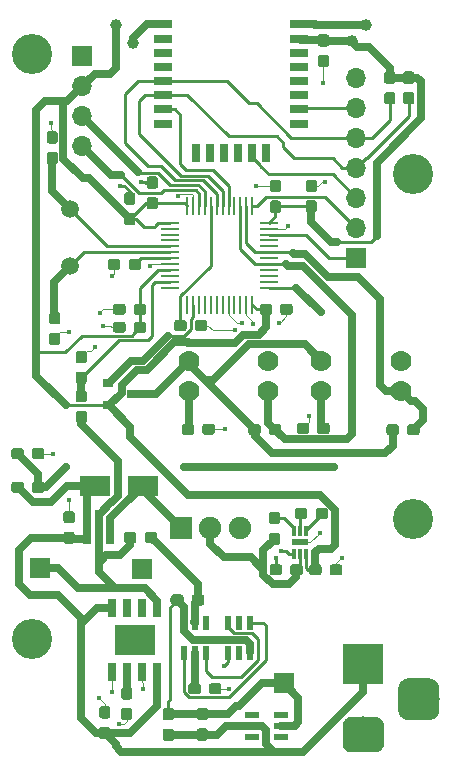
<source format=gbr>
G04 #@! TF.GenerationSoftware,KiCad,Pcbnew,(5.1.4)-1*
G04 #@! TF.CreationDate,2020-01-10T19:08:39-06:00*
G04 #@! TF.ProjectId,EncoderBoard,456e636f-6465-4724-926f-6172642e6b69,v1.0*
G04 #@! TF.SameCoordinates,Original*
G04 #@! TF.FileFunction,Copper,L1,Top*
G04 #@! TF.FilePolarity,Positive*
%FSLAX46Y46*%
G04 Gerber Fmt 4.6, Leading zero omitted, Abs format (unit mm)*
G04 Created by KiCad (PCBNEW (5.1.4)-1) date 2020-01-10 19:08:39*
%MOMM*%
%LPD*%
G04 APERTURE LIST*
%ADD10C,0.100000*%
%ADD11C,0.950000*%
%ADD12R,0.280000X1.560000*%
%ADD13R,1.560000X0.280000*%
%ADD14R,1.500000X0.800000*%
%ADD15R,0.800000X1.500000*%
%ADD16C,1.900000*%
%ADD17R,1.900000X1.900000*%
%ADD18C,1.778000*%
%ADD19R,1.420000X0.610000*%
%ADD20R,0.300000X0.804800*%
%ADD21C,1.500000*%
%ADD22R,2.500000X1.800000*%
%ADD23R,3.402000X2.513000*%
%ADD24R,0.700000X1.525000*%
%ADD25R,0.600000X1.200000*%
%ADD26O,1.700000X1.700000*%
%ADD27R,1.700000X1.700000*%
%ADD28R,0.800000X0.900000*%
%ADD29R,0.900000X0.800000*%
%ADD30C,3.500000*%
%ADD31C,3.000000*%
%ADD32R,3.500000X3.500000*%
%ADD33R,1.200000X0.600000*%
%ADD34C,3.400000*%
%ADD35C,0.450000*%
%ADD36C,1.000000*%
%ADD37C,0.254000*%
%ADD38C,0.101600*%
%ADD39C,0.635000*%
G04 APERTURE END LIST*
D10*
G36*
X117306066Y-128096640D02*
G01*
X117329121Y-128100059D01*
X117351730Y-128105723D01*
X117373674Y-128113575D01*
X117394744Y-128123540D01*
X117414735Y-128135522D01*
X117433455Y-128149406D01*
X117450725Y-128165058D01*
X117466377Y-128182328D01*
X117480261Y-128201048D01*
X117492243Y-128221039D01*
X117502208Y-128242109D01*
X117510060Y-128264053D01*
X117515724Y-128286662D01*
X117519143Y-128309717D01*
X117520287Y-128332996D01*
X117520287Y-128807996D01*
X117519143Y-128831275D01*
X117515724Y-128854330D01*
X117510060Y-128876939D01*
X117502208Y-128898883D01*
X117492243Y-128919953D01*
X117480261Y-128939944D01*
X117466377Y-128958664D01*
X117450725Y-128975934D01*
X117433455Y-128991586D01*
X117414735Y-129005470D01*
X117394744Y-129017452D01*
X117373674Y-129027417D01*
X117351730Y-129035269D01*
X117329121Y-129040933D01*
X117306066Y-129044352D01*
X117282787Y-129045496D01*
X116707787Y-129045496D01*
X116684508Y-129044352D01*
X116661453Y-129040933D01*
X116638844Y-129035269D01*
X116616900Y-129027417D01*
X116595830Y-129017452D01*
X116575839Y-129005470D01*
X116557119Y-128991586D01*
X116539849Y-128975934D01*
X116524197Y-128958664D01*
X116510313Y-128939944D01*
X116498331Y-128919953D01*
X116488366Y-128898883D01*
X116480514Y-128876939D01*
X116474850Y-128854330D01*
X116471431Y-128831275D01*
X116470287Y-128807996D01*
X116470287Y-128332996D01*
X116471431Y-128309717D01*
X116474850Y-128286662D01*
X116480514Y-128264053D01*
X116488366Y-128242109D01*
X116498331Y-128221039D01*
X116510313Y-128201048D01*
X116524197Y-128182328D01*
X116539849Y-128165058D01*
X116557119Y-128149406D01*
X116575839Y-128135522D01*
X116595830Y-128123540D01*
X116616900Y-128113575D01*
X116638844Y-128105723D01*
X116661453Y-128100059D01*
X116684508Y-128096640D01*
X116707787Y-128095496D01*
X117282787Y-128095496D01*
X117306066Y-128096640D01*
X117306066Y-128096640D01*
G37*
D11*
X116995287Y-128570496D03*
D10*
G36*
X115556066Y-128096640D02*
G01*
X115579121Y-128100059D01*
X115601730Y-128105723D01*
X115623674Y-128113575D01*
X115644744Y-128123540D01*
X115664735Y-128135522D01*
X115683455Y-128149406D01*
X115700725Y-128165058D01*
X115716377Y-128182328D01*
X115730261Y-128201048D01*
X115742243Y-128221039D01*
X115752208Y-128242109D01*
X115760060Y-128264053D01*
X115765724Y-128286662D01*
X115769143Y-128309717D01*
X115770287Y-128332996D01*
X115770287Y-128807996D01*
X115769143Y-128831275D01*
X115765724Y-128854330D01*
X115760060Y-128876939D01*
X115752208Y-128898883D01*
X115742243Y-128919953D01*
X115730261Y-128939944D01*
X115716377Y-128958664D01*
X115700725Y-128975934D01*
X115683455Y-128991586D01*
X115664735Y-129005470D01*
X115644744Y-129017452D01*
X115623674Y-129027417D01*
X115601730Y-129035269D01*
X115579121Y-129040933D01*
X115556066Y-129044352D01*
X115532787Y-129045496D01*
X114957787Y-129045496D01*
X114934508Y-129044352D01*
X114911453Y-129040933D01*
X114888844Y-129035269D01*
X114866900Y-129027417D01*
X114845830Y-129017452D01*
X114825839Y-129005470D01*
X114807119Y-128991586D01*
X114789849Y-128975934D01*
X114774197Y-128958664D01*
X114760313Y-128939944D01*
X114748331Y-128919953D01*
X114738366Y-128898883D01*
X114730514Y-128876939D01*
X114724850Y-128854330D01*
X114721431Y-128831275D01*
X114720287Y-128807996D01*
X114720287Y-128332996D01*
X114721431Y-128309717D01*
X114724850Y-128286662D01*
X114730514Y-128264053D01*
X114738366Y-128242109D01*
X114748331Y-128221039D01*
X114760313Y-128201048D01*
X114774197Y-128182328D01*
X114789849Y-128165058D01*
X114807119Y-128149406D01*
X114825839Y-128135522D01*
X114845830Y-128123540D01*
X114866900Y-128113575D01*
X114888844Y-128105723D01*
X114911453Y-128100059D01*
X114934508Y-128096640D01*
X114957787Y-128095496D01*
X115532787Y-128095496D01*
X115556066Y-128096640D01*
X115556066Y-128096640D01*
G37*
D11*
X115245287Y-128570496D03*
D10*
G36*
X121596579Y-142974744D02*
G01*
X121619634Y-142978163D01*
X121642243Y-142983827D01*
X121664187Y-142991679D01*
X121685257Y-143001644D01*
X121705248Y-143013626D01*
X121723968Y-143027510D01*
X121741238Y-143043162D01*
X121756890Y-143060432D01*
X121770774Y-143079152D01*
X121782756Y-143099143D01*
X121792721Y-143120213D01*
X121800573Y-143142157D01*
X121806237Y-143164766D01*
X121809656Y-143187821D01*
X121810800Y-143211100D01*
X121810800Y-143786100D01*
X121809656Y-143809379D01*
X121806237Y-143832434D01*
X121800573Y-143855043D01*
X121792721Y-143876987D01*
X121782756Y-143898057D01*
X121770774Y-143918048D01*
X121756890Y-143936768D01*
X121741238Y-143954038D01*
X121723968Y-143969690D01*
X121705248Y-143983574D01*
X121685257Y-143995556D01*
X121664187Y-144005521D01*
X121642243Y-144013373D01*
X121619634Y-144019037D01*
X121596579Y-144022456D01*
X121573300Y-144023600D01*
X121098300Y-144023600D01*
X121075021Y-144022456D01*
X121051966Y-144019037D01*
X121029357Y-144013373D01*
X121007413Y-144005521D01*
X120986343Y-143995556D01*
X120966352Y-143983574D01*
X120947632Y-143969690D01*
X120930362Y-143954038D01*
X120914710Y-143936768D01*
X120900826Y-143918048D01*
X120888844Y-143898057D01*
X120878879Y-143876987D01*
X120871027Y-143855043D01*
X120865363Y-143832434D01*
X120861944Y-143809379D01*
X120860800Y-143786100D01*
X120860800Y-143211100D01*
X120861944Y-143187821D01*
X120865363Y-143164766D01*
X120871027Y-143142157D01*
X120878879Y-143120213D01*
X120888844Y-143099143D01*
X120900826Y-143079152D01*
X120914710Y-143060432D01*
X120930362Y-143043162D01*
X120947632Y-143027510D01*
X120966352Y-143013626D01*
X120986343Y-143001644D01*
X121007413Y-142991679D01*
X121029357Y-142983827D01*
X121051966Y-142978163D01*
X121075021Y-142974744D01*
X121098300Y-142973600D01*
X121573300Y-142973600D01*
X121596579Y-142974744D01*
X121596579Y-142974744D01*
G37*
D11*
X121335800Y-143498600D03*
D10*
G36*
X121596579Y-144724744D02*
G01*
X121619634Y-144728163D01*
X121642243Y-144733827D01*
X121664187Y-144741679D01*
X121685257Y-144751644D01*
X121705248Y-144763626D01*
X121723968Y-144777510D01*
X121741238Y-144793162D01*
X121756890Y-144810432D01*
X121770774Y-144829152D01*
X121782756Y-144849143D01*
X121792721Y-144870213D01*
X121800573Y-144892157D01*
X121806237Y-144914766D01*
X121809656Y-144937821D01*
X121810800Y-144961100D01*
X121810800Y-145536100D01*
X121809656Y-145559379D01*
X121806237Y-145582434D01*
X121800573Y-145605043D01*
X121792721Y-145626987D01*
X121782756Y-145648057D01*
X121770774Y-145668048D01*
X121756890Y-145686768D01*
X121741238Y-145704038D01*
X121723968Y-145719690D01*
X121705248Y-145733574D01*
X121685257Y-145745556D01*
X121664187Y-145755521D01*
X121642243Y-145763373D01*
X121619634Y-145769037D01*
X121596579Y-145772456D01*
X121573300Y-145773600D01*
X121098300Y-145773600D01*
X121075021Y-145772456D01*
X121051966Y-145769037D01*
X121029357Y-145763373D01*
X121007413Y-145755521D01*
X120986343Y-145745556D01*
X120966352Y-145733574D01*
X120947632Y-145719690D01*
X120930362Y-145704038D01*
X120914710Y-145686768D01*
X120900826Y-145668048D01*
X120888844Y-145648057D01*
X120878879Y-145626987D01*
X120871027Y-145605043D01*
X120865363Y-145582434D01*
X120861944Y-145559379D01*
X120860800Y-145536100D01*
X120860800Y-144961100D01*
X120861944Y-144937821D01*
X120865363Y-144914766D01*
X120871027Y-144892157D01*
X120878879Y-144870213D01*
X120888844Y-144849143D01*
X120900826Y-144829152D01*
X120914710Y-144810432D01*
X120930362Y-144793162D01*
X120947632Y-144777510D01*
X120966352Y-144763626D01*
X120986343Y-144751644D01*
X121007413Y-144741679D01*
X121029357Y-144733827D01*
X121051966Y-144728163D01*
X121075021Y-144724744D01*
X121098300Y-144723600D01*
X121573300Y-144723600D01*
X121596579Y-144724744D01*
X121596579Y-144724744D01*
G37*
D11*
X121335800Y-145248600D03*
D12*
X120069160Y-100483240D03*
X120569160Y-100483240D03*
X121069160Y-100483240D03*
X121569160Y-100483240D03*
X122069160Y-100483240D03*
X122569160Y-100483240D03*
X123069160Y-100483240D03*
X123569160Y-100483240D03*
X124069160Y-100483240D03*
X124569160Y-100483240D03*
X125069160Y-100483240D03*
X125569160Y-100483240D03*
D13*
X126999160Y-101913240D03*
X126999160Y-102413240D03*
X126999160Y-102913240D03*
X126999160Y-103413240D03*
X126999160Y-103913240D03*
X126999160Y-104413240D03*
X126999160Y-104913240D03*
X126999160Y-105413240D03*
X126999160Y-105913240D03*
X126999160Y-106413240D03*
X126999160Y-106913240D03*
X126999160Y-107413240D03*
D12*
X125569160Y-108843240D03*
X125069160Y-108843240D03*
X124569160Y-108843240D03*
X124069160Y-108843240D03*
X123569160Y-108843240D03*
X123069160Y-108843240D03*
X122569160Y-108843240D03*
X122069160Y-108843240D03*
X121569160Y-108843240D03*
X121069160Y-108843240D03*
X120569160Y-108843240D03*
X120069160Y-108843240D03*
D13*
X118639160Y-107413240D03*
X118639160Y-106913240D03*
X118639160Y-106413240D03*
X118639160Y-105913240D03*
X118639160Y-105413240D03*
X118639160Y-104913240D03*
X118639160Y-104413240D03*
X118639160Y-103913240D03*
X118639160Y-103413240D03*
X118639160Y-102913240D03*
X118639160Y-102413240D03*
X118639160Y-101913240D03*
D14*
X129524200Y-85123860D03*
X129524200Y-86323860D03*
X129524200Y-87523860D03*
X129524200Y-88723860D03*
X129524200Y-89923860D03*
X129524200Y-91123860D03*
X129524200Y-92323860D03*
X129524200Y-93523860D03*
D15*
X126774200Y-96023860D03*
X125574200Y-96023860D03*
X124374200Y-96023860D03*
X123174200Y-96023860D03*
X121974200Y-96023860D03*
X120774200Y-96023860D03*
D14*
X118024200Y-93523860D03*
X118024200Y-92323860D03*
X118024200Y-91123860D03*
X118024200Y-89923860D03*
X118024200Y-88723860D03*
X118024200Y-87523860D03*
X118024200Y-86323860D03*
X118024200Y-85123860D03*
D16*
X124521600Y-127762000D03*
X122021600Y-127762000D03*
D17*
X119521600Y-127762000D03*
D10*
G36*
X115459939Y-99341384D02*
G01*
X115482994Y-99344803D01*
X115505603Y-99350467D01*
X115527547Y-99358319D01*
X115548617Y-99368284D01*
X115568608Y-99380266D01*
X115587328Y-99394150D01*
X115604598Y-99409802D01*
X115620250Y-99427072D01*
X115634134Y-99445792D01*
X115646116Y-99465783D01*
X115656081Y-99486853D01*
X115663933Y-99508797D01*
X115669597Y-99531406D01*
X115673016Y-99554461D01*
X115674160Y-99577740D01*
X115674160Y-100152740D01*
X115673016Y-100176019D01*
X115669597Y-100199074D01*
X115663933Y-100221683D01*
X115656081Y-100243627D01*
X115646116Y-100264697D01*
X115634134Y-100284688D01*
X115620250Y-100303408D01*
X115604598Y-100320678D01*
X115587328Y-100336330D01*
X115568608Y-100350214D01*
X115548617Y-100362196D01*
X115527547Y-100372161D01*
X115505603Y-100380013D01*
X115482994Y-100385677D01*
X115459939Y-100389096D01*
X115436660Y-100390240D01*
X114961660Y-100390240D01*
X114938381Y-100389096D01*
X114915326Y-100385677D01*
X114892717Y-100380013D01*
X114870773Y-100372161D01*
X114849703Y-100362196D01*
X114829712Y-100350214D01*
X114810992Y-100336330D01*
X114793722Y-100320678D01*
X114778070Y-100303408D01*
X114764186Y-100284688D01*
X114752204Y-100264697D01*
X114742239Y-100243627D01*
X114734387Y-100221683D01*
X114728723Y-100199074D01*
X114725304Y-100176019D01*
X114724160Y-100152740D01*
X114724160Y-99577740D01*
X114725304Y-99554461D01*
X114728723Y-99531406D01*
X114734387Y-99508797D01*
X114742239Y-99486853D01*
X114752204Y-99465783D01*
X114764186Y-99445792D01*
X114778070Y-99427072D01*
X114793722Y-99409802D01*
X114810992Y-99394150D01*
X114829712Y-99380266D01*
X114849703Y-99368284D01*
X114870773Y-99358319D01*
X114892717Y-99350467D01*
X114915326Y-99344803D01*
X114938381Y-99341384D01*
X114961660Y-99340240D01*
X115436660Y-99340240D01*
X115459939Y-99341384D01*
X115459939Y-99341384D01*
G37*
D11*
X115199160Y-99865240D03*
D10*
G36*
X115459939Y-101091384D02*
G01*
X115482994Y-101094803D01*
X115505603Y-101100467D01*
X115527547Y-101108319D01*
X115548617Y-101118284D01*
X115568608Y-101130266D01*
X115587328Y-101144150D01*
X115604598Y-101159802D01*
X115620250Y-101177072D01*
X115634134Y-101195792D01*
X115646116Y-101215783D01*
X115656081Y-101236853D01*
X115663933Y-101258797D01*
X115669597Y-101281406D01*
X115673016Y-101304461D01*
X115674160Y-101327740D01*
X115674160Y-101902740D01*
X115673016Y-101926019D01*
X115669597Y-101949074D01*
X115663933Y-101971683D01*
X115656081Y-101993627D01*
X115646116Y-102014697D01*
X115634134Y-102034688D01*
X115620250Y-102053408D01*
X115604598Y-102070678D01*
X115587328Y-102086330D01*
X115568608Y-102100214D01*
X115548617Y-102112196D01*
X115527547Y-102122161D01*
X115505603Y-102130013D01*
X115482994Y-102135677D01*
X115459939Y-102139096D01*
X115436660Y-102140240D01*
X114961660Y-102140240D01*
X114938381Y-102139096D01*
X114915326Y-102135677D01*
X114892717Y-102130013D01*
X114870773Y-102122161D01*
X114849703Y-102112196D01*
X114829712Y-102100214D01*
X114810992Y-102086330D01*
X114793722Y-102070678D01*
X114778070Y-102053408D01*
X114764186Y-102034688D01*
X114752204Y-102014697D01*
X114742239Y-101993627D01*
X114734387Y-101971683D01*
X114728723Y-101949074D01*
X114725304Y-101926019D01*
X114724160Y-101902740D01*
X114724160Y-101327740D01*
X114725304Y-101304461D01*
X114728723Y-101281406D01*
X114734387Y-101258797D01*
X114742239Y-101236853D01*
X114752204Y-101215783D01*
X114764186Y-101195792D01*
X114778070Y-101177072D01*
X114793722Y-101159802D01*
X114810992Y-101144150D01*
X114829712Y-101130266D01*
X114849703Y-101118284D01*
X114870773Y-101108319D01*
X114892717Y-101100467D01*
X114915326Y-101094803D01*
X114938381Y-101091384D01*
X114961660Y-101090240D01*
X115436660Y-101090240D01*
X115459939Y-101091384D01*
X115459939Y-101091384D01*
G37*
D11*
X115199160Y-101615240D03*
D10*
G36*
X114192979Y-104961544D02*
G01*
X114216034Y-104964963D01*
X114238643Y-104970627D01*
X114260587Y-104978479D01*
X114281657Y-104988444D01*
X114301648Y-105000426D01*
X114320368Y-105014310D01*
X114337638Y-105029962D01*
X114353290Y-105047232D01*
X114367174Y-105065952D01*
X114379156Y-105085943D01*
X114389121Y-105107013D01*
X114396973Y-105128957D01*
X114402637Y-105151566D01*
X114406056Y-105174621D01*
X114407200Y-105197900D01*
X114407200Y-105672900D01*
X114406056Y-105696179D01*
X114402637Y-105719234D01*
X114396973Y-105741843D01*
X114389121Y-105763787D01*
X114379156Y-105784857D01*
X114367174Y-105804848D01*
X114353290Y-105823568D01*
X114337638Y-105840838D01*
X114320368Y-105856490D01*
X114301648Y-105870374D01*
X114281657Y-105882356D01*
X114260587Y-105892321D01*
X114238643Y-105900173D01*
X114216034Y-105905837D01*
X114192979Y-105909256D01*
X114169700Y-105910400D01*
X113594700Y-105910400D01*
X113571421Y-105909256D01*
X113548366Y-105905837D01*
X113525757Y-105900173D01*
X113503813Y-105892321D01*
X113482743Y-105882356D01*
X113462752Y-105870374D01*
X113444032Y-105856490D01*
X113426762Y-105840838D01*
X113411110Y-105823568D01*
X113397226Y-105804848D01*
X113385244Y-105784857D01*
X113375279Y-105763787D01*
X113367427Y-105741843D01*
X113361763Y-105719234D01*
X113358344Y-105696179D01*
X113357200Y-105672900D01*
X113357200Y-105197900D01*
X113358344Y-105174621D01*
X113361763Y-105151566D01*
X113367427Y-105128957D01*
X113375279Y-105107013D01*
X113385244Y-105085943D01*
X113397226Y-105065952D01*
X113411110Y-105047232D01*
X113426762Y-105029962D01*
X113444032Y-105014310D01*
X113462752Y-105000426D01*
X113482743Y-104988444D01*
X113503813Y-104978479D01*
X113525757Y-104970627D01*
X113548366Y-104964963D01*
X113571421Y-104961544D01*
X113594700Y-104960400D01*
X114169700Y-104960400D01*
X114192979Y-104961544D01*
X114192979Y-104961544D01*
G37*
D11*
X113882200Y-105435400D03*
D10*
G36*
X115942979Y-104961544D02*
G01*
X115966034Y-104964963D01*
X115988643Y-104970627D01*
X116010587Y-104978479D01*
X116031657Y-104988444D01*
X116051648Y-105000426D01*
X116070368Y-105014310D01*
X116087638Y-105029962D01*
X116103290Y-105047232D01*
X116117174Y-105065952D01*
X116129156Y-105085943D01*
X116139121Y-105107013D01*
X116146973Y-105128957D01*
X116152637Y-105151566D01*
X116156056Y-105174621D01*
X116157200Y-105197900D01*
X116157200Y-105672900D01*
X116156056Y-105696179D01*
X116152637Y-105719234D01*
X116146973Y-105741843D01*
X116139121Y-105763787D01*
X116129156Y-105784857D01*
X116117174Y-105804848D01*
X116103290Y-105823568D01*
X116087638Y-105840838D01*
X116070368Y-105856490D01*
X116051648Y-105870374D01*
X116031657Y-105882356D01*
X116010587Y-105892321D01*
X115988643Y-105900173D01*
X115966034Y-105905837D01*
X115942979Y-105909256D01*
X115919700Y-105910400D01*
X115344700Y-105910400D01*
X115321421Y-105909256D01*
X115298366Y-105905837D01*
X115275757Y-105900173D01*
X115253813Y-105892321D01*
X115232743Y-105882356D01*
X115212752Y-105870374D01*
X115194032Y-105856490D01*
X115176762Y-105840838D01*
X115161110Y-105823568D01*
X115147226Y-105804848D01*
X115135244Y-105784857D01*
X115125279Y-105763787D01*
X115117427Y-105741843D01*
X115111763Y-105719234D01*
X115108344Y-105696179D01*
X115107200Y-105672900D01*
X115107200Y-105197900D01*
X115108344Y-105174621D01*
X115111763Y-105151566D01*
X115117427Y-105128957D01*
X115125279Y-105107013D01*
X115135244Y-105085943D01*
X115147226Y-105065952D01*
X115161110Y-105047232D01*
X115176762Y-105029962D01*
X115194032Y-105014310D01*
X115212752Y-105000426D01*
X115232743Y-104988444D01*
X115253813Y-104978479D01*
X115275757Y-104970627D01*
X115298366Y-104964963D01*
X115321421Y-104961544D01*
X115344700Y-104960400D01*
X115919700Y-104960400D01*
X115942979Y-104961544D01*
X115942979Y-104961544D01*
G37*
D11*
X115632200Y-105435400D03*
D10*
G36*
X116384939Y-108761384D02*
G01*
X116407994Y-108764803D01*
X116430603Y-108770467D01*
X116452547Y-108778319D01*
X116473617Y-108788284D01*
X116493608Y-108800266D01*
X116512328Y-108814150D01*
X116529598Y-108829802D01*
X116545250Y-108847072D01*
X116559134Y-108865792D01*
X116571116Y-108885783D01*
X116581081Y-108906853D01*
X116588933Y-108928797D01*
X116594597Y-108951406D01*
X116598016Y-108974461D01*
X116599160Y-108997740D01*
X116599160Y-109472740D01*
X116598016Y-109496019D01*
X116594597Y-109519074D01*
X116588933Y-109541683D01*
X116581081Y-109563627D01*
X116571116Y-109584697D01*
X116559134Y-109604688D01*
X116545250Y-109623408D01*
X116529598Y-109640678D01*
X116512328Y-109656330D01*
X116493608Y-109670214D01*
X116473617Y-109682196D01*
X116452547Y-109692161D01*
X116430603Y-109700013D01*
X116407994Y-109705677D01*
X116384939Y-109709096D01*
X116361660Y-109710240D01*
X115786660Y-109710240D01*
X115763381Y-109709096D01*
X115740326Y-109705677D01*
X115717717Y-109700013D01*
X115695773Y-109692161D01*
X115674703Y-109682196D01*
X115654712Y-109670214D01*
X115635992Y-109656330D01*
X115618722Y-109640678D01*
X115603070Y-109623408D01*
X115589186Y-109604688D01*
X115577204Y-109584697D01*
X115567239Y-109563627D01*
X115559387Y-109541683D01*
X115553723Y-109519074D01*
X115550304Y-109496019D01*
X115549160Y-109472740D01*
X115549160Y-108997740D01*
X115550304Y-108974461D01*
X115553723Y-108951406D01*
X115559387Y-108928797D01*
X115567239Y-108906853D01*
X115577204Y-108885783D01*
X115589186Y-108865792D01*
X115603070Y-108847072D01*
X115618722Y-108829802D01*
X115635992Y-108814150D01*
X115654712Y-108800266D01*
X115674703Y-108788284D01*
X115695773Y-108778319D01*
X115717717Y-108770467D01*
X115740326Y-108764803D01*
X115763381Y-108761384D01*
X115786660Y-108760240D01*
X116361660Y-108760240D01*
X116384939Y-108761384D01*
X116384939Y-108761384D01*
G37*
D11*
X116074160Y-109235240D03*
D10*
G36*
X114634939Y-108761384D02*
G01*
X114657994Y-108764803D01*
X114680603Y-108770467D01*
X114702547Y-108778319D01*
X114723617Y-108788284D01*
X114743608Y-108800266D01*
X114762328Y-108814150D01*
X114779598Y-108829802D01*
X114795250Y-108847072D01*
X114809134Y-108865792D01*
X114821116Y-108885783D01*
X114831081Y-108906853D01*
X114838933Y-108928797D01*
X114844597Y-108951406D01*
X114848016Y-108974461D01*
X114849160Y-108997740D01*
X114849160Y-109472740D01*
X114848016Y-109496019D01*
X114844597Y-109519074D01*
X114838933Y-109541683D01*
X114831081Y-109563627D01*
X114821116Y-109584697D01*
X114809134Y-109604688D01*
X114795250Y-109623408D01*
X114779598Y-109640678D01*
X114762328Y-109656330D01*
X114743608Y-109670214D01*
X114723617Y-109682196D01*
X114702547Y-109692161D01*
X114680603Y-109700013D01*
X114657994Y-109705677D01*
X114634939Y-109709096D01*
X114611660Y-109710240D01*
X114036660Y-109710240D01*
X114013381Y-109709096D01*
X113990326Y-109705677D01*
X113967717Y-109700013D01*
X113945773Y-109692161D01*
X113924703Y-109682196D01*
X113904712Y-109670214D01*
X113885992Y-109656330D01*
X113868722Y-109640678D01*
X113853070Y-109623408D01*
X113839186Y-109604688D01*
X113827204Y-109584697D01*
X113817239Y-109563627D01*
X113809387Y-109541683D01*
X113803723Y-109519074D01*
X113800304Y-109496019D01*
X113799160Y-109472740D01*
X113799160Y-108997740D01*
X113800304Y-108974461D01*
X113803723Y-108951406D01*
X113809387Y-108928797D01*
X113817239Y-108906853D01*
X113827204Y-108885783D01*
X113839186Y-108865792D01*
X113853070Y-108847072D01*
X113868722Y-108829802D01*
X113885992Y-108814150D01*
X113904712Y-108800266D01*
X113924703Y-108788284D01*
X113945773Y-108778319D01*
X113967717Y-108770467D01*
X113990326Y-108764803D01*
X114013381Y-108761384D01*
X114036660Y-108760240D01*
X114611660Y-108760240D01*
X114634939Y-108761384D01*
X114634939Y-108761384D01*
G37*
D11*
X114324160Y-109235240D03*
D10*
G36*
X116384939Y-110285384D02*
G01*
X116407994Y-110288803D01*
X116430603Y-110294467D01*
X116452547Y-110302319D01*
X116473617Y-110312284D01*
X116493608Y-110324266D01*
X116512328Y-110338150D01*
X116529598Y-110353802D01*
X116545250Y-110371072D01*
X116559134Y-110389792D01*
X116571116Y-110409783D01*
X116581081Y-110430853D01*
X116588933Y-110452797D01*
X116594597Y-110475406D01*
X116598016Y-110498461D01*
X116599160Y-110521740D01*
X116599160Y-110996740D01*
X116598016Y-111020019D01*
X116594597Y-111043074D01*
X116588933Y-111065683D01*
X116581081Y-111087627D01*
X116571116Y-111108697D01*
X116559134Y-111128688D01*
X116545250Y-111147408D01*
X116529598Y-111164678D01*
X116512328Y-111180330D01*
X116493608Y-111194214D01*
X116473617Y-111206196D01*
X116452547Y-111216161D01*
X116430603Y-111224013D01*
X116407994Y-111229677D01*
X116384939Y-111233096D01*
X116361660Y-111234240D01*
X115786660Y-111234240D01*
X115763381Y-111233096D01*
X115740326Y-111229677D01*
X115717717Y-111224013D01*
X115695773Y-111216161D01*
X115674703Y-111206196D01*
X115654712Y-111194214D01*
X115635992Y-111180330D01*
X115618722Y-111164678D01*
X115603070Y-111147408D01*
X115589186Y-111128688D01*
X115577204Y-111108697D01*
X115567239Y-111087627D01*
X115559387Y-111065683D01*
X115553723Y-111043074D01*
X115550304Y-111020019D01*
X115549160Y-110996740D01*
X115549160Y-110521740D01*
X115550304Y-110498461D01*
X115553723Y-110475406D01*
X115559387Y-110452797D01*
X115567239Y-110430853D01*
X115577204Y-110409783D01*
X115589186Y-110389792D01*
X115603070Y-110371072D01*
X115618722Y-110353802D01*
X115635992Y-110338150D01*
X115654712Y-110324266D01*
X115674703Y-110312284D01*
X115695773Y-110302319D01*
X115717717Y-110294467D01*
X115740326Y-110288803D01*
X115763381Y-110285384D01*
X115786660Y-110284240D01*
X116361660Y-110284240D01*
X116384939Y-110285384D01*
X116384939Y-110285384D01*
G37*
D11*
X116074160Y-110759240D03*
D10*
G36*
X114634939Y-110285384D02*
G01*
X114657994Y-110288803D01*
X114680603Y-110294467D01*
X114702547Y-110302319D01*
X114723617Y-110312284D01*
X114743608Y-110324266D01*
X114762328Y-110338150D01*
X114779598Y-110353802D01*
X114795250Y-110371072D01*
X114809134Y-110389792D01*
X114821116Y-110409783D01*
X114831081Y-110430853D01*
X114838933Y-110452797D01*
X114844597Y-110475406D01*
X114848016Y-110498461D01*
X114849160Y-110521740D01*
X114849160Y-110996740D01*
X114848016Y-111020019D01*
X114844597Y-111043074D01*
X114838933Y-111065683D01*
X114831081Y-111087627D01*
X114821116Y-111108697D01*
X114809134Y-111128688D01*
X114795250Y-111147408D01*
X114779598Y-111164678D01*
X114762328Y-111180330D01*
X114743608Y-111194214D01*
X114723617Y-111206196D01*
X114702547Y-111216161D01*
X114680603Y-111224013D01*
X114657994Y-111229677D01*
X114634939Y-111233096D01*
X114611660Y-111234240D01*
X114036660Y-111234240D01*
X114013381Y-111233096D01*
X113990326Y-111229677D01*
X113967717Y-111224013D01*
X113945773Y-111216161D01*
X113924703Y-111206196D01*
X113904712Y-111194214D01*
X113885992Y-111180330D01*
X113868722Y-111164678D01*
X113853070Y-111147408D01*
X113839186Y-111128688D01*
X113827204Y-111108697D01*
X113817239Y-111087627D01*
X113809387Y-111065683D01*
X113803723Y-111043074D01*
X113800304Y-111020019D01*
X113799160Y-110996740D01*
X113799160Y-110521740D01*
X113800304Y-110498461D01*
X113803723Y-110475406D01*
X113809387Y-110452797D01*
X113817239Y-110430853D01*
X113827204Y-110409783D01*
X113839186Y-110389792D01*
X113853070Y-110371072D01*
X113868722Y-110353802D01*
X113885992Y-110338150D01*
X113904712Y-110324266D01*
X113924703Y-110312284D01*
X113945773Y-110302319D01*
X113967717Y-110294467D01*
X113990326Y-110288803D01*
X114013381Y-110285384D01*
X114036660Y-110284240D01*
X114611660Y-110284240D01*
X114634939Y-110285384D01*
X114634939Y-110285384D01*
G37*
D11*
X114324160Y-110759240D03*
D10*
G36*
X127789099Y-98280904D02*
G01*
X127812154Y-98284323D01*
X127834763Y-98289987D01*
X127856707Y-98297839D01*
X127877777Y-98307804D01*
X127897768Y-98319786D01*
X127916488Y-98333670D01*
X127933758Y-98349322D01*
X127949410Y-98366592D01*
X127963294Y-98385312D01*
X127975276Y-98405303D01*
X127985241Y-98426373D01*
X127993093Y-98448317D01*
X127998757Y-98470926D01*
X128002176Y-98493981D01*
X128003320Y-98517260D01*
X128003320Y-99092260D01*
X128002176Y-99115539D01*
X127998757Y-99138594D01*
X127993093Y-99161203D01*
X127985241Y-99183147D01*
X127975276Y-99204217D01*
X127963294Y-99224208D01*
X127949410Y-99242928D01*
X127933758Y-99260198D01*
X127916488Y-99275850D01*
X127897768Y-99289734D01*
X127877777Y-99301716D01*
X127856707Y-99311681D01*
X127834763Y-99319533D01*
X127812154Y-99325197D01*
X127789099Y-99328616D01*
X127765820Y-99329760D01*
X127290820Y-99329760D01*
X127267541Y-99328616D01*
X127244486Y-99325197D01*
X127221877Y-99319533D01*
X127199933Y-99311681D01*
X127178863Y-99301716D01*
X127158872Y-99289734D01*
X127140152Y-99275850D01*
X127122882Y-99260198D01*
X127107230Y-99242928D01*
X127093346Y-99224208D01*
X127081364Y-99204217D01*
X127071399Y-99183147D01*
X127063547Y-99161203D01*
X127057883Y-99138594D01*
X127054464Y-99115539D01*
X127053320Y-99092260D01*
X127053320Y-98517260D01*
X127054464Y-98493981D01*
X127057883Y-98470926D01*
X127063547Y-98448317D01*
X127071399Y-98426373D01*
X127081364Y-98405303D01*
X127093346Y-98385312D01*
X127107230Y-98366592D01*
X127122882Y-98349322D01*
X127140152Y-98333670D01*
X127158872Y-98319786D01*
X127178863Y-98307804D01*
X127199933Y-98297839D01*
X127221877Y-98289987D01*
X127244486Y-98284323D01*
X127267541Y-98280904D01*
X127290820Y-98279760D01*
X127765820Y-98279760D01*
X127789099Y-98280904D01*
X127789099Y-98280904D01*
G37*
D11*
X127528320Y-98804760D03*
D10*
G36*
X127789099Y-100030904D02*
G01*
X127812154Y-100034323D01*
X127834763Y-100039987D01*
X127856707Y-100047839D01*
X127877777Y-100057804D01*
X127897768Y-100069786D01*
X127916488Y-100083670D01*
X127933758Y-100099322D01*
X127949410Y-100116592D01*
X127963294Y-100135312D01*
X127975276Y-100155303D01*
X127985241Y-100176373D01*
X127993093Y-100198317D01*
X127998757Y-100220926D01*
X128002176Y-100243981D01*
X128003320Y-100267260D01*
X128003320Y-100842260D01*
X128002176Y-100865539D01*
X127998757Y-100888594D01*
X127993093Y-100911203D01*
X127985241Y-100933147D01*
X127975276Y-100954217D01*
X127963294Y-100974208D01*
X127949410Y-100992928D01*
X127933758Y-101010198D01*
X127916488Y-101025850D01*
X127897768Y-101039734D01*
X127877777Y-101051716D01*
X127856707Y-101061681D01*
X127834763Y-101069533D01*
X127812154Y-101075197D01*
X127789099Y-101078616D01*
X127765820Y-101079760D01*
X127290820Y-101079760D01*
X127267541Y-101078616D01*
X127244486Y-101075197D01*
X127221877Y-101069533D01*
X127199933Y-101061681D01*
X127178863Y-101051716D01*
X127158872Y-101039734D01*
X127140152Y-101025850D01*
X127122882Y-101010198D01*
X127107230Y-100992928D01*
X127093346Y-100974208D01*
X127081364Y-100954217D01*
X127071399Y-100933147D01*
X127063547Y-100911203D01*
X127057883Y-100888594D01*
X127054464Y-100865539D01*
X127053320Y-100842260D01*
X127053320Y-100267260D01*
X127054464Y-100243981D01*
X127057883Y-100220926D01*
X127063547Y-100198317D01*
X127071399Y-100176373D01*
X127081364Y-100155303D01*
X127093346Y-100135312D01*
X127107230Y-100116592D01*
X127122882Y-100099322D01*
X127140152Y-100083670D01*
X127158872Y-100069786D01*
X127178863Y-100057804D01*
X127199933Y-100047839D01*
X127221877Y-100039987D01*
X127244486Y-100034323D01*
X127267541Y-100030904D01*
X127290820Y-100029760D01*
X127765820Y-100029760D01*
X127789099Y-100030904D01*
X127789099Y-100030904D01*
G37*
D11*
X127528320Y-100554760D03*
D10*
G36*
X130837099Y-100010584D02*
G01*
X130860154Y-100014003D01*
X130882763Y-100019667D01*
X130904707Y-100027519D01*
X130925777Y-100037484D01*
X130945768Y-100049466D01*
X130964488Y-100063350D01*
X130981758Y-100079002D01*
X130997410Y-100096272D01*
X131011294Y-100114992D01*
X131023276Y-100134983D01*
X131033241Y-100156053D01*
X131041093Y-100177997D01*
X131046757Y-100200606D01*
X131050176Y-100223661D01*
X131051320Y-100246940D01*
X131051320Y-100821940D01*
X131050176Y-100845219D01*
X131046757Y-100868274D01*
X131041093Y-100890883D01*
X131033241Y-100912827D01*
X131023276Y-100933897D01*
X131011294Y-100953888D01*
X130997410Y-100972608D01*
X130981758Y-100989878D01*
X130964488Y-101005530D01*
X130945768Y-101019414D01*
X130925777Y-101031396D01*
X130904707Y-101041361D01*
X130882763Y-101049213D01*
X130860154Y-101054877D01*
X130837099Y-101058296D01*
X130813820Y-101059440D01*
X130338820Y-101059440D01*
X130315541Y-101058296D01*
X130292486Y-101054877D01*
X130269877Y-101049213D01*
X130247933Y-101041361D01*
X130226863Y-101031396D01*
X130206872Y-101019414D01*
X130188152Y-101005530D01*
X130170882Y-100989878D01*
X130155230Y-100972608D01*
X130141346Y-100953888D01*
X130129364Y-100933897D01*
X130119399Y-100912827D01*
X130111547Y-100890883D01*
X130105883Y-100868274D01*
X130102464Y-100845219D01*
X130101320Y-100821940D01*
X130101320Y-100246940D01*
X130102464Y-100223661D01*
X130105883Y-100200606D01*
X130111547Y-100177997D01*
X130119399Y-100156053D01*
X130129364Y-100134983D01*
X130141346Y-100114992D01*
X130155230Y-100096272D01*
X130170882Y-100079002D01*
X130188152Y-100063350D01*
X130206872Y-100049466D01*
X130226863Y-100037484D01*
X130247933Y-100027519D01*
X130269877Y-100019667D01*
X130292486Y-100014003D01*
X130315541Y-100010584D01*
X130338820Y-100009440D01*
X130813820Y-100009440D01*
X130837099Y-100010584D01*
X130837099Y-100010584D01*
G37*
D11*
X130576320Y-100534440D03*
D10*
G36*
X130837099Y-98260584D02*
G01*
X130860154Y-98264003D01*
X130882763Y-98269667D01*
X130904707Y-98277519D01*
X130925777Y-98287484D01*
X130945768Y-98299466D01*
X130964488Y-98313350D01*
X130981758Y-98329002D01*
X130997410Y-98346272D01*
X131011294Y-98364992D01*
X131023276Y-98384983D01*
X131033241Y-98406053D01*
X131041093Y-98427997D01*
X131046757Y-98450606D01*
X131050176Y-98473661D01*
X131051320Y-98496940D01*
X131051320Y-99071940D01*
X131050176Y-99095219D01*
X131046757Y-99118274D01*
X131041093Y-99140883D01*
X131033241Y-99162827D01*
X131023276Y-99183897D01*
X131011294Y-99203888D01*
X130997410Y-99222608D01*
X130981758Y-99239878D01*
X130964488Y-99255530D01*
X130945768Y-99269414D01*
X130925777Y-99281396D01*
X130904707Y-99291361D01*
X130882763Y-99299213D01*
X130860154Y-99304877D01*
X130837099Y-99308296D01*
X130813820Y-99309440D01*
X130338820Y-99309440D01*
X130315541Y-99308296D01*
X130292486Y-99304877D01*
X130269877Y-99299213D01*
X130247933Y-99291361D01*
X130226863Y-99281396D01*
X130206872Y-99269414D01*
X130188152Y-99255530D01*
X130170882Y-99239878D01*
X130155230Y-99222608D01*
X130141346Y-99203888D01*
X130129364Y-99183897D01*
X130119399Y-99162827D01*
X130111547Y-99140883D01*
X130105883Y-99118274D01*
X130102464Y-99095219D01*
X130101320Y-99071940D01*
X130101320Y-98496940D01*
X130102464Y-98473661D01*
X130105883Y-98450606D01*
X130111547Y-98427997D01*
X130119399Y-98406053D01*
X130129364Y-98384983D01*
X130141346Y-98364992D01*
X130155230Y-98346272D01*
X130170882Y-98329002D01*
X130188152Y-98313350D01*
X130206872Y-98299466D01*
X130226863Y-98287484D01*
X130247933Y-98277519D01*
X130269877Y-98269667D01*
X130292486Y-98264003D01*
X130315541Y-98260584D01*
X130338820Y-98259440D01*
X130813820Y-98259440D01*
X130837099Y-98260584D01*
X130837099Y-98260584D01*
G37*
D11*
X130576320Y-98784440D03*
D10*
G36*
X108901659Y-95911024D02*
G01*
X108924714Y-95914443D01*
X108947323Y-95920107D01*
X108969267Y-95927959D01*
X108990337Y-95937924D01*
X109010328Y-95949906D01*
X109029048Y-95963790D01*
X109046318Y-95979442D01*
X109061970Y-95996712D01*
X109075854Y-96015432D01*
X109087836Y-96035423D01*
X109097801Y-96056493D01*
X109105653Y-96078437D01*
X109111317Y-96101046D01*
X109114736Y-96124101D01*
X109115880Y-96147380D01*
X109115880Y-96722380D01*
X109114736Y-96745659D01*
X109111317Y-96768714D01*
X109105653Y-96791323D01*
X109097801Y-96813267D01*
X109087836Y-96834337D01*
X109075854Y-96854328D01*
X109061970Y-96873048D01*
X109046318Y-96890318D01*
X109029048Y-96905970D01*
X109010328Y-96919854D01*
X108990337Y-96931836D01*
X108969267Y-96941801D01*
X108947323Y-96949653D01*
X108924714Y-96955317D01*
X108901659Y-96958736D01*
X108878380Y-96959880D01*
X108403380Y-96959880D01*
X108380101Y-96958736D01*
X108357046Y-96955317D01*
X108334437Y-96949653D01*
X108312493Y-96941801D01*
X108291423Y-96931836D01*
X108271432Y-96919854D01*
X108252712Y-96905970D01*
X108235442Y-96890318D01*
X108219790Y-96873048D01*
X108205906Y-96854328D01*
X108193924Y-96834337D01*
X108183959Y-96813267D01*
X108176107Y-96791323D01*
X108170443Y-96768714D01*
X108167024Y-96745659D01*
X108165880Y-96722380D01*
X108165880Y-96147380D01*
X108167024Y-96124101D01*
X108170443Y-96101046D01*
X108176107Y-96078437D01*
X108183959Y-96056493D01*
X108193924Y-96035423D01*
X108205906Y-96015432D01*
X108219790Y-95996712D01*
X108235442Y-95979442D01*
X108252712Y-95963790D01*
X108271432Y-95949906D01*
X108291423Y-95937924D01*
X108312493Y-95927959D01*
X108334437Y-95920107D01*
X108357046Y-95914443D01*
X108380101Y-95911024D01*
X108403380Y-95909880D01*
X108878380Y-95909880D01*
X108901659Y-95911024D01*
X108901659Y-95911024D01*
G37*
D11*
X108640880Y-96434880D03*
D10*
G36*
X108901659Y-94161024D02*
G01*
X108924714Y-94164443D01*
X108947323Y-94170107D01*
X108969267Y-94177959D01*
X108990337Y-94187924D01*
X109010328Y-94199906D01*
X109029048Y-94213790D01*
X109046318Y-94229442D01*
X109061970Y-94246712D01*
X109075854Y-94265432D01*
X109087836Y-94285423D01*
X109097801Y-94306493D01*
X109105653Y-94328437D01*
X109111317Y-94351046D01*
X109114736Y-94374101D01*
X109115880Y-94397380D01*
X109115880Y-94972380D01*
X109114736Y-94995659D01*
X109111317Y-95018714D01*
X109105653Y-95041323D01*
X109097801Y-95063267D01*
X109087836Y-95084337D01*
X109075854Y-95104328D01*
X109061970Y-95123048D01*
X109046318Y-95140318D01*
X109029048Y-95155970D01*
X109010328Y-95169854D01*
X108990337Y-95181836D01*
X108969267Y-95191801D01*
X108947323Y-95199653D01*
X108924714Y-95205317D01*
X108901659Y-95208736D01*
X108878380Y-95209880D01*
X108403380Y-95209880D01*
X108380101Y-95208736D01*
X108357046Y-95205317D01*
X108334437Y-95199653D01*
X108312493Y-95191801D01*
X108291423Y-95181836D01*
X108271432Y-95169854D01*
X108252712Y-95155970D01*
X108235442Y-95140318D01*
X108219790Y-95123048D01*
X108205906Y-95104328D01*
X108193924Y-95084337D01*
X108183959Y-95063267D01*
X108176107Y-95041323D01*
X108170443Y-95018714D01*
X108167024Y-94995659D01*
X108165880Y-94972380D01*
X108165880Y-94397380D01*
X108167024Y-94374101D01*
X108170443Y-94351046D01*
X108176107Y-94328437D01*
X108183959Y-94306493D01*
X108193924Y-94285423D01*
X108205906Y-94265432D01*
X108219790Y-94246712D01*
X108235442Y-94229442D01*
X108252712Y-94213790D01*
X108271432Y-94199906D01*
X108291423Y-94187924D01*
X108312493Y-94177959D01*
X108334437Y-94170107D01*
X108357046Y-94164443D01*
X108380101Y-94161024D01*
X108403380Y-94159880D01*
X108878380Y-94159880D01*
X108901659Y-94161024D01*
X108901659Y-94161024D01*
G37*
D11*
X108640880Y-94684880D03*
D10*
G36*
X109125179Y-109472144D02*
G01*
X109148234Y-109475563D01*
X109170843Y-109481227D01*
X109192787Y-109489079D01*
X109213857Y-109499044D01*
X109233848Y-109511026D01*
X109252568Y-109524910D01*
X109269838Y-109540562D01*
X109285490Y-109557832D01*
X109299374Y-109576552D01*
X109311356Y-109596543D01*
X109321321Y-109617613D01*
X109329173Y-109639557D01*
X109334837Y-109662166D01*
X109338256Y-109685221D01*
X109339400Y-109708500D01*
X109339400Y-110283500D01*
X109338256Y-110306779D01*
X109334837Y-110329834D01*
X109329173Y-110352443D01*
X109321321Y-110374387D01*
X109311356Y-110395457D01*
X109299374Y-110415448D01*
X109285490Y-110434168D01*
X109269838Y-110451438D01*
X109252568Y-110467090D01*
X109233848Y-110480974D01*
X109213857Y-110492956D01*
X109192787Y-110502921D01*
X109170843Y-110510773D01*
X109148234Y-110516437D01*
X109125179Y-110519856D01*
X109101900Y-110521000D01*
X108626900Y-110521000D01*
X108603621Y-110519856D01*
X108580566Y-110516437D01*
X108557957Y-110510773D01*
X108536013Y-110502921D01*
X108514943Y-110492956D01*
X108494952Y-110480974D01*
X108476232Y-110467090D01*
X108458962Y-110451438D01*
X108443310Y-110434168D01*
X108429426Y-110415448D01*
X108417444Y-110395457D01*
X108407479Y-110374387D01*
X108399627Y-110352443D01*
X108393963Y-110329834D01*
X108390544Y-110306779D01*
X108389400Y-110283500D01*
X108389400Y-109708500D01*
X108390544Y-109685221D01*
X108393963Y-109662166D01*
X108399627Y-109639557D01*
X108407479Y-109617613D01*
X108417444Y-109596543D01*
X108429426Y-109576552D01*
X108443310Y-109557832D01*
X108458962Y-109540562D01*
X108476232Y-109524910D01*
X108494952Y-109511026D01*
X108514943Y-109499044D01*
X108536013Y-109489079D01*
X108557957Y-109481227D01*
X108580566Y-109475563D01*
X108603621Y-109472144D01*
X108626900Y-109471000D01*
X109101900Y-109471000D01*
X109125179Y-109472144D01*
X109125179Y-109472144D01*
G37*
D11*
X108864400Y-109996000D03*
D10*
G36*
X109125179Y-111222144D02*
G01*
X109148234Y-111225563D01*
X109170843Y-111231227D01*
X109192787Y-111239079D01*
X109213857Y-111249044D01*
X109233848Y-111261026D01*
X109252568Y-111274910D01*
X109269838Y-111290562D01*
X109285490Y-111307832D01*
X109299374Y-111326552D01*
X109311356Y-111346543D01*
X109321321Y-111367613D01*
X109329173Y-111389557D01*
X109334837Y-111412166D01*
X109338256Y-111435221D01*
X109339400Y-111458500D01*
X109339400Y-112033500D01*
X109338256Y-112056779D01*
X109334837Y-112079834D01*
X109329173Y-112102443D01*
X109321321Y-112124387D01*
X109311356Y-112145457D01*
X109299374Y-112165448D01*
X109285490Y-112184168D01*
X109269838Y-112201438D01*
X109252568Y-112217090D01*
X109233848Y-112230974D01*
X109213857Y-112242956D01*
X109192787Y-112252921D01*
X109170843Y-112260773D01*
X109148234Y-112266437D01*
X109125179Y-112269856D01*
X109101900Y-112271000D01*
X108626900Y-112271000D01*
X108603621Y-112269856D01*
X108580566Y-112266437D01*
X108557957Y-112260773D01*
X108536013Y-112252921D01*
X108514943Y-112242956D01*
X108494952Y-112230974D01*
X108476232Y-112217090D01*
X108458962Y-112201438D01*
X108443310Y-112184168D01*
X108429426Y-112165448D01*
X108417444Y-112145457D01*
X108407479Y-112124387D01*
X108399627Y-112102443D01*
X108393963Y-112079834D01*
X108390544Y-112056779D01*
X108389400Y-112033500D01*
X108389400Y-111458500D01*
X108390544Y-111435221D01*
X108393963Y-111412166D01*
X108399627Y-111389557D01*
X108407479Y-111367613D01*
X108417444Y-111346543D01*
X108429426Y-111326552D01*
X108443310Y-111307832D01*
X108458962Y-111290562D01*
X108476232Y-111274910D01*
X108494952Y-111261026D01*
X108514943Y-111249044D01*
X108536013Y-111239079D01*
X108557957Y-111231227D01*
X108580566Y-111225563D01*
X108603621Y-111222144D01*
X108626900Y-111221000D01*
X109101900Y-111221000D01*
X109125179Y-111222144D01*
X109125179Y-111222144D01*
G37*
D11*
X108864400Y-111746000D03*
D10*
G36*
X117380179Y-97991344D02*
G01*
X117403234Y-97994763D01*
X117425843Y-98000427D01*
X117447787Y-98008279D01*
X117468857Y-98018244D01*
X117488848Y-98030226D01*
X117507568Y-98044110D01*
X117524838Y-98059762D01*
X117540490Y-98077032D01*
X117554374Y-98095752D01*
X117566356Y-98115743D01*
X117576321Y-98136813D01*
X117584173Y-98158757D01*
X117589837Y-98181366D01*
X117593256Y-98204421D01*
X117594400Y-98227700D01*
X117594400Y-98802700D01*
X117593256Y-98825979D01*
X117589837Y-98849034D01*
X117584173Y-98871643D01*
X117576321Y-98893587D01*
X117566356Y-98914657D01*
X117554374Y-98934648D01*
X117540490Y-98953368D01*
X117524838Y-98970638D01*
X117507568Y-98986290D01*
X117488848Y-99000174D01*
X117468857Y-99012156D01*
X117447787Y-99022121D01*
X117425843Y-99029973D01*
X117403234Y-99035637D01*
X117380179Y-99039056D01*
X117356900Y-99040200D01*
X116881900Y-99040200D01*
X116858621Y-99039056D01*
X116835566Y-99035637D01*
X116812957Y-99029973D01*
X116791013Y-99022121D01*
X116769943Y-99012156D01*
X116749952Y-99000174D01*
X116731232Y-98986290D01*
X116713962Y-98970638D01*
X116698310Y-98953368D01*
X116684426Y-98934648D01*
X116672444Y-98914657D01*
X116662479Y-98893587D01*
X116654627Y-98871643D01*
X116648963Y-98849034D01*
X116645544Y-98825979D01*
X116644400Y-98802700D01*
X116644400Y-98227700D01*
X116645544Y-98204421D01*
X116648963Y-98181366D01*
X116654627Y-98158757D01*
X116662479Y-98136813D01*
X116672444Y-98115743D01*
X116684426Y-98095752D01*
X116698310Y-98077032D01*
X116713962Y-98059762D01*
X116731232Y-98044110D01*
X116749952Y-98030226D01*
X116769943Y-98018244D01*
X116791013Y-98008279D01*
X116812957Y-98000427D01*
X116835566Y-97994763D01*
X116858621Y-97991344D01*
X116881900Y-97990200D01*
X117356900Y-97990200D01*
X117380179Y-97991344D01*
X117380179Y-97991344D01*
G37*
D11*
X117119400Y-98515200D03*
D10*
G36*
X117380179Y-99741344D02*
G01*
X117403234Y-99744763D01*
X117425843Y-99750427D01*
X117447787Y-99758279D01*
X117468857Y-99768244D01*
X117488848Y-99780226D01*
X117507568Y-99794110D01*
X117524838Y-99809762D01*
X117540490Y-99827032D01*
X117554374Y-99845752D01*
X117566356Y-99865743D01*
X117576321Y-99886813D01*
X117584173Y-99908757D01*
X117589837Y-99931366D01*
X117593256Y-99954421D01*
X117594400Y-99977700D01*
X117594400Y-100552700D01*
X117593256Y-100575979D01*
X117589837Y-100599034D01*
X117584173Y-100621643D01*
X117576321Y-100643587D01*
X117566356Y-100664657D01*
X117554374Y-100684648D01*
X117540490Y-100703368D01*
X117524838Y-100720638D01*
X117507568Y-100736290D01*
X117488848Y-100750174D01*
X117468857Y-100762156D01*
X117447787Y-100772121D01*
X117425843Y-100779973D01*
X117403234Y-100785637D01*
X117380179Y-100789056D01*
X117356900Y-100790200D01*
X116881900Y-100790200D01*
X116858621Y-100789056D01*
X116835566Y-100785637D01*
X116812957Y-100779973D01*
X116791013Y-100772121D01*
X116769943Y-100762156D01*
X116749952Y-100750174D01*
X116731232Y-100736290D01*
X116713962Y-100720638D01*
X116698310Y-100703368D01*
X116684426Y-100684648D01*
X116672444Y-100664657D01*
X116662479Y-100643587D01*
X116654627Y-100621643D01*
X116648963Y-100599034D01*
X116645544Y-100575979D01*
X116644400Y-100552700D01*
X116644400Y-99977700D01*
X116645544Y-99954421D01*
X116648963Y-99931366D01*
X116654627Y-99908757D01*
X116662479Y-99886813D01*
X116672444Y-99865743D01*
X116684426Y-99845752D01*
X116698310Y-99827032D01*
X116713962Y-99809762D01*
X116731232Y-99794110D01*
X116749952Y-99780226D01*
X116769943Y-99768244D01*
X116791013Y-99758279D01*
X116812957Y-99750427D01*
X116835566Y-99744763D01*
X116858621Y-99741344D01*
X116881900Y-99740200D01*
X117356900Y-99740200D01*
X117380179Y-99741344D01*
X117380179Y-99741344D01*
G37*
D11*
X117119400Y-100265200D03*
D10*
G36*
X128780139Y-108774084D02*
G01*
X128803194Y-108777503D01*
X128825803Y-108783167D01*
X128847747Y-108791019D01*
X128868817Y-108800984D01*
X128888808Y-108812966D01*
X128907528Y-108826850D01*
X128924798Y-108842502D01*
X128940450Y-108859772D01*
X128954334Y-108878492D01*
X128966316Y-108898483D01*
X128976281Y-108919553D01*
X128984133Y-108941497D01*
X128989797Y-108964106D01*
X128993216Y-108987161D01*
X128994360Y-109010440D01*
X128994360Y-109485440D01*
X128993216Y-109508719D01*
X128989797Y-109531774D01*
X128984133Y-109554383D01*
X128976281Y-109576327D01*
X128966316Y-109597397D01*
X128954334Y-109617388D01*
X128940450Y-109636108D01*
X128924798Y-109653378D01*
X128907528Y-109669030D01*
X128888808Y-109682914D01*
X128868817Y-109694896D01*
X128847747Y-109704861D01*
X128825803Y-109712713D01*
X128803194Y-109718377D01*
X128780139Y-109721796D01*
X128756860Y-109722940D01*
X128181860Y-109722940D01*
X128158581Y-109721796D01*
X128135526Y-109718377D01*
X128112917Y-109712713D01*
X128090973Y-109704861D01*
X128069903Y-109694896D01*
X128049912Y-109682914D01*
X128031192Y-109669030D01*
X128013922Y-109653378D01*
X127998270Y-109636108D01*
X127984386Y-109617388D01*
X127972404Y-109597397D01*
X127962439Y-109576327D01*
X127954587Y-109554383D01*
X127948923Y-109531774D01*
X127945504Y-109508719D01*
X127944360Y-109485440D01*
X127944360Y-109010440D01*
X127945504Y-108987161D01*
X127948923Y-108964106D01*
X127954587Y-108941497D01*
X127962439Y-108919553D01*
X127972404Y-108898483D01*
X127984386Y-108878492D01*
X127998270Y-108859772D01*
X128013922Y-108842502D01*
X128031192Y-108826850D01*
X128049912Y-108812966D01*
X128069903Y-108800984D01*
X128090973Y-108791019D01*
X128112917Y-108783167D01*
X128135526Y-108777503D01*
X128158581Y-108774084D01*
X128181860Y-108772940D01*
X128756860Y-108772940D01*
X128780139Y-108774084D01*
X128780139Y-108774084D01*
G37*
D11*
X128469360Y-109247940D03*
D10*
G36*
X127030139Y-108774084D02*
G01*
X127053194Y-108777503D01*
X127075803Y-108783167D01*
X127097747Y-108791019D01*
X127118817Y-108800984D01*
X127138808Y-108812966D01*
X127157528Y-108826850D01*
X127174798Y-108842502D01*
X127190450Y-108859772D01*
X127204334Y-108878492D01*
X127216316Y-108898483D01*
X127226281Y-108919553D01*
X127234133Y-108941497D01*
X127239797Y-108964106D01*
X127243216Y-108987161D01*
X127244360Y-109010440D01*
X127244360Y-109485440D01*
X127243216Y-109508719D01*
X127239797Y-109531774D01*
X127234133Y-109554383D01*
X127226281Y-109576327D01*
X127216316Y-109597397D01*
X127204334Y-109617388D01*
X127190450Y-109636108D01*
X127174798Y-109653378D01*
X127157528Y-109669030D01*
X127138808Y-109682914D01*
X127118817Y-109694896D01*
X127097747Y-109704861D01*
X127075803Y-109712713D01*
X127053194Y-109718377D01*
X127030139Y-109721796D01*
X127006860Y-109722940D01*
X126431860Y-109722940D01*
X126408581Y-109721796D01*
X126385526Y-109718377D01*
X126362917Y-109712713D01*
X126340973Y-109704861D01*
X126319903Y-109694896D01*
X126299912Y-109682914D01*
X126281192Y-109669030D01*
X126263922Y-109653378D01*
X126248270Y-109636108D01*
X126234386Y-109617388D01*
X126222404Y-109597397D01*
X126212439Y-109576327D01*
X126204587Y-109554383D01*
X126198923Y-109531774D01*
X126195504Y-109508719D01*
X126194360Y-109485440D01*
X126194360Y-109010440D01*
X126195504Y-108987161D01*
X126198923Y-108964106D01*
X126204587Y-108941497D01*
X126212439Y-108919553D01*
X126222404Y-108898483D01*
X126234386Y-108878492D01*
X126248270Y-108859772D01*
X126263922Y-108842502D01*
X126281192Y-108826850D01*
X126299912Y-108812966D01*
X126319903Y-108800984D01*
X126340973Y-108791019D01*
X126362917Y-108783167D01*
X126385526Y-108777503D01*
X126408581Y-108774084D01*
X126431860Y-108772940D01*
X127006860Y-108772940D01*
X127030139Y-108774084D01*
X127030139Y-108774084D01*
G37*
D11*
X126719360Y-109247940D03*
D10*
G36*
X129630146Y-130824600D02*
G01*
X129653201Y-130828019D01*
X129675810Y-130833683D01*
X129697754Y-130841535D01*
X129718824Y-130851500D01*
X129738815Y-130863482D01*
X129757535Y-130877366D01*
X129774805Y-130893018D01*
X129790457Y-130910288D01*
X129804341Y-130929008D01*
X129816323Y-130948999D01*
X129826288Y-130970069D01*
X129834140Y-130992013D01*
X129839804Y-131014622D01*
X129843223Y-131037677D01*
X129844367Y-131060956D01*
X129844367Y-131535956D01*
X129843223Y-131559235D01*
X129839804Y-131582290D01*
X129834140Y-131604899D01*
X129826288Y-131626843D01*
X129816323Y-131647913D01*
X129804341Y-131667904D01*
X129790457Y-131686624D01*
X129774805Y-131703894D01*
X129757535Y-131719546D01*
X129738815Y-131733430D01*
X129718824Y-131745412D01*
X129697754Y-131755377D01*
X129675810Y-131763229D01*
X129653201Y-131768893D01*
X129630146Y-131772312D01*
X129606867Y-131773456D01*
X129031867Y-131773456D01*
X129008588Y-131772312D01*
X128985533Y-131768893D01*
X128962924Y-131763229D01*
X128940980Y-131755377D01*
X128919910Y-131745412D01*
X128899919Y-131733430D01*
X128881199Y-131719546D01*
X128863929Y-131703894D01*
X128848277Y-131686624D01*
X128834393Y-131667904D01*
X128822411Y-131647913D01*
X128812446Y-131626843D01*
X128804594Y-131604899D01*
X128798930Y-131582290D01*
X128795511Y-131559235D01*
X128794367Y-131535956D01*
X128794367Y-131060956D01*
X128795511Y-131037677D01*
X128798930Y-131014622D01*
X128804594Y-130992013D01*
X128812446Y-130970069D01*
X128822411Y-130948999D01*
X128834393Y-130929008D01*
X128848277Y-130910288D01*
X128863929Y-130893018D01*
X128881199Y-130877366D01*
X128899919Y-130863482D01*
X128919910Y-130851500D01*
X128940980Y-130841535D01*
X128962924Y-130833683D01*
X128985533Y-130828019D01*
X129008588Y-130824600D01*
X129031867Y-130823456D01*
X129606867Y-130823456D01*
X129630146Y-130824600D01*
X129630146Y-130824600D01*
G37*
D11*
X129319367Y-131298456D03*
D10*
G36*
X127880146Y-130824600D02*
G01*
X127903201Y-130828019D01*
X127925810Y-130833683D01*
X127947754Y-130841535D01*
X127968824Y-130851500D01*
X127988815Y-130863482D01*
X128007535Y-130877366D01*
X128024805Y-130893018D01*
X128040457Y-130910288D01*
X128054341Y-130929008D01*
X128066323Y-130948999D01*
X128076288Y-130970069D01*
X128084140Y-130992013D01*
X128089804Y-131014622D01*
X128093223Y-131037677D01*
X128094367Y-131060956D01*
X128094367Y-131535956D01*
X128093223Y-131559235D01*
X128089804Y-131582290D01*
X128084140Y-131604899D01*
X128076288Y-131626843D01*
X128066323Y-131647913D01*
X128054341Y-131667904D01*
X128040457Y-131686624D01*
X128024805Y-131703894D01*
X128007535Y-131719546D01*
X127988815Y-131733430D01*
X127968824Y-131745412D01*
X127947754Y-131755377D01*
X127925810Y-131763229D01*
X127903201Y-131768893D01*
X127880146Y-131772312D01*
X127856867Y-131773456D01*
X127281867Y-131773456D01*
X127258588Y-131772312D01*
X127235533Y-131768893D01*
X127212924Y-131763229D01*
X127190980Y-131755377D01*
X127169910Y-131745412D01*
X127149919Y-131733430D01*
X127131199Y-131719546D01*
X127113929Y-131703894D01*
X127098277Y-131686624D01*
X127084393Y-131667904D01*
X127072411Y-131647913D01*
X127062446Y-131626843D01*
X127054594Y-131604899D01*
X127048930Y-131582290D01*
X127045511Y-131559235D01*
X127044367Y-131535956D01*
X127044367Y-131060956D01*
X127045511Y-131037677D01*
X127048930Y-131014622D01*
X127054594Y-130992013D01*
X127062446Y-130970069D01*
X127072411Y-130948999D01*
X127084393Y-130929008D01*
X127098277Y-130910288D01*
X127113929Y-130893018D01*
X127131199Y-130877366D01*
X127149919Y-130863482D01*
X127169910Y-130851500D01*
X127190980Y-130841535D01*
X127212924Y-130833683D01*
X127235533Y-130828019D01*
X127258588Y-130824600D01*
X127281867Y-130823456D01*
X127856867Y-130823456D01*
X127880146Y-130824600D01*
X127880146Y-130824600D01*
G37*
D11*
X127569367Y-131298456D03*
D10*
G36*
X132977866Y-130824600D02*
G01*
X133000921Y-130828019D01*
X133023530Y-130833683D01*
X133045474Y-130841535D01*
X133066544Y-130851500D01*
X133086535Y-130863482D01*
X133105255Y-130877366D01*
X133122525Y-130893018D01*
X133138177Y-130910288D01*
X133152061Y-130929008D01*
X133164043Y-130948999D01*
X133174008Y-130970069D01*
X133181860Y-130992013D01*
X133187524Y-131014622D01*
X133190943Y-131037677D01*
X133192087Y-131060956D01*
X133192087Y-131535956D01*
X133190943Y-131559235D01*
X133187524Y-131582290D01*
X133181860Y-131604899D01*
X133174008Y-131626843D01*
X133164043Y-131647913D01*
X133152061Y-131667904D01*
X133138177Y-131686624D01*
X133122525Y-131703894D01*
X133105255Y-131719546D01*
X133086535Y-131733430D01*
X133066544Y-131745412D01*
X133045474Y-131755377D01*
X133023530Y-131763229D01*
X133000921Y-131768893D01*
X132977866Y-131772312D01*
X132954587Y-131773456D01*
X132379587Y-131773456D01*
X132356308Y-131772312D01*
X132333253Y-131768893D01*
X132310644Y-131763229D01*
X132288700Y-131755377D01*
X132267630Y-131745412D01*
X132247639Y-131733430D01*
X132228919Y-131719546D01*
X132211649Y-131703894D01*
X132195997Y-131686624D01*
X132182113Y-131667904D01*
X132170131Y-131647913D01*
X132160166Y-131626843D01*
X132152314Y-131604899D01*
X132146650Y-131582290D01*
X132143231Y-131559235D01*
X132142087Y-131535956D01*
X132142087Y-131060956D01*
X132143231Y-131037677D01*
X132146650Y-131014622D01*
X132152314Y-130992013D01*
X132160166Y-130970069D01*
X132170131Y-130948999D01*
X132182113Y-130929008D01*
X132195997Y-130910288D01*
X132211649Y-130893018D01*
X132228919Y-130877366D01*
X132247639Y-130863482D01*
X132267630Y-130851500D01*
X132288700Y-130841535D01*
X132310644Y-130833683D01*
X132333253Y-130828019D01*
X132356308Y-130824600D01*
X132379587Y-130823456D01*
X132954587Y-130823456D01*
X132977866Y-130824600D01*
X132977866Y-130824600D01*
G37*
D11*
X132667087Y-131298456D03*
D10*
G36*
X131227866Y-130824600D02*
G01*
X131250921Y-130828019D01*
X131273530Y-130833683D01*
X131295474Y-130841535D01*
X131316544Y-130851500D01*
X131336535Y-130863482D01*
X131355255Y-130877366D01*
X131372525Y-130893018D01*
X131388177Y-130910288D01*
X131402061Y-130929008D01*
X131414043Y-130948999D01*
X131424008Y-130970069D01*
X131431860Y-130992013D01*
X131437524Y-131014622D01*
X131440943Y-131037677D01*
X131442087Y-131060956D01*
X131442087Y-131535956D01*
X131440943Y-131559235D01*
X131437524Y-131582290D01*
X131431860Y-131604899D01*
X131424008Y-131626843D01*
X131414043Y-131647913D01*
X131402061Y-131667904D01*
X131388177Y-131686624D01*
X131372525Y-131703894D01*
X131355255Y-131719546D01*
X131336535Y-131733430D01*
X131316544Y-131745412D01*
X131295474Y-131755377D01*
X131273530Y-131763229D01*
X131250921Y-131768893D01*
X131227866Y-131772312D01*
X131204587Y-131773456D01*
X130629587Y-131773456D01*
X130606308Y-131772312D01*
X130583253Y-131768893D01*
X130560644Y-131763229D01*
X130538700Y-131755377D01*
X130517630Y-131745412D01*
X130497639Y-131733430D01*
X130478919Y-131719546D01*
X130461649Y-131703894D01*
X130445997Y-131686624D01*
X130432113Y-131667904D01*
X130420131Y-131647913D01*
X130410166Y-131626843D01*
X130402314Y-131604899D01*
X130396650Y-131582290D01*
X130393231Y-131559235D01*
X130392087Y-131535956D01*
X130392087Y-131060956D01*
X130393231Y-131037677D01*
X130396650Y-131014622D01*
X130402314Y-130992013D01*
X130410166Y-130970069D01*
X130420131Y-130948999D01*
X130432113Y-130929008D01*
X130445997Y-130910288D01*
X130461649Y-130893018D01*
X130478919Y-130877366D01*
X130497639Y-130863482D01*
X130517630Y-130851500D01*
X130538700Y-130841535D01*
X130560644Y-130833683D01*
X130583253Y-130828019D01*
X130606308Y-130824600D01*
X130629587Y-130823456D01*
X131204587Y-130823456D01*
X131227866Y-130824600D01*
X131227866Y-130824600D01*
G37*
D11*
X130917087Y-131298456D03*
D10*
G36*
X131773906Y-126069720D02*
G01*
X131796961Y-126073139D01*
X131819570Y-126078803D01*
X131841514Y-126086655D01*
X131862584Y-126096620D01*
X131882575Y-126108602D01*
X131901295Y-126122486D01*
X131918565Y-126138138D01*
X131934217Y-126155408D01*
X131948101Y-126174128D01*
X131960083Y-126194119D01*
X131970048Y-126215189D01*
X131977900Y-126237133D01*
X131983564Y-126259742D01*
X131986983Y-126282797D01*
X131988127Y-126306076D01*
X131988127Y-126781076D01*
X131986983Y-126804355D01*
X131983564Y-126827410D01*
X131977900Y-126850019D01*
X131970048Y-126871963D01*
X131960083Y-126893033D01*
X131948101Y-126913024D01*
X131934217Y-126931744D01*
X131918565Y-126949014D01*
X131901295Y-126964666D01*
X131882575Y-126978550D01*
X131862584Y-126990532D01*
X131841514Y-127000497D01*
X131819570Y-127008349D01*
X131796961Y-127014013D01*
X131773906Y-127017432D01*
X131750627Y-127018576D01*
X131175627Y-127018576D01*
X131152348Y-127017432D01*
X131129293Y-127014013D01*
X131106684Y-127008349D01*
X131084740Y-127000497D01*
X131063670Y-126990532D01*
X131043679Y-126978550D01*
X131024959Y-126964666D01*
X131007689Y-126949014D01*
X130992037Y-126931744D01*
X130978153Y-126913024D01*
X130966171Y-126893033D01*
X130956206Y-126871963D01*
X130948354Y-126850019D01*
X130942690Y-126827410D01*
X130939271Y-126804355D01*
X130938127Y-126781076D01*
X130938127Y-126306076D01*
X130939271Y-126282797D01*
X130942690Y-126259742D01*
X130948354Y-126237133D01*
X130956206Y-126215189D01*
X130966171Y-126194119D01*
X130978153Y-126174128D01*
X130992037Y-126155408D01*
X131007689Y-126138138D01*
X131024959Y-126122486D01*
X131043679Y-126108602D01*
X131063670Y-126096620D01*
X131084740Y-126086655D01*
X131106684Y-126078803D01*
X131129293Y-126073139D01*
X131152348Y-126069720D01*
X131175627Y-126068576D01*
X131750627Y-126068576D01*
X131773906Y-126069720D01*
X131773906Y-126069720D01*
G37*
D11*
X131463127Y-126543576D03*
D10*
G36*
X130023906Y-126069720D02*
G01*
X130046961Y-126073139D01*
X130069570Y-126078803D01*
X130091514Y-126086655D01*
X130112584Y-126096620D01*
X130132575Y-126108602D01*
X130151295Y-126122486D01*
X130168565Y-126138138D01*
X130184217Y-126155408D01*
X130198101Y-126174128D01*
X130210083Y-126194119D01*
X130220048Y-126215189D01*
X130227900Y-126237133D01*
X130233564Y-126259742D01*
X130236983Y-126282797D01*
X130238127Y-126306076D01*
X130238127Y-126781076D01*
X130236983Y-126804355D01*
X130233564Y-126827410D01*
X130227900Y-126850019D01*
X130220048Y-126871963D01*
X130210083Y-126893033D01*
X130198101Y-126913024D01*
X130184217Y-126931744D01*
X130168565Y-126949014D01*
X130151295Y-126964666D01*
X130132575Y-126978550D01*
X130112584Y-126990532D01*
X130091514Y-127000497D01*
X130069570Y-127008349D01*
X130046961Y-127014013D01*
X130023906Y-127017432D01*
X130000627Y-127018576D01*
X129425627Y-127018576D01*
X129402348Y-127017432D01*
X129379293Y-127014013D01*
X129356684Y-127008349D01*
X129334740Y-127000497D01*
X129313670Y-126990532D01*
X129293679Y-126978550D01*
X129274959Y-126964666D01*
X129257689Y-126949014D01*
X129242037Y-126931744D01*
X129228153Y-126913024D01*
X129216171Y-126893033D01*
X129206206Y-126871963D01*
X129198354Y-126850019D01*
X129192690Y-126827410D01*
X129189271Y-126804355D01*
X129188127Y-126781076D01*
X129188127Y-126306076D01*
X129189271Y-126282797D01*
X129192690Y-126259742D01*
X129198354Y-126237133D01*
X129206206Y-126215189D01*
X129216171Y-126194119D01*
X129228153Y-126174128D01*
X129242037Y-126155408D01*
X129257689Y-126138138D01*
X129274959Y-126122486D01*
X129293679Y-126108602D01*
X129313670Y-126096620D01*
X129334740Y-126086655D01*
X129356684Y-126078803D01*
X129379293Y-126073139D01*
X129402348Y-126069720D01*
X129425627Y-126068576D01*
X130000627Y-126068576D01*
X130023906Y-126069720D01*
X130023906Y-126069720D01*
G37*
D11*
X129713127Y-126543576D03*
D10*
G36*
X131858179Y-87701744D02*
G01*
X131881234Y-87705163D01*
X131903843Y-87710827D01*
X131925787Y-87718679D01*
X131946857Y-87728644D01*
X131966848Y-87740626D01*
X131985568Y-87754510D01*
X132002838Y-87770162D01*
X132018490Y-87787432D01*
X132032374Y-87806152D01*
X132044356Y-87826143D01*
X132054321Y-87847213D01*
X132062173Y-87869157D01*
X132067837Y-87891766D01*
X132071256Y-87914821D01*
X132072400Y-87938100D01*
X132072400Y-88513100D01*
X132071256Y-88536379D01*
X132067837Y-88559434D01*
X132062173Y-88582043D01*
X132054321Y-88603987D01*
X132044356Y-88625057D01*
X132032374Y-88645048D01*
X132018490Y-88663768D01*
X132002838Y-88681038D01*
X131985568Y-88696690D01*
X131966848Y-88710574D01*
X131946857Y-88722556D01*
X131925787Y-88732521D01*
X131903843Y-88740373D01*
X131881234Y-88746037D01*
X131858179Y-88749456D01*
X131834900Y-88750600D01*
X131359900Y-88750600D01*
X131336621Y-88749456D01*
X131313566Y-88746037D01*
X131290957Y-88740373D01*
X131269013Y-88732521D01*
X131247943Y-88722556D01*
X131227952Y-88710574D01*
X131209232Y-88696690D01*
X131191962Y-88681038D01*
X131176310Y-88663768D01*
X131162426Y-88645048D01*
X131150444Y-88625057D01*
X131140479Y-88603987D01*
X131132627Y-88582043D01*
X131126963Y-88559434D01*
X131123544Y-88536379D01*
X131122400Y-88513100D01*
X131122400Y-87938100D01*
X131123544Y-87914821D01*
X131126963Y-87891766D01*
X131132627Y-87869157D01*
X131140479Y-87847213D01*
X131150444Y-87826143D01*
X131162426Y-87806152D01*
X131176310Y-87787432D01*
X131191962Y-87770162D01*
X131209232Y-87754510D01*
X131227952Y-87740626D01*
X131247943Y-87728644D01*
X131269013Y-87718679D01*
X131290957Y-87710827D01*
X131313566Y-87705163D01*
X131336621Y-87701744D01*
X131359900Y-87700600D01*
X131834900Y-87700600D01*
X131858179Y-87701744D01*
X131858179Y-87701744D01*
G37*
D11*
X131597400Y-88225600D03*
D10*
G36*
X131858179Y-85951744D02*
G01*
X131881234Y-85955163D01*
X131903843Y-85960827D01*
X131925787Y-85968679D01*
X131946857Y-85978644D01*
X131966848Y-85990626D01*
X131985568Y-86004510D01*
X132002838Y-86020162D01*
X132018490Y-86037432D01*
X132032374Y-86056152D01*
X132044356Y-86076143D01*
X132054321Y-86097213D01*
X132062173Y-86119157D01*
X132067837Y-86141766D01*
X132071256Y-86164821D01*
X132072400Y-86188100D01*
X132072400Y-86763100D01*
X132071256Y-86786379D01*
X132067837Y-86809434D01*
X132062173Y-86832043D01*
X132054321Y-86853987D01*
X132044356Y-86875057D01*
X132032374Y-86895048D01*
X132018490Y-86913768D01*
X132002838Y-86931038D01*
X131985568Y-86946690D01*
X131966848Y-86960574D01*
X131946857Y-86972556D01*
X131925787Y-86982521D01*
X131903843Y-86990373D01*
X131881234Y-86996037D01*
X131858179Y-86999456D01*
X131834900Y-87000600D01*
X131359900Y-87000600D01*
X131336621Y-86999456D01*
X131313566Y-86996037D01*
X131290957Y-86990373D01*
X131269013Y-86982521D01*
X131247943Y-86972556D01*
X131227952Y-86960574D01*
X131209232Y-86946690D01*
X131191962Y-86931038D01*
X131176310Y-86913768D01*
X131162426Y-86895048D01*
X131150444Y-86875057D01*
X131140479Y-86853987D01*
X131132627Y-86832043D01*
X131126963Y-86809434D01*
X131123544Y-86786379D01*
X131122400Y-86763100D01*
X131122400Y-86188100D01*
X131123544Y-86164821D01*
X131126963Y-86141766D01*
X131132627Y-86119157D01*
X131140479Y-86097213D01*
X131150444Y-86076143D01*
X131162426Y-86056152D01*
X131176310Y-86037432D01*
X131191962Y-86020162D01*
X131209232Y-86004510D01*
X131227952Y-85990626D01*
X131247943Y-85978644D01*
X131269013Y-85968679D01*
X131290957Y-85960827D01*
X131313566Y-85955163D01*
X131336621Y-85951744D01*
X131359900Y-85950600D01*
X131834900Y-85950600D01*
X131858179Y-85951744D01*
X131858179Y-85951744D01*
G37*
D11*
X131597400Y-86475600D03*
D10*
G36*
X122188839Y-118921384D02*
G01*
X122211894Y-118924803D01*
X122234503Y-118930467D01*
X122256447Y-118938319D01*
X122277517Y-118948284D01*
X122297508Y-118960266D01*
X122316228Y-118974150D01*
X122333498Y-118989802D01*
X122349150Y-119007072D01*
X122363034Y-119025792D01*
X122375016Y-119045783D01*
X122384981Y-119066853D01*
X122392833Y-119088797D01*
X122398497Y-119111406D01*
X122401916Y-119134461D01*
X122403060Y-119157740D01*
X122403060Y-119632740D01*
X122401916Y-119656019D01*
X122398497Y-119679074D01*
X122392833Y-119701683D01*
X122384981Y-119723627D01*
X122375016Y-119744697D01*
X122363034Y-119764688D01*
X122349150Y-119783408D01*
X122333498Y-119800678D01*
X122316228Y-119816330D01*
X122297508Y-119830214D01*
X122277517Y-119842196D01*
X122256447Y-119852161D01*
X122234503Y-119860013D01*
X122211894Y-119865677D01*
X122188839Y-119869096D01*
X122165560Y-119870240D01*
X121590560Y-119870240D01*
X121567281Y-119869096D01*
X121544226Y-119865677D01*
X121521617Y-119860013D01*
X121499673Y-119852161D01*
X121478603Y-119842196D01*
X121458612Y-119830214D01*
X121439892Y-119816330D01*
X121422622Y-119800678D01*
X121406970Y-119783408D01*
X121393086Y-119764688D01*
X121381104Y-119744697D01*
X121371139Y-119723627D01*
X121363287Y-119701683D01*
X121357623Y-119679074D01*
X121354204Y-119656019D01*
X121353060Y-119632740D01*
X121353060Y-119157740D01*
X121354204Y-119134461D01*
X121357623Y-119111406D01*
X121363287Y-119088797D01*
X121371139Y-119066853D01*
X121381104Y-119045783D01*
X121393086Y-119025792D01*
X121406970Y-119007072D01*
X121422622Y-118989802D01*
X121439892Y-118974150D01*
X121458612Y-118960266D01*
X121478603Y-118948284D01*
X121499673Y-118938319D01*
X121521617Y-118930467D01*
X121544226Y-118924803D01*
X121567281Y-118921384D01*
X121590560Y-118920240D01*
X122165560Y-118920240D01*
X122188839Y-118921384D01*
X122188839Y-118921384D01*
G37*
D11*
X121878060Y-119395240D03*
D10*
G36*
X120438839Y-118921384D02*
G01*
X120461894Y-118924803D01*
X120484503Y-118930467D01*
X120506447Y-118938319D01*
X120527517Y-118948284D01*
X120547508Y-118960266D01*
X120566228Y-118974150D01*
X120583498Y-118989802D01*
X120599150Y-119007072D01*
X120613034Y-119025792D01*
X120625016Y-119045783D01*
X120634981Y-119066853D01*
X120642833Y-119088797D01*
X120648497Y-119111406D01*
X120651916Y-119134461D01*
X120653060Y-119157740D01*
X120653060Y-119632740D01*
X120651916Y-119656019D01*
X120648497Y-119679074D01*
X120642833Y-119701683D01*
X120634981Y-119723627D01*
X120625016Y-119744697D01*
X120613034Y-119764688D01*
X120599150Y-119783408D01*
X120583498Y-119800678D01*
X120566228Y-119816330D01*
X120547508Y-119830214D01*
X120527517Y-119842196D01*
X120506447Y-119852161D01*
X120484503Y-119860013D01*
X120461894Y-119865677D01*
X120438839Y-119869096D01*
X120415560Y-119870240D01*
X119840560Y-119870240D01*
X119817281Y-119869096D01*
X119794226Y-119865677D01*
X119771617Y-119860013D01*
X119749673Y-119852161D01*
X119728603Y-119842196D01*
X119708612Y-119830214D01*
X119689892Y-119816330D01*
X119672622Y-119800678D01*
X119656970Y-119783408D01*
X119643086Y-119764688D01*
X119631104Y-119744697D01*
X119621139Y-119723627D01*
X119613287Y-119701683D01*
X119607623Y-119679074D01*
X119604204Y-119656019D01*
X119603060Y-119632740D01*
X119603060Y-119157740D01*
X119604204Y-119134461D01*
X119607623Y-119111406D01*
X119613287Y-119088797D01*
X119621139Y-119066853D01*
X119631104Y-119045783D01*
X119643086Y-119025792D01*
X119656970Y-119007072D01*
X119672622Y-118989802D01*
X119689892Y-118974150D01*
X119708612Y-118960266D01*
X119728603Y-118948284D01*
X119749673Y-118938319D01*
X119771617Y-118930467D01*
X119794226Y-118924803D01*
X119817281Y-118921384D01*
X119840560Y-118920240D01*
X120415560Y-118920240D01*
X120438839Y-118921384D01*
X120438839Y-118921384D01*
G37*
D11*
X120128060Y-119395240D03*
D10*
G36*
X130167039Y-118857884D02*
G01*
X130190094Y-118861303D01*
X130212703Y-118866967D01*
X130234647Y-118874819D01*
X130255717Y-118884784D01*
X130275708Y-118896766D01*
X130294428Y-118910650D01*
X130311698Y-118926302D01*
X130327350Y-118943572D01*
X130341234Y-118962292D01*
X130353216Y-118982283D01*
X130363181Y-119003353D01*
X130371033Y-119025297D01*
X130376697Y-119047906D01*
X130380116Y-119070961D01*
X130381260Y-119094240D01*
X130381260Y-119569240D01*
X130380116Y-119592519D01*
X130376697Y-119615574D01*
X130371033Y-119638183D01*
X130363181Y-119660127D01*
X130353216Y-119681197D01*
X130341234Y-119701188D01*
X130327350Y-119719908D01*
X130311698Y-119737178D01*
X130294428Y-119752830D01*
X130275708Y-119766714D01*
X130255717Y-119778696D01*
X130234647Y-119788661D01*
X130212703Y-119796513D01*
X130190094Y-119802177D01*
X130167039Y-119805596D01*
X130143760Y-119806740D01*
X129568760Y-119806740D01*
X129545481Y-119805596D01*
X129522426Y-119802177D01*
X129499817Y-119796513D01*
X129477873Y-119788661D01*
X129456803Y-119778696D01*
X129436812Y-119766714D01*
X129418092Y-119752830D01*
X129400822Y-119737178D01*
X129385170Y-119719908D01*
X129371286Y-119701188D01*
X129359304Y-119681197D01*
X129349339Y-119660127D01*
X129341487Y-119638183D01*
X129335823Y-119615574D01*
X129332404Y-119592519D01*
X129331260Y-119569240D01*
X129331260Y-119094240D01*
X129332404Y-119070961D01*
X129335823Y-119047906D01*
X129341487Y-119025297D01*
X129349339Y-119003353D01*
X129359304Y-118982283D01*
X129371286Y-118962292D01*
X129385170Y-118943572D01*
X129400822Y-118926302D01*
X129418092Y-118910650D01*
X129436812Y-118896766D01*
X129456803Y-118884784D01*
X129477873Y-118874819D01*
X129499817Y-118866967D01*
X129522426Y-118861303D01*
X129545481Y-118857884D01*
X129568760Y-118856740D01*
X130143760Y-118856740D01*
X130167039Y-118857884D01*
X130167039Y-118857884D01*
G37*
D11*
X129856260Y-119331740D03*
D10*
G36*
X131917039Y-118857884D02*
G01*
X131940094Y-118861303D01*
X131962703Y-118866967D01*
X131984647Y-118874819D01*
X132005717Y-118884784D01*
X132025708Y-118896766D01*
X132044428Y-118910650D01*
X132061698Y-118926302D01*
X132077350Y-118943572D01*
X132091234Y-118962292D01*
X132103216Y-118982283D01*
X132113181Y-119003353D01*
X132121033Y-119025297D01*
X132126697Y-119047906D01*
X132130116Y-119070961D01*
X132131260Y-119094240D01*
X132131260Y-119569240D01*
X132130116Y-119592519D01*
X132126697Y-119615574D01*
X132121033Y-119638183D01*
X132113181Y-119660127D01*
X132103216Y-119681197D01*
X132091234Y-119701188D01*
X132077350Y-119719908D01*
X132061698Y-119737178D01*
X132044428Y-119752830D01*
X132025708Y-119766714D01*
X132005717Y-119778696D01*
X131984647Y-119788661D01*
X131962703Y-119796513D01*
X131940094Y-119802177D01*
X131917039Y-119805596D01*
X131893760Y-119806740D01*
X131318760Y-119806740D01*
X131295481Y-119805596D01*
X131272426Y-119802177D01*
X131249817Y-119796513D01*
X131227873Y-119788661D01*
X131206803Y-119778696D01*
X131186812Y-119766714D01*
X131168092Y-119752830D01*
X131150822Y-119737178D01*
X131135170Y-119719908D01*
X131121286Y-119701188D01*
X131109304Y-119681197D01*
X131099339Y-119660127D01*
X131091487Y-119638183D01*
X131085823Y-119615574D01*
X131082404Y-119592519D01*
X131081260Y-119569240D01*
X131081260Y-119094240D01*
X131082404Y-119070961D01*
X131085823Y-119047906D01*
X131091487Y-119025297D01*
X131099339Y-119003353D01*
X131109304Y-118982283D01*
X131121286Y-118962292D01*
X131135170Y-118943572D01*
X131150822Y-118926302D01*
X131168092Y-118910650D01*
X131186812Y-118896766D01*
X131206803Y-118884784D01*
X131227873Y-118874819D01*
X131249817Y-118866967D01*
X131272426Y-118861303D01*
X131295481Y-118857884D01*
X131318760Y-118856740D01*
X131893760Y-118856740D01*
X131917039Y-118857884D01*
X131917039Y-118857884D01*
G37*
D11*
X131606260Y-119331740D03*
D10*
G36*
X127827639Y-118946784D02*
G01*
X127850694Y-118950203D01*
X127873303Y-118955867D01*
X127895247Y-118963719D01*
X127916317Y-118973684D01*
X127936308Y-118985666D01*
X127955028Y-118999550D01*
X127972298Y-119015202D01*
X127987950Y-119032472D01*
X128001834Y-119051192D01*
X128013816Y-119071183D01*
X128023781Y-119092253D01*
X128031633Y-119114197D01*
X128037297Y-119136806D01*
X128040716Y-119159861D01*
X128041860Y-119183140D01*
X128041860Y-119658140D01*
X128040716Y-119681419D01*
X128037297Y-119704474D01*
X128031633Y-119727083D01*
X128023781Y-119749027D01*
X128013816Y-119770097D01*
X128001834Y-119790088D01*
X127987950Y-119808808D01*
X127972298Y-119826078D01*
X127955028Y-119841730D01*
X127936308Y-119855614D01*
X127916317Y-119867596D01*
X127895247Y-119877561D01*
X127873303Y-119885413D01*
X127850694Y-119891077D01*
X127827639Y-119894496D01*
X127804360Y-119895640D01*
X127229360Y-119895640D01*
X127206081Y-119894496D01*
X127183026Y-119891077D01*
X127160417Y-119885413D01*
X127138473Y-119877561D01*
X127117403Y-119867596D01*
X127097412Y-119855614D01*
X127078692Y-119841730D01*
X127061422Y-119826078D01*
X127045770Y-119808808D01*
X127031886Y-119790088D01*
X127019904Y-119770097D01*
X127009939Y-119749027D01*
X127002087Y-119727083D01*
X126996423Y-119704474D01*
X126993004Y-119681419D01*
X126991860Y-119658140D01*
X126991860Y-119183140D01*
X126993004Y-119159861D01*
X126996423Y-119136806D01*
X127002087Y-119114197D01*
X127009939Y-119092253D01*
X127019904Y-119071183D01*
X127031886Y-119051192D01*
X127045770Y-119032472D01*
X127061422Y-119015202D01*
X127078692Y-118999550D01*
X127097412Y-118985666D01*
X127117403Y-118973684D01*
X127138473Y-118963719D01*
X127160417Y-118955867D01*
X127183026Y-118950203D01*
X127206081Y-118946784D01*
X127229360Y-118945640D01*
X127804360Y-118945640D01*
X127827639Y-118946784D01*
X127827639Y-118946784D01*
G37*
D11*
X127516860Y-119420640D03*
D10*
G36*
X126077639Y-118946784D02*
G01*
X126100694Y-118950203D01*
X126123303Y-118955867D01*
X126145247Y-118963719D01*
X126166317Y-118973684D01*
X126186308Y-118985666D01*
X126205028Y-118999550D01*
X126222298Y-119015202D01*
X126237950Y-119032472D01*
X126251834Y-119051192D01*
X126263816Y-119071183D01*
X126273781Y-119092253D01*
X126281633Y-119114197D01*
X126287297Y-119136806D01*
X126290716Y-119159861D01*
X126291860Y-119183140D01*
X126291860Y-119658140D01*
X126290716Y-119681419D01*
X126287297Y-119704474D01*
X126281633Y-119727083D01*
X126273781Y-119749027D01*
X126263816Y-119770097D01*
X126251834Y-119790088D01*
X126237950Y-119808808D01*
X126222298Y-119826078D01*
X126205028Y-119841730D01*
X126186308Y-119855614D01*
X126166317Y-119867596D01*
X126145247Y-119877561D01*
X126123303Y-119885413D01*
X126100694Y-119891077D01*
X126077639Y-119894496D01*
X126054360Y-119895640D01*
X125479360Y-119895640D01*
X125456081Y-119894496D01*
X125433026Y-119891077D01*
X125410417Y-119885413D01*
X125388473Y-119877561D01*
X125367403Y-119867596D01*
X125347412Y-119855614D01*
X125328692Y-119841730D01*
X125311422Y-119826078D01*
X125295770Y-119808808D01*
X125281886Y-119790088D01*
X125269904Y-119770097D01*
X125259939Y-119749027D01*
X125252087Y-119727083D01*
X125246423Y-119704474D01*
X125243004Y-119681419D01*
X125241860Y-119658140D01*
X125241860Y-119183140D01*
X125243004Y-119159861D01*
X125246423Y-119136806D01*
X125252087Y-119114197D01*
X125259939Y-119092253D01*
X125269904Y-119071183D01*
X125281886Y-119051192D01*
X125295770Y-119032472D01*
X125311422Y-119015202D01*
X125328692Y-118999550D01*
X125347412Y-118985666D01*
X125367403Y-118973684D01*
X125388473Y-118963719D01*
X125410417Y-118955867D01*
X125433026Y-118950203D01*
X125456081Y-118946784D01*
X125479360Y-118945640D01*
X126054360Y-118945640D01*
X126077639Y-118946784D01*
X126077639Y-118946784D01*
G37*
D11*
X125766860Y-119420640D03*
D10*
G36*
X139524339Y-118959484D02*
G01*
X139547394Y-118962903D01*
X139570003Y-118968567D01*
X139591947Y-118976419D01*
X139613017Y-118986384D01*
X139633008Y-118998366D01*
X139651728Y-119012250D01*
X139668998Y-119027902D01*
X139684650Y-119045172D01*
X139698534Y-119063892D01*
X139710516Y-119083883D01*
X139720481Y-119104953D01*
X139728333Y-119126897D01*
X139733997Y-119149506D01*
X139737416Y-119172561D01*
X139738560Y-119195840D01*
X139738560Y-119670840D01*
X139737416Y-119694119D01*
X139733997Y-119717174D01*
X139728333Y-119739783D01*
X139720481Y-119761727D01*
X139710516Y-119782797D01*
X139698534Y-119802788D01*
X139684650Y-119821508D01*
X139668998Y-119838778D01*
X139651728Y-119854430D01*
X139633008Y-119868314D01*
X139613017Y-119880296D01*
X139591947Y-119890261D01*
X139570003Y-119898113D01*
X139547394Y-119903777D01*
X139524339Y-119907196D01*
X139501060Y-119908340D01*
X138926060Y-119908340D01*
X138902781Y-119907196D01*
X138879726Y-119903777D01*
X138857117Y-119898113D01*
X138835173Y-119890261D01*
X138814103Y-119880296D01*
X138794112Y-119868314D01*
X138775392Y-119854430D01*
X138758122Y-119838778D01*
X138742470Y-119821508D01*
X138728586Y-119802788D01*
X138716604Y-119782797D01*
X138706639Y-119761727D01*
X138698787Y-119739783D01*
X138693123Y-119717174D01*
X138689704Y-119694119D01*
X138688560Y-119670840D01*
X138688560Y-119195840D01*
X138689704Y-119172561D01*
X138693123Y-119149506D01*
X138698787Y-119126897D01*
X138706639Y-119104953D01*
X138716604Y-119083883D01*
X138728586Y-119063892D01*
X138742470Y-119045172D01*
X138758122Y-119027902D01*
X138775392Y-119012250D01*
X138794112Y-118998366D01*
X138814103Y-118986384D01*
X138835173Y-118976419D01*
X138857117Y-118968567D01*
X138879726Y-118962903D01*
X138902781Y-118959484D01*
X138926060Y-118958340D01*
X139501060Y-118958340D01*
X139524339Y-118959484D01*
X139524339Y-118959484D01*
G37*
D11*
X139213560Y-119433340D03*
D10*
G36*
X137774339Y-118959484D02*
G01*
X137797394Y-118962903D01*
X137820003Y-118968567D01*
X137841947Y-118976419D01*
X137863017Y-118986384D01*
X137883008Y-118998366D01*
X137901728Y-119012250D01*
X137918998Y-119027902D01*
X137934650Y-119045172D01*
X137948534Y-119063892D01*
X137960516Y-119083883D01*
X137970481Y-119104953D01*
X137978333Y-119126897D01*
X137983997Y-119149506D01*
X137987416Y-119172561D01*
X137988560Y-119195840D01*
X137988560Y-119670840D01*
X137987416Y-119694119D01*
X137983997Y-119717174D01*
X137978333Y-119739783D01*
X137970481Y-119761727D01*
X137960516Y-119782797D01*
X137948534Y-119802788D01*
X137934650Y-119821508D01*
X137918998Y-119838778D01*
X137901728Y-119854430D01*
X137883008Y-119868314D01*
X137863017Y-119880296D01*
X137841947Y-119890261D01*
X137820003Y-119898113D01*
X137797394Y-119903777D01*
X137774339Y-119907196D01*
X137751060Y-119908340D01*
X137176060Y-119908340D01*
X137152781Y-119907196D01*
X137129726Y-119903777D01*
X137107117Y-119898113D01*
X137085173Y-119890261D01*
X137064103Y-119880296D01*
X137044112Y-119868314D01*
X137025392Y-119854430D01*
X137008122Y-119838778D01*
X136992470Y-119821508D01*
X136978586Y-119802788D01*
X136966604Y-119782797D01*
X136956639Y-119761727D01*
X136948787Y-119739783D01*
X136943123Y-119717174D01*
X136939704Y-119694119D01*
X136938560Y-119670840D01*
X136938560Y-119195840D01*
X136939704Y-119172561D01*
X136943123Y-119149506D01*
X136948787Y-119126897D01*
X136956639Y-119104953D01*
X136966604Y-119083883D01*
X136978586Y-119063892D01*
X136992470Y-119045172D01*
X137008122Y-119027902D01*
X137025392Y-119012250D01*
X137044112Y-118998366D01*
X137064103Y-118986384D01*
X137085173Y-118976419D01*
X137107117Y-118968567D01*
X137129726Y-118962903D01*
X137152781Y-118959484D01*
X137176060Y-118958340D01*
X137751060Y-118958340D01*
X137774339Y-118959484D01*
X137774339Y-118959484D01*
G37*
D11*
X137463560Y-119433340D03*
D10*
G36*
X121556379Y-110143144D02*
G01*
X121579434Y-110146563D01*
X121602043Y-110152227D01*
X121623987Y-110160079D01*
X121645057Y-110170044D01*
X121665048Y-110182026D01*
X121683768Y-110195910D01*
X121701038Y-110211562D01*
X121716690Y-110228832D01*
X121730574Y-110247552D01*
X121742556Y-110267543D01*
X121752521Y-110288613D01*
X121760373Y-110310557D01*
X121766037Y-110333166D01*
X121769456Y-110356221D01*
X121770600Y-110379500D01*
X121770600Y-110854500D01*
X121769456Y-110877779D01*
X121766037Y-110900834D01*
X121760373Y-110923443D01*
X121752521Y-110945387D01*
X121742556Y-110966457D01*
X121730574Y-110986448D01*
X121716690Y-111005168D01*
X121701038Y-111022438D01*
X121683768Y-111038090D01*
X121665048Y-111051974D01*
X121645057Y-111063956D01*
X121623987Y-111073921D01*
X121602043Y-111081773D01*
X121579434Y-111087437D01*
X121556379Y-111090856D01*
X121533100Y-111092000D01*
X120958100Y-111092000D01*
X120934821Y-111090856D01*
X120911766Y-111087437D01*
X120889157Y-111081773D01*
X120867213Y-111073921D01*
X120846143Y-111063956D01*
X120826152Y-111051974D01*
X120807432Y-111038090D01*
X120790162Y-111022438D01*
X120774510Y-111005168D01*
X120760626Y-110986448D01*
X120748644Y-110966457D01*
X120738679Y-110945387D01*
X120730827Y-110923443D01*
X120725163Y-110900834D01*
X120721744Y-110877779D01*
X120720600Y-110854500D01*
X120720600Y-110379500D01*
X120721744Y-110356221D01*
X120725163Y-110333166D01*
X120730827Y-110310557D01*
X120738679Y-110288613D01*
X120748644Y-110267543D01*
X120760626Y-110247552D01*
X120774510Y-110228832D01*
X120790162Y-110211562D01*
X120807432Y-110195910D01*
X120826152Y-110182026D01*
X120846143Y-110170044D01*
X120867213Y-110160079D01*
X120889157Y-110152227D01*
X120911766Y-110146563D01*
X120934821Y-110143144D01*
X120958100Y-110142000D01*
X121533100Y-110142000D01*
X121556379Y-110143144D01*
X121556379Y-110143144D01*
G37*
D11*
X121245600Y-110617000D03*
D10*
G36*
X119806379Y-110143144D02*
G01*
X119829434Y-110146563D01*
X119852043Y-110152227D01*
X119873987Y-110160079D01*
X119895057Y-110170044D01*
X119915048Y-110182026D01*
X119933768Y-110195910D01*
X119951038Y-110211562D01*
X119966690Y-110228832D01*
X119980574Y-110247552D01*
X119992556Y-110267543D01*
X120002521Y-110288613D01*
X120010373Y-110310557D01*
X120016037Y-110333166D01*
X120019456Y-110356221D01*
X120020600Y-110379500D01*
X120020600Y-110854500D01*
X120019456Y-110877779D01*
X120016037Y-110900834D01*
X120010373Y-110923443D01*
X120002521Y-110945387D01*
X119992556Y-110966457D01*
X119980574Y-110986448D01*
X119966690Y-111005168D01*
X119951038Y-111022438D01*
X119933768Y-111038090D01*
X119915048Y-111051974D01*
X119895057Y-111063956D01*
X119873987Y-111073921D01*
X119852043Y-111081773D01*
X119829434Y-111087437D01*
X119806379Y-111090856D01*
X119783100Y-111092000D01*
X119208100Y-111092000D01*
X119184821Y-111090856D01*
X119161766Y-111087437D01*
X119139157Y-111081773D01*
X119117213Y-111073921D01*
X119096143Y-111063956D01*
X119076152Y-111051974D01*
X119057432Y-111038090D01*
X119040162Y-111022438D01*
X119024510Y-111005168D01*
X119010626Y-110986448D01*
X118998644Y-110966457D01*
X118988679Y-110945387D01*
X118980827Y-110923443D01*
X118975163Y-110900834D01*
X118971744Y-110877779D01*
X118970600Y-110854500D01*
X118970600Y-110379500D01*
X118971744Y-110356221D01*
X118975163Y-110333166D01*
X118980827Y-110310557D01*
X118988679Y-110288613D01*
X118998644Y-110267543D01*
X119010626Y-110247552D01*
X119024510Y-110228832D01*
X119040162Y-110211562D01*
X119057432Y-110195910D01*
X119076152Y-110182026D01*
X119096143Y-110170044D01*
X119117213Y-110160079D01*
X119139157Y-110152227D01*
X119161766Y-110146563D01*
X119184821Y-110143144D01*
X119208100Y-110142000D01*
X119783100Y-110142000D01*
X119806379Y-110143144D01*
X119806379Y-110143144D01*
G37*
D11*
X119495600Y-110617000D03*
D10*
G36*
X110325706Y-126313120D02*
G01*
X110348761Y-126316539D01*
X110371370Y-126322203D01*
X110393314Y-126330055D01*
X110414384Y-126340020D01*
X110434375Y-126352002D01*
X110453095Y-126365886D01*
X110470365Y-126381538D01*
X110486017Y-126398808D01*
X110499901Y-126417528D01*
X110511883Y-126437519D01*
X110521848Y-126458589D01*
X110529700Y-126480533D01*
X110535364Y-126503142D01*
X110538783Y-126526197D01*
X110539927Y-126549476D01*
X110539927Y-127124476D01*
X110538783Y-127147755D01*
X110535364Y-127170810D01*
X110529700Y-127193419D01*
X110521848Y-127215363D01*
X110511883Y-127236433D01*
X110499901Y-127256424D01*
X110486017Y-127275144D01*
X110470365Y-127292414D01*
X110453095Y-127308066D01*
X110434375Y-127321950D01*
X110414384Y-127333932D01*
X110393314Y-127343897D01*
X110371370Y-127351749D01*
X110348761Y-127357413D01*
X110325706Y-127360832D01*
X110302427Y-127361976D01*
X109827427Y-127361976D01*
X109804148Y-127360832D01*
X109781093Y-127357413D01*
X109758484Y-127351749D01*
X109736540Y-127343897D01*
X109715470Y-127333932D01*
X109695479Y-127321950D01*
X109676759Y-127308066D01*
X109659489Y-127292414D01*
X109643837Y-127275144D01*
X109629953Y-127256424D01*
X109617971Y-127236433D01*
X109608006Y-127215363D01*
X109600154Y-127193419D01*
X109594490Y-127170810D01*
X109591071Y-127147755D01*
X109589927Y-127124476D01*
X109589927Y-126549476D01*
X109591071Y-126526197D01*
X109594490Y-126503142D01*
X109600154Y-126480533D01*
X109608006Y-126458589D01*
X109617971Y-126437519D01*
X109629953Y-126417528D01*
X109643837Y-126398808D01*
X109659489Y-126381538D01*
X109676759Y-126365886D01*
X109695479Y-126352002D01*
X109715470Y-126340020D01*
X109736540Y-126330055D01*
X109758484Y-126322203D01*
X109781093Y-126316539D01*
X109804148Y-126313120D01*
X109827427Y-126311976D01*
X110302427Y-126311976D01*
X110325706Y-126313120D01*
X110325706Y-126313120D01*
G37*
D11*
X110064927Y-126836976D03*
D10*
G36*
X110325706Y-128063120D02*
G01*
X110348761Y-128066539D01*
X110371370Y-128072203D01*
X110393314Y-128080055D01*
X110414384Y-128090020D01*
X110434375Y-128102002D01*
X110453095Y-128115886D01*
X110470365Y-128131538D01*
X110486017Y-128148808D01*
X110499901Y-128167528D01*
X110511883Y-128187519D01*
X110521848Y-128208589D01*
X110529700Y-128230533D01*
X110535364Y-128253142D01*
X110538783Y-128276197D01*
X110539927Y-128299476D01*
X110539927Y-128874476D01*
X110538783Y-128897755D01*
X110535364Y-128920810D01*
X110529700Y-128943419D01*
X110521848Y-128965363D01*
X110511883Y-128986433D01*
X110499901Y-129006424D01*
X110486017Y-129025144D01*
X110470365Y-129042414D01*
X110453095Y-129058066D01*
X110434375Y-129071950D01*
X110414384Y-129083932D01*
X110393314Y-129093897D01*
X110371370Y-129101749D01*
X110348761Y-129107413D01*
X110325706Y-129110832D01*
X110302427Y-129111976D01*
X109827427Y-129111976D01*
X109804148Y-129110832D01*
X109781093Y-129107413D01*
X109758484Y-129101749D01*
X109736540Y-129093897D01*
X109715470Y-129083932D01*
X109695479Y-129071950D01*
X109676759Y-129058066D01*
X109659489Y-129042414D01*
X109643837Y-129025144D01*
X109629953Y-129006424D01*
X109617971Y-128986433D01*
X109608006Y-128965363D01*
X109600154Y-128943419D01*
X109594490Y-128920810D01*
X109591071Y-128897755D01*
X109589927Y-128874476D01*
X109589927Y-128299476D01*
X109591071Y-128276197D01*
X109594490Y-128253142D01*
X109600154Y-128230533D01*
X109608006Y-128208589D01*
X109617971Y-128187519D01*
X109629953Y-128167528D01*
X109643837Y-128148808D01*
X109659489Y-128131538D01*
X109676759Y-128115886D01*
X109695479Y-128102002D01*
X109715470Y-128090020D01*
X109736540Y-128080055D01*
X109758484Y-128072203D01*
X109781093Y-128066539D01*
X109804148Y-128063120D01*
X109827427Y-128061976D01*
X110302427Y-128061976D01*
X110325706Y-128063120D01*
X110325706Y-128063120D01*
G37*
D11*
X110064927Y-128586976D03*
D10*
G36*
X127734866Y-126399480D02*
G01*
X127757921Y-126402899D01*
X127780530Y-126408563D01*
X127802474Y-126416415D01*
X127823544Y-126426380D01*
X127843535Y-126438362D01*
X127862255Y-126452246D01*
X127879525Y-126467898D01*
X127895177Y-126485168D01*
X127909061Y-126503888D01*
X127921043Y-126523879D01*
X127931008Y-126544949D01*
X127938860Y-126566893D01*
X127944524Y-126589502D01*
X127947943Y-126612557D01*
X127949087Y-126635836D01*
X127949087Y-127210836D01*
X127947943Y-127234115D01*
X127944524Y-127257170D01*
X127938860Y-127279779D01*
X127931008Y-127301723D01*
X127921043Y-127322793D01*
X127909061Y-127342784D01*
X127895177Y-127361504D01*
X127879525Y-127378774D01*
X127862255Y-127394426D01*
X127843535Y-127408310D01*
X127823544Y-127420292D01*
X127802474Y-127430257D01*
X127780530Y-127438109D01*
X127757921Y-127443773D01*
X127734866Y-127447192D01*
X127711587Y-127448336D01*
X127236587Y-127448336D01*
X127213308Y-127447192D01*
X127190253Y-127443773D01*
X127167644Y-127438109D01*
X127145700Y-127430257D01*
X127124630Y-127420292D01*
X127104639Y-127408310D01*
X127085919Y-127394426D01*
X127068649Y-127378774D01*
X127052997Y-127361504D01*
X127039113Y-127342784D01*
X127027131Y-127322793D01*
X127017166Y-127301723D01*
X127009314Y-127279779D01*
X127003650Y-127257170D01*
X127000231Y-127234115D01*
X126999087Y-127210836D01*
X126999087Y-126635836D01*
X127000231Y-126612557D01*
X127003650Y-126589502D01*
X127009314Y-126566893D01*
X127017166Y-126544949D01*
X127027131Y-126523879D01*
X127039113Y-126503888D01*
X127052997Y-126485168D01*
X127068649Y-126467898D01*
X127085919Y-126452246D01*
X127104639Y-126438362D01*
X127124630Y-126426380D01*
X127145700Y-126416415D01*
X127167644Y-126408563D01*
X127190253Y-126402899D01*
X127213308Y-126399480D01*
X127236587Y-126398336D01*
X127711587Y-126398336D01*
X127734866Y-126399480D01*
X127734866Y-126399480D01*
G37*
D11*
X127474087Y-126923336D03*
D10*
G36*
X127734866Y-128149480D02*
G01*
X127757921Y-128152899D01*
X127780530Y-128158563D01*
X127802474Y-128166415D01*
X127823544Y-128176380D01*
X127843535Y-128188362D01*
X127862255Y-128202246D01*
X127879525Y-128217898D01*
X127895177Y-128235168D01*
X127909061Y-128253888D01*
X127921043Y-128273879D01*
X127931008Y-128294949D01*
X127938860Y-128316893D01*
X127944524Y-128339502D01*
X127947943Y-128362557D01*
X127949087Y-128385836D01*
X127949087Y-128960836D01*
X127947943Y-128984115D01*
X127944524Y-129007170D01*
X127938860Y-129029779D01*
X127931008Y-129051723D01*
X127921043Y-129072793D01*
X127909061Y-129092784D01*
X127895177Y-129111504D01*
X127879525Y-129128774D01*
X127862255Y-129144426D01*
X127843535Y-129158310D01*
X127823544Y-129170292D01*
X127802474Y-129180257D01*
X127780530Y-129188109D01*
X127757921Y-129193773D01*
X127734866Y-129197192D01*
X127711587Y-129198336D01*
X127236587Y-129198336D01*
X127213308Y-129197192D01*
X127190253Y-129193773D01*
X127167644Y-129188109D01*
X127145700Y-129180257D01*
X127124630Y-129170292D01*
X127104639Y-129158310D01*
X127085919Y-129144426D01*
X127068649Y-129128774D01*
X127052997Y-129111504D01*
X127039113Y-129092784D01*
X127027131Y-129072793D01*
X127017166Y-129051723D01*
X127009314Y-129029779D01*
X127003650Y-129007170D01*
X127000231Y-128984115D01*
X126999087Y-128960836D01*
X126999087Y-128385836D01*
X127000231Y-128362557D01*
X127003650Y-128339502D01*
X127009314Y-128316893D01*
X127017166Y-128294949D01*
X127027131Y-128273879D01*
X127039113Y-128253888D01*
X127052997Y-128235168D01*
X127068649Y-128217898D01*
X127085919Y-128202246D01*
X127104639Y-128188362D01*
X127124630Y-128176380D01*
X127145700Y-128166415D01*
X127167644Y-128158563D01*
X127190253Y-128152899D01*
X127213308Y-128149480D01*
X127236587Y-128148336D01*
X127711587Y-128148336D01*
X127734866Y-128149480D01*
X127734866Y-128149480D01*
G37*
D11*
X127474087Y-128673336D03*
D18*
X126943860Y-113578640D03*
X120243860Y-113578640D03*
X126943860Y-116118640D03*
X120243860Y-116118640D03*
X138132560Y-113591340D03*
X131432560Y-113591340D03*
X138132560Y-116131340D03*
X131432560Y-116131340D03*
D19*
X129592447Y-128976896D03*
D20*
X129092447Y-128024496D03*
X129592447Y-128024496D03*
X130092447Y-128024496D03*
X130092447Y-129929296D03*
X129592447Y-129929296D03*
X129092447Y-129929296D03*
D21*
X110119160Y-105606240D03*
X110119160Y-100726240D03*
D10*
G36*
X113350846Y-142840900D02*
G01*
X113373901Y-142844319D01*
X113396510Y-142849983D01*
X113418454Y-142857835D01*
X113439524Y-142867800D01*
X113459515Y-142879782D01*
X113478235Y-142893666D01*
X113495505Y-142909318D01*
X113511157Y-142926588D01*
X113525041Y-142945308D01*
X113537023Y-142965299D01*
X113546988Y-142986369D01*
X113554840Y-143008313D01*
X113560504Y-143030922D01*
X113563923Y-143053977D01*
X113565067Y-143077256D01*
X113565067Y-143652256D01*
X113563923Y-143675535D01*
X113560504Y-143698590D01*
X113554840Y-143721199D01*
X113546988Y-143743143D01*
X113537023Y-143764213D01*
X113525041Y-143784204D01*
X113511157Y-143802924D01*
X113495505Y-143820194D01*
X113478235Y-143835846D01*
X113459515Y-143849730D01*
X113439524Y-143861712D01*
X113418454Y-143871677D01*
X113396510Y-143879529D01*
X113373901Y-143885193D01*
X113350846Y-143888612D01*
X113327567Y-143889756D01*
X112852567Y-143889756D01*
X112829288Y-143888612D01*
X112806233Y-143885193D01*
X112783624Y-143879529D01*
X112761680Y-143871677D01*
X112740610Y-143861712D01*
X112720619Y-143849730D01*
X112701899Y-143835846D01*
X112684629Y-143820194D01*
X112668977Y-143802924D01*
X112655093Y-143784204D01*
X112643111Y-143764213D01*
X112633146Y-143743143D01*
X112625294Y-143721199D01*
X112619630Y-143698590D01*
X112616211Y-143675535D01*
X112615067Y-143652256D01*
X112615067Y-143077256D01*
X112616211Y-143053977D01*
X112619630Y-143030922D01*
X112625294Y-143008313D01*
X112633146Y-142986369D01*
X112643111Y-142965299D01*
X112655093Y-142945308D01*
X112668977Y-142926588D01*
X112684629Y-142909318D01*
X112701899Y-142893666D01*
X112720619Y-142879782D01*
X112740610Y-142867800D01*
X112761680Y-142857835D01*
X112783624Y-142849983D01*
X112806233Y-142844319D01*
X112829288Y-142840900D01*
X112852567Y-142839756D01*
X113327567Y-142839756D01*
X113350846Y-142840900D01*
X113350846Y-142840900D01*
G37*
D11*
X113090067Y-143364756D03*
D10*
G36*
X113350846Y-144590900D02*
G01*
X113373901Y-144594319D01*
X113396510Y-144599983D01*
X113418454Y-144607835D01*
X113439524Y-144617800D01*
X113459515Y-144629782D01*
X113478235Y-144643666D01*
X113495505Y-144659318D01*
X113511157Y-144676588D01*
X113525041Y-144695308D01*
X113537023Y-144715299D01*
X113546988Y-144736369D01*
X113554840Y-144758313D01*
X113560504Y-144780922D01*
X113563923Y-144803977D01*
X113565067Y-144827256D01*
X113565067Y-145402256D01*
X113563923Y-145425535D01*
X113560504Y-145448590D01*
X113554840Y-145471199D01*
X113546988Y-145493143D01*
X113537023Y-145514213D01*
X113525041Y-145534204D01*
X113511157Y-145552924D01*
X113495505Y-145570194D01*
X113478235Y-145585846D01*
X113459515Y-145599730D01*
X113439524Y-145611712D01*
X113418454Y-145621677D01*
X113396510Y-145629529D01*
X113373901Y-145635193D01*
X113350846Y-145638612D01*
X113327567Y-145639756D01*
X112852567Y-145639756D01*
X112829288Y-145638612D01*
X112806233Y-145635193D01*
X112783624Y-145629529D01*
X112761680Y-145621677D01*
X112740610Y-145611712D01*
X112720619Y-145599730D01*
X112701899Y-145585846D01*
X112684629Y-145570194D01*
X112668977Y-145552924D01*
X112655093Y-145534204D01*
X112643111Y-145514213D01*
X112633146Y-145493143D01*
X112625294Y-145471199D01*
X112619630Y-145448590D01*
X112616211Y-145425535D01*
X112615067Y-145402256D01*
X112615067Y-144827256D01*
X112616211Y-144803977D01*
X112619630Y-144780922D01*
X112625294Y-144758313D01*
X112633146Y-144736369D01*
X112643111Y-144715299D01*
X112655093Y-144695308D01*
X112668977Y-144676588D01*
X112684629Y-144659318D01*
X112701899Y-144643666D01*
X112720619Y-144629782D01*
X112740610Y-144617800D01*
X112761680Y-144607835D01*
X112783624Y-144599983D01*
X112806233Y-144594319D01*
X112829288Y-144590900D01*
X112852567Y-144589756D01*
X113327567Y-144589756D01*
X113350846Y-144590900D01*
X113350846Y-144590900D01*
G37*
D11*
X113090067Y-145114756D03*
D10*
G36*
X119548946Y-133382380D02*
G01*
X119572001Y-133385799D01*
X119594610Y-133391463D01*
X119616554Y-133399315D01*
X119637624Y-133409280D01*
X119657615Y-133421262D01*
X119676335Y-133435146D01*
X119693605Y-133450798D01*
X119709257Y-133468068D01*
X119723141Y-133486788D01*
X119735123Y-133506779D01*
X119745088Y-133527849D01*
X119752940Y-133549793D01*
X119758604Y-133572402D01*
X119762023Y-133595457D01*
X119763167Y-133618736D01*
X119763167Y-134093736D01*
X119762023Y-134117015D01*
X119758604Y-134140070D01*
X119752940Y-134162679D01*
X119745088Y-134184623D01*
X119735123Y-134205693D01*
X119723141Y-134225684D01*
X119709257Y-134244404D01*
X119693605Y-134261674D01*
X119676335Y-134277326D01*
X119657615Y-134291210D01*
X119637624Y-134303192D01*
X119616554Y-134313157D01*
X119594610Y-134321009D01*
X119572001Y-134326673D01*
X119548946Y-134330092D01*
X119525667Y-134331236D01*
X118950667Y-134331236D01*
X118927388Y-134330092D01*
X118904333Y-134326673D01*
X118881724Y-134321009D01*
X118859780Y-134313157D01*
X118838710Y-134303192D01*
X118818719Y-134291210D01*
X118799999Y-134277326D01*
X118782729Y-134261674D01*
X118767077Y-134244404D01*
X118753193Y-134225684D01*
X118741211Y-134205693D01*
X118731246Y-134184623D01*
X118723394Y-134162679D01*
X118717730Y-134140070D01*
X118714311Y-134117015D01*
X118713167Y-134093736D01*
X118713167Y-133618736D01*
X118714311Y-133595457D01*
X118717730Y-133572402D01*
X118723394Y-133549793D01*
X118731246Y-133527849D01*
X118741211Y-133506779D01*
X118753193Y-133486788D01*
X118767077Y-133468068D01*
X118782729Y-133450798D01*
X118799999Y-133435146D01*
X118818719Y-133421262D01*
X118838710Y-133409280D01*
X118859780Y-133399315D01*
X118881724Y-133391463D01*
X118904333Y-133385799D01*
X118927388Y-133382380D01*
X118950667Y-133381236D01*
X119525667Y-133381236D01*
X119548946Y-133382380D01*
X119548946Y-133382380D01*
G37*
D11*
X119238167Y-133856236D03*
D10*
G36*
X121298946Y-133382380D02*
G01*
X121322001Y-133385799D01*
X121344610Y-133391463D01*
X121366554Y-133399315D01*
X121387624Y-133409280D01*
X121407615Y-133421262D01*
X121426335Y-133435146D01*
X121443605Y-133450798D01*
X121459257Y-133468068D01*
X121473141Y-133486788D01*
X121485123Y-133506779D01*
X121495088Y-133527849D01*
X121502940Y-133549793D01*
X121508604Y-133572402D01*
X121512023Y-133595457D01*
X121513167Y-133618736D01*
X121513167Y-134093736D01*
X121512023Y-134117015D01*
X121508604Y-134140070D01*
X121502940Y-134162679D01*
X121495088Y-134184623D01*
X121485123Y-134205693D01*
X121473141Y-134225684D01*
X121459257Y-134244404D01*
X121443605Y-134261674D01*
X121426335Y-134277326D01*
X121407615Y-134291210D01*
X121387624Y-134303192D01*
X121366554Y-134313157D01*
X121344610Y-134321009D01*
X121322001Y-134326673D01*
X121298946Y-134330092D01*
X121275667Y-134331236D01*
X120700667Y-134331236D01*
X120677388Y-134330092D01*
X120654333Y-134326673D01*
X120631724Y-134321009D01*
X120609780Y-134313157D01*
X120588710Y-134303192D01*
X120568719Y-134291210D01*
X120549999Y-134277326D01*
X120532729Y-134261674D01*
X120517077Y-134244404D01*
X120503193Y-134225684D01*
X120491211Y-134205693D01*
X120481246Y-134184623D01*
X120473394Y-134162679D01*
X120467730Y-134140070D01*
X120464311Y-134117015D01*
X120463167Y-134093736D01*
X120463167Y-133618736D01*
X120464311Y-133595457D01*
X120467730Y-133572402D01*
X120473394Y-133549793D01*
X120481246Y-133527849D01*
X120491211Y-133506779D01*
X120503193Y-133486788D01*
X120517077Y-133468068D01*
X120532729Y-133450798D01*
X120549999Y-133435146D01*
X120568719Y-133421262D01*
X120588710Y-133409280D01*
X120609780Y-133399315D01*
X120631724Y-133391463D01*
X120654333Y-133385799D01*
X120677388Y-133382380D01*
X120700667Y-133381236D01*
X121275667Y-133381236D01*
X121298946Y-133382380D01*
X121298946Y-133382380D01*
G37*
D11*
X120988167Y-133856236D03*
D22*
X112286407Y-124171216D03*
X116286407Y-124171216D03*
D23*
X115617367Y-137209036D03*
D24*
X113712367Y-134497036D03*
X114982367Y-134497036D03*
X116252367Y-134497036D03*
X117522367Y-134497036D03*
X117522367Y-139921036D03*
X116252367Y-139921036D03*
X114982367Y-139921036D03*
X113712367Y-139921036D03*
D25*
X119798167Y-135806636D03*
X120748167Y-135806636D03*
X121698167Y-135806636D03*
X121698167Y-138306636D03*
X120748167Y-138306636D03*
X119798167Y-138306636D03*
D26*
X134381240Y-89626440D03*
X134381240Y-92166440D03*
X134381240Y-94706440D03*
X134381240Y-97246440D03*
X134381240Y-99786440D03*
X134381240Y-102326440D03*
D27*
X134381240Y-104866440D03*
D28*
X112574447Y-126671336D03*
X113524447Y-128671336D03*
X111624447Y-128671336D03*
D10*
G36*
X115205046Y-142983080D02*
G01*
X115228101Y-142986499D01*
X115250710Y-142992163D01*
X115272654Y-143000015D01*
X115293724Y-143009980D01*
X115313715Y-143021962D01*
X115332435Y-143035846D01*
X115349705Y-143051498D01*
X115365357Y-143068768D01*
X115379241Y-143087488D01*
X115391223Y-143107479D01*
X115401188Y-143128549D01*
X115409040Y-143150493D01*
X115414704Y-143173102D01*
X115418123Y-143196157D01*
X115419267Y-143219436D01*
X115419267Y-143794436D01*
X115418123Y-143817715D01*
X115414704Y-143840770D01*
X115409040Y-143863379D01*
X115401188Y-143885323D01*
X115391223Y-143906393D01*
X115379241Y-143926384D01*
X115365357Y-143945104D01*
X115349705Y-143962374D01*
X115332435Y-143978026D01*
X115313715Y-143991910D01*
X115293724Y-144003892D01*
X115272654Y-144013857D01*
X115250710Y-144021709D01*
X115228101Y-144027373D01*
X115205046Y-144030792D01*
X115181767Y-144031936D01*
X114706767Y-144031936D01*
X114683488Y-144030792D01*
X114660433Y-144027373D01*
X114637824Y-144021709D01*
X114615880Y-144013857D01*
X114594810Y-144003892D01*
X114574819Y-143991910D01*
X114556099Y-143978026D01*
X114538829Y-143962374D01*
X114523177Y-143945104D01*
X114509293Y-143926384D01*
X114497311Y-143906393D01*
X114487346Y-143885323D01*
X114479494Y-143863379D01*
X114473830Y-143840770D01*
X114470411Y-143817715D01*
X114469267Y-143794436D01*
X114469267Y-143219436D01*
X114470411Y-143196157D01*
X114473830Y-143173102D01*
X114479494Y-143150493D01*
X114487346Y-143128549D01*
X114497311Y-143107479D01*
X114509293Y-143087488D01*
X114523177Y-143068768D01*
X114538829Y-143051498D01*
X114556099Y-143035846D01*
X114574819Y-143021962D01*
X114594810Y-143009980D01*
X114615880Y-143000015D01*
X114637824Y-142992163D01*
X114660433Y-142986499D01*
X114683488Y-142983080D01*
X114706767Y-142981936D01*
X115181767Y-142981936D01*
X115205046Y-142983080D01*
X115205046Y-142983080D01*
G37*
D11*
X114944267Y-143506936D03*
D10*
G36*
X115205046Y-141233080D02*
G01*
X115228101Y-141236499D01*
X115250710Y-141242163D01*
X115272654Y-141250015D01*
X115293724Y-141259980D01*
X115313715Y-141271962D01*
X115332435Y-141285846D01*
X115349705Y-141301498D01*
X115365357Y-141318768D01*
X115379241Y-141337488D01*
X115391223Y-141357479D01*
X115401188Y-141378549D01*
X115409040Y-141400493D01*
X115414704Y-141423102D01*
X115418123Y-141446157D01*
X115419267Y-141469436D01*
X115419267Y-142044436D01*
X115418123Y-142067715D01*
X115414704Y-142090770D01*
X115409040Y-142113379D01*
X115401188Y-142135323D01*
X115391223Y-142156393D01*
X115379241Y-142176384D01*
X115365357Y-142195104D01*
X115349705Y-142212374D01*
X115332435Y-142228026D01*
X115313715Y-142241910D01*
X115293724Y-142253892D01*
X115272654Y-142263857D01*
X115250710Y-142271709D01*
X115228101Y-142277373D01*
X115205046Y-142280792D01*
X115181767Y-142281936D01*
X114706767Y-142281936D01*
X114683488Y-142280792D01*
X114660433Y-142277373D01*
X114637824Y-142271709D01*
X114615880Y-142263857D01*
X114594810Y-142253892D01*
X114574819Y-142241910D01*
X114556099Y-142228026D01*
X114538829Y-142212374D01*
X114523177Y-142195104D01*
X114509293Y-142176384D01*
X114497311Y-142156393D01*
X114487346Y-142135323D01*
X114479494Y-142113379D01*
X114473830Y-142090770D01*
X114470411Y-142067715D01*
X114469267Y-142044436D01*
X114469267Y-141469436D01*
X114470411Y-141446157D01*
X114473830Y-141423102D01*
X114479494Y-141400493D01*
X114487346Y-141378549D01*
X114497311Y-141357479D01*
X114509293Y-141337488D01*
X114523177Y-141318768D01*
X114538829Y-141301498D01*
X114556099Y-141285846D01*
X114574819Y-141271962D01*
X114594810Y-141259980D01*
X114615880Y-141250015D01*
X114637824Y-141242163D01*
X114660433Y-141236499D01*
X114683488Y-141233080D01*
X114706767Y-141231936D01*
X115181767Y-141231936D01*
X115205046Y-141233080D01*
X115205046Y-141233080D01*
G37*
D11*
X114944267Y-141756936D03*
D10*
G36*
X122750179Y-140902544D02*
G01*
X122773234Y-140905963D01*
X122795843Y-140911627D01*
X122817787Y-140919479D01*
X122838857Y-140929444D01*
X122858848Y-140941426D01*
X122877568Y-140955310D01*
X122894838Y-140970962D01*
X122910490Y-140988232D01*
X122924374Y-141006952D01*
X122936356Y-141026943D01*
X122946321Y-141048013D01*
X122954173Y-141069957D01*
X122959837Y-141092566D01*
X122963256Y-141115621D01*
X122964400Y-141138900D01*
X122964400Y-141613900D01*
X122963256Y-141637179D01*
X122959837Y-141660234D01*
X122954173Y-141682843D01*
X122946321Y-141704787D01*
X122936356Y-141725857D01*
X122924374Y-141745848D01*
X122910490Y-141764568D01*
X122894838Y-141781838D01*
X122877568Y-141797490D01*
X122858848Y-141811374D01*
X122838857Y-141823356D01*
X122817787Y-141833321D01*
X122795843Y-141841173D01*
X122773234Y-141846837D01*
X122750179Y-141850256D01*
X122726900Y-141851400D01*
X122151900Y-141851400D01*
X122128621Y-141850256D01*
X122105566Y-141846837D01*
X122082957Y-141841173D01*
X122061013Y-141833321D01*
X122039943Y-141823356D01*
X122019952Y-141811374D01*
X122001232Y-141797490D01*
X121983962Y-141781838D01*
X121968310Y-141764568D01*
X121954426Y-141745848D01*
X121942444Y-141725857D01*
X121932479Y-141704787D01*
X121924627Y-141682843D01*
X121918963Y-141660234D01*
X121915544Y-141637179D01*
X121914400Y-141613900D01*
X121914400Y-141138900D01*
X121915544Y-141115621D01*
X121918963Y-141092566D01*
X121924627Y-141069957D01*
X121932479Y-141048013D01*
X121942444Y-141026943D01*
X121954426Y-141006952D01*
X121968310Y-140988232D01*
X121983962Y-140970962D01*
X122001232Y-140955310D01*
X122019952Y-140941426D01*
X122039943Y-140929444D01*
X122061013Y-140919479D01*
X122082957Y-140911627D01*
X122105566Y-140905963D01*
X122128621Y-140902544D01*
X122151900Y-140901400D01*
X122726900Y-140901400D01*
X122750179Y-140902544D01*
X122750179Y-140902544D01*
G37*
D11*
X122439400Y-141376400D03*
D10*
G36*
X121000179Y-140902544D02*
G01*
X121023234Y-140905963D01*
X121045843Y-140911627D01*
X121067787Y-140919479D01*
X121088857Y-140929444D01*
X121108848Y-140941426D01*
X121127568Y-140955310D01*
X121144838Y-140970962D01*
X121160490Y-140988232D01*
X121174374Y-141006952D01*
X121186356Y-141026943D01*
X121196321Y-141048013D01*
X121204173Y-141069957D01*
X121209837Y-141092566D01*
X121213256Y-141115621D01*
X121214400Y-141138900D01*
X121214400Y-141613900D01*
X121213256Y-141637179D01*
X121209837Y-141660234D01*
X121204173Y-141682843D01*
X121196321Y-141704787D01*
X121186356Y-141725857D01*
X121174374Y-141745848D01*
X121160490Y-141764568D01*
X121144838Y-141781838D01*
X121127568Y-141797490D01*
X121108848Y-141811374D01*
X121088857Y-141823356D01*
X121067787Y-141833321D01*
X121045843Y-141841173D01*
X121023234Y-141846837D01*
X121000179Y-141850256D01*
X120976900Y-141851400D01*
X120401900Y-141851400D01*
X120378621Y-141850256D01*
X120355566Y-141846837D01*
X120332957Y-141841173D01*
X120311013Y-141833321D01*
X120289943Y-141823356D01*
X120269952Y-141811374D01*
X120251232Y-141797490D01*
X120233962Y-141781838D01*
X120218310Y-141764568D01*
X120204426Y-141745848D01*
X120192444Y-141725857D01*
X120182479Y-141704787D01*
X120174627Y-141682843D01*
X120168963Y-141660234D01*
X120165544Y-141637179D01*
X120164400Y-141613900D01*
X120164400Y-141138900D01*
X120165544Y-141115621D01*
X120168963Y-141092566D01*
X120174627Y-141069957D01*
X120182479Y-141048013D01*
X120192444Y-141026943D01*
X120204426Y-141006952D01*
X120218310Y-140988232D01*
X120233962Y-140970962D01*
X120251232Y-140955310D01*
X120269952Y-140941426D01*
X120289943Y-140929444D01*
X120311013Y-140919479D01*
X120332957Y-140911627D01*
X120355566Y-140905963D01*
X120378621Y-140902544D01*
X120401900Y-140901400D01*
X120976900Y-140901400D01*
X121000179Y-140902544D01*
X121000179Y-140902544D01*
G37*
D11*
X120689400Y-141376400D03*
D10*
G36*
X111350219Y-116081224D02*
G01*
X111373274Y-116084643D01*
X111395883Y-116090307D01*
X111417827Y-116098159D01*
X111438897Y-116108124D01*
X111458888Y-116120106D01*
X111477608Y-116133990D01*
X111494878Y-116149642D01*
X111510530Y-116166912D01*
X111524414Y-116185632D01*
X111536396Y-116205623D01*
X111546361Y-116226693D01*
X111554213Y-116248637D01*
X111559877Y-116271246D01*
X111563296Y-116294301D01*
X111564440Y-116317580D01*
X111564440Y-116892580D01*
X111563296Y-116915859D01*
X111559877Y-116938914D01*
X111554213Y-116961523D01*
X111546361Y-116983467D01*
X111536396Y-117004537D01*
X111524414Y-117024528D01*
X111510530Y-117043248D01*
X111494878Y-117060518D01*
X111477608Y-117076170D01*
X111458888Y-117090054D01*
X111438897Y-117102036D01*
X111417827Y-117112001D01*
X111395883Y-117119853D01*
X111373274Y-117125517D01*
X111350219Y-117128936D01*
X111326940Y-117130080D01*
X110851940Y-117130080D01*
X110828661Y-117128936D01*
X110805606Y-117125517D01*
X110782997Y-117119853D01*
X110761053Y-117112001D01*
X110739983Y-117102036D01*
X110719992Y-117090054D01*
X110701272Y-117076170D01*
X110684002Y-117060518D01*
X110668350Y-117043248D01*
X110654466Y-117024528D01*
X110642484Y-117004537D01*
X110632519Y-116983467D01*
X110624667Y-116961523D01*
X110619003Y-116938914D01*
X110615584Y-116915859D01*
X110614440Y-116892580D01*
X110614440Y-116317580D01*
X110615584Y-116294301D01*
X110619003Y-116271246D01*
X110624667Y-116248637D01*
X110632519Y-116226693D01*
X110642484Y-116205623D01*
X110654466Y-116185632D01*
X110668350Y-116166912D01*
X110684002Y-116149642D01*
X110701272Y-116133990D01*
X110719992Y-116120106D01*
X110739983Y-116108124D01*
X110761053Y-116098159D01*
X110782997Y-116090307D01*
X110805606Y-116084643D01*
X110828661Y-116081224D01*
X110851940Y-116080080D01*
X111326940Y-116080080D01*
X111350219Y-116081224D01*
X111350219Y-116081224D01*
G37*
D11*
X111089440Y-116605080D03*
D10*
G36*
X111350219Y-117831224D02*
G01*
X111373274Y-117834643D01*
X111395883Y-117840307D01*
X111417827Y-117848159D01*
X111438897Y-117858124D01*
X111458888Y-117870106D01*
X111477608Y-117883990D01*
X111494878Y-117899642D01*
X111510530Y-117916912D01*
X111524414Y-117935632D01*
X111536396Y-117955623D01*
X111546361Y-117976693D01*
X111554213Y-117998637D01*
X111559877Y-118021246D01*
X111563296Y-118044301D01*
X111564440Y-118067580D01*
X111564440Y-118642580D01*
X111563296Y-118665859D01*
X111559877Y-118688914D01*
X111554213Y-118711523D01*
X111546361Y-118733467D01*
X111536396Y-118754537D01*
X111524414Y-118774528D01*
X111510530Y-118793248D01*
X111494878Y-118810518D01*
X111477608Y-118826170D01*
X111458888Y-118840054D01*
X111438897Y-118852036D01*
X111417827Y-118862001D01*
X111395883Y-118869853D01*
X111373274Y-118875517D01*
X111350219Y-118878936D01*
X111326940Y-118880080D01*
X110851940Y-118880080D01*
X110828661Y-118878936D01*
X110805606Y-118875517D01*
X110782997Y-118869853D01*
X110761053Y-118862001D01*
X110739983Y-118852036D01*
X110719992Y-118840054D01*
X110701272Y-118826170D01*
X110684002Y-118810518D01*
X110668350Y-118793248D01*
X110654466Y-118774528D01*
X110642484Y-118754537D01*
X110632519Y-118733467D01*
X110624667Y-118711523D01*
X110619003Y-118688914D01*
X110615584Y-118665859D01*
X110614440Y-118642580D01*
X110614440Y-118067580D01*
X110615584Y-118044301D01*
X110619003Y-118021246D01*
X110624667Y-117998637D01*
X110632519Y-117976693D01*
X110642484Y-117955623D01*
X110654466Y-117935632D01*
X110668350Y-117916912D01*
X110684002Y-117899642D01*
X110701272Y-117883990D01*
X110719992Y-117870106D01*
X110739983Y-117858124D01*
X110761053Y-117848159D01*
X110782997Y-117840307D01*
X110805606Y-117834643D01*
X110828661Y-117831224D01*
X110851940Y-117830080D01*
X111326940Y-117830080D01*
X111350219Y-117831224D01*
X111350219Y-117831224D01*
G37*
D11*
X111089440Y-118355080D03*
D10*
G36*
X111350219Y-112763984D02*
G01*
X111373274Y-112767403D01*
X111395883Y-112773067D01*
X111417827Y-112780919D01*
X111438897Y-112790884D01*
X111458888Y-112802866D01*
X111477608Y-112816750D01*
X111494878Y-112832402D01*
X111510530Y-112849672D01*
X111524414Y-112868392D01*
X111536396Y-112888383D01*
X111546361Y-112909453D01*
X111554213Y-112931397D01*
X111559877Y-112954006D01*
X111563296Y-112977061D01*
X111564440Y-113000340D01*
X111564440Y-113575340D01*
X111563296Y-113598619D01*
X111559877Y-113621674D01*
X111554213Y-113644283D01*
X111546361Y-113666227D01*
X111536396Y-113687297D01*
X111524414Y-113707288D01*
X111510530Y-113726008D01*
X111494878Y-113743278D01*
X111477608Y-113758930D01*
X111458888Y-113772814D01*
X111438897Y-113784796D01*
X111417827Y-113794761D01*
X111395883Y-113802613D01*
X111373274Y-113808277D01*
X111350219Y-113811696D01*
X111326940Y-113812840D01*
X110851940Y-113812840D01*
X110828661Y-113811696D01*
X110805606Y-113808277D01*
X110782997Y-113802613D01*
X110761053Y-113794761D01*
X110739983Y-113784796D01*
X110719992Y-113772814D01*
X110701272Y-113758930D01*
X110684002Y-113743278D01*
X110668350Y-113726008D01*
X110654466Y-113707288D01*
X110642484Y-113687297D01*
X110632519Y-113666227D01*
X110624667Y-113644283D01*
X110619003Y-113621674D01*
X110615584Y-113598619D01*
X110614440Y-113575340D01*
X110614440Y-113000340D01*
X110615584Y-112977061D01*
X110619003Y-112954006D01*
X110624667Y-112931397D01*
X110632519Y-112909453D01*
X110642484Y-112888383D01*
X110654466Y-112868392D01*
X110668350Y-112849672D01*
X110684002Y-112832402D01*
X110701272Y-112816750D01*
X110719992Y-112802866D01*
X110739983Y-112790884D01*
X110761053Y-112780919D01*
X110782997Y-112773067D01*
X110805606Y-112767403D01*
X110828661Y-112763984D01*
X110851940Y-112762840D01*
X111326940Y-112762840D01*
X111350219Y-112763984D01*
X111350219Y-112763984D01*
G37*
D11*
X111089440Y-113287840D03*
D10*
G36*
X111350219Y-114513984D02*
G01*
X111373274Y-114517403D01*
X111395883Y-114523067D01*
X111417827Y-114530919D01*
X111438897Y-114540884D01*
X111458888Y-114552866D01*
X111477608Y-114566750D01*
X111494878Y-114582402D01*
X111510530Y-114599672D01*
X111524414Y-114618392D01*
X111536396Y-114638383D01*
X111546361Y-114659453D01*
X111554213Y-114681397D01*
X111559877Y-114704006D01*
X111563296Y-114727061D01*
X111564440Y-114750340D01*
X111564440Y-115325340D01*
X111563296Y-115348619D01*
X111559877Y-115371674D01*
X111554213Y-115394283D01*
X111546361Y-115416227D01*
X111536396Y-115437297D01*
X111524414Y-115457288D01*
X111510530Y-115476008D01*
X111494878Y-115493278D01*
X111477608Y-115508930D01*
X111458888Y-115522814D01*
X111438897Y-115534796D01*
X111417827Y-115544761D01*
X111395883Y-115552613D01*
X111373274Y-115558277D01*
X111350219Y-115561696D01*
X111326940Y-115562840D01*
X110851940Y-115562840D01*
X110828661Y-115561696D01*
X110805606Y-115558277D01*
X110782997Y-115552613D01*
X110761053Y-115544761D01*
X110739983Y-115534796D01*
X110719992Y-115522814D01*
X110701272Y-115508930D01*
X110684002Y-115493278D01*
X110668350Y-115476008D01*
X110654466Y-115457288D01*
X110642484Y-115437297D01*
X110632519Y-115416227D01*
X110624667Y-115394283D01*
X110619003Y-115371674D01*
X110615584Y-115348619D01*
X110614440Y-115325340D01*
X110614440Y-114750340D01*
X110615584Y-114727061D01*
X110619003Y-114704006D01*
X110624667Y-114681397D01*
X110632519Y-114659453D01*
X110642484Y-114638383D01*
X110654466Y-114618392D01*
X110668350Y-114599672D01*
X110684002Y-114582402D01*
X110701272Y-114566750D01*
X110719992Y-114552866D01*
X110739983Y-114540884D01*
X110761053Y-114530919D01*
X110782997Y-114523067D01*
X110805606Y-114517403D01*
X110828661Y-114513984D01*
X110851940Y-114512840D01*
X111326940Y-114512840D01*
X111350219Y-114513984D01*
X111350219Y-114513984D01*
G37*
D11*
X111089440Y-115037840D03*
D26*
X111196120Y-95443040D03*
X111196120Y-92903040D03*
X111196120Y-90363040D03*
D27*
X111196120Y-87823040D03*
X107619800Y-131165600D03*
X116281200Y-131191000D03*
D29*
X115401600Y-116433600D03*
X113401600Y-117383600D03*
X113401600Y-115483600D03*
D10*
G36*
X118726379Y-143000144D02*
G01*
X118749434Y-143003563D01*
X118772043Y-143009227D01*
X118793987Y-143017079D01*
X118815057Y-143027044D01*
X118835048Y-143039026D01*
X118853768Y-143052910D01*
X118871038Y-143068562D01*
X118886690Y-143085832D01*
X118900574Y-143104552D01*
X118912556Y-143124543D01*
X118922521Y-143145613D01*
X118930373Y-143167557D01*
X118936037Y-143190166D01*
X118939456Y-143213221D01*
X118940600Y-143236500D01*
X118940600Y-143811500D01*
X118939456Y-143834779D01*
X118936037Y-143857834D01*
X118930373Y-143880443D01*
X118922521Y-143902387D01*
X118912556Y-143923457D01*
X118900574Y-143943448D01*
X118886690Y-143962168D01*
X118871038Y-143979438D01*
X118853768Y-143995090D01*
X118835048Y-144008974D01*
X118815057Y-144020956D01*
X118793987Y-144030921D01*
X118772043Y-144038773D01*
X118749434Y-144044437D01*
X118726379Y-144047856D01*
X118703100Y-144049000D01*
X118228100Y-144049000D01*
X118204821Y-144047856D01*
X118181766Y-144044437D01*
X118159157Y-144038773D01*
X118137213Y-144030921D01*
X118116143Y-144020956D01*
X118096152Y-144008974D01*
X118077432Y-143995090D01*
X118060162Y-143979438D01*
X118044510Y-143962168D01*
X118030626Y-143943448D01*
X118018644Y-143923457D01*
X118008679Y-143902387D01*
X118000827Y-143880443D01*
X117995163Y-143857834D01*
X117991744Y-143834779D01*
X117990600Y-143811500D01*
X117990600Y-143236500D01*
X117991744Y-143213221D01*
X117995163Y-143190166D01*
X118000827Y-143167557D01*
X118008679Y-143145613D01*
X118018644Y-143124543D01*
X118030626Y-143104552D01*
X118044510Y-143085832D01*
X118060162Y-143068562D01*
X118077432Y-143052910D01*
X118096152Y-143039026D01*
X118116143Y-143027044D01*
X118137213Y-143017079D01*
X118159157Y-143009227D01*
X118181766Y-143003563D01*
X118204821Y-143000144D01*
X118228100Y-142999000D01*
X118703100Y-142999000D01*
X118726379Y-143000144D01*
X118726379Y-143000144D01*
G37*
D11*
X118465600Y-143524000D03*
D10*
G36*
X118726379Y-144750144D02*
G01*
X118749434Y-144753563D01*
X118772043Y-144759227D01*
X118793987Y-144767079D01*
X118815057Y-144777044D01*
X118835048Y-144789026D01*
X118853768Y-144802910D01*
X118871038Y-144818562D01*
X118886690Y-144835832D01*
X118900574Y-144854552D01*
X118912556Y-144874543D01*
X118922521Y-144895613D01*
X118930373Y-144917557D01*
X118936037Y-144940166D01*
X118939456Y-144963221D01*
X118940600Y-144986500D01*
X118940600Y-145561500D01*
X118939456Y-145584779D01*
X118936037Y-145607834D01*
X118930373Y-145630443D01*
X118922521Y-145652387D01*
X118912556Y-145673457D01*
X118900574Y-145693448D01*
X118886690Y-145712168D01*
X118871038Y-145729438D01*
X118853768Y-145745090D01*
X118835048Y-145758974D01*
X118815057Y-145770956D01*
X118793987Y-145780921D01*
X118772043Y-145788773D01*
X118749434Y-145794437D01*
X118726379Y-145797856D01*
X118703100Y-145799000D01*
X118228100Y-145799000D01*
X118204821Y-145797856D01*
X118181766Y-145794437D01*
X118159157Y-145788773D01*
X118137213Y-145780921D01*
X118116143Y-145770956D01*
X118096152Y-145758974D01*
X118077432Y-145745090D01*
X118060162Y-145729438D01*
X118044510Y-145712168D01*
X118030626Y-145693448D01*
X118018644Y-145673457D01*
X118008679Y-145652387D01*
X118000827Y-145630443D01*
X117995163Y-145607834D01*
X117991744Y-145584779D01*
X117990600Y-145561500D01*
X117990600Y-144986500D01*
X117991744Y-144963221D01*
X117995163Y-144940166D01*
X118000827Y-144917557D01*
X118008679Y-144895613D01*
X118018644Y-144874543D01*
X118030626Y-144854552D01*
X118044510Y-144835832D01*
X118060162Y-144818562D01*
X118077432Y-144802910D01*
X118096152Y-144789026D01*
X118116143Y-144777044D01*
X118137213Y-144767079D01*
X118159157Y-144759227D01*
X118181766Y-144753563D01*
X118204821Y-144750144D01*
X118228100Y-144749000D01*
X118703100Y-144749000D01*
X118726379Y-144750144D01*
X118726379Y-144750144D01*
G37*
D11*
X118465600Y-145274000D03*
D10*
G36*
X140636365Y-140497013D02*
G01*
X140721304Y-140509613D01*
X140804599Y-140530477D01*
X140885448Y-140559405D01*
X140963072Y-140596119D01*
X141036724Y-140640264D01*
X141105694Y-140691416D01*
X141169318Y-140749082D01*
X141226984Y-140812706D01*
X141278136Y-140881676D01*
X141322281Y-140955328D01*
X141358995Y-141032952D01*
X141387923Y-141113801D01*
X141408787Y-141197096D01*
X141421387Y-141282035D01*
X141425600Y-141367800D01*
X141425600Y-143117800D01*
X141421387Y-143203565D01*
X141408787Y-143288504D01*
X141387923Y-143371799D01*
X141358995Y-143452648D01*
X141322281Y-143530272D01*
X141278136Y-143603924D01*
X141226984Y-143672894D01*
X141169318Y-143736518D01*
X141105694Y-143794184D01*
X141036724Y-143845336D01*
X140963072Y-143889481D01*
X140885448Y-143926195D01*
X140804599Y-143955123D01*
X140721304Y-143975987D01*
X140636365Y-143988587D01*
X140550600Y-143992800D01*
X138800600Y-143992800D01*
X138714835Y-143988587D01*
X138629896Y-143975987D01*
X138546601Y-143955123D01*
X138465752Y-143926195D01*
X138388128Y-143889481D01*
X138314476Y-143845336D01*
X138245506Y-143794184D01*
X138181882Y-143736518D01*
X138124216Y-143672894D01*
X138073064Y-143603924D01*
X138028919Y-143530272D01*
X137992205Y-143452648D01*
X137963277Y-143371799D01*
X137942413Y-143288504D01*
X137929813Y-143203565D01*
X137925600Y-143117800D01*
X137925600Y-141367800D01*
X137929813Y-141282035D01*
X137942413Y-141197096D01*
X137963277Y-141113801D01*
X137992205Y-141032952D01*
X138028919Y-140955328D01*
X138073064Y-140881676D01*
X138124216Y-140812706D01*
X138181882Y-140749082D01*
X138245506Y-140691416D01*
X138314476Y-140640264D01*
X138388128Y-140596119D01*
X138465752Y-140559405D01*
X138546601Y-140530477D01*
X138629896Y-140509613D01*
X138714835Y-140497013D01*
X138800600Y-140492800D01*
X140550600Y-140492800D01*
X140636365Y-140497013D01*
X140636365Y-140497013D01*
G37*
D30*
X139675600Y-142242800D03*
D10*
G36*
X136049113Y-143746411D02*
G01*
X136121918Y-143757211D01*
X136193314Y-143775095D01*
X136262613Y-143799890D01*
X136329148Y-143831359D01*
X136392278Y-143869198D01*
X136451395Y-143913042D01*
X136505930Y-143962470D01*
X136555358Y-144017005D01*
X136599202Y-144076122D01*
X136637041Y-144139252D01*
X136668510Y-144205787D01*
X136693305Y-144275086D01*
X136711189Y-144346482D01*
X136721989Y-144419287D01*
X136725600Y-144492800D01*
X136725600Y-145992800D01*
X136721989Y-146066313D01*
X136711189Y-146139118D01*
X136693305Y-146210514D01*
X136668510Y-146279813D01*
X136637041Y-146346348D01*
X136599202Y-146409478D01*
X136555358Y-146468595D01*
X136505930Y-146523130D01*
X136451395Y-146572558D01*
X136392278Y-146616402D01*
X136329148Y-146654241D01*
X136262613Y-146685710D01*
X136193314Y-146710505D01*
X136121918Y-146728389D01*
X136049113Y-146739189D01*
X135975600Y-146742800D01*
X133975600Y-146742800D01*
X133902087Y-146739189D01*
X133829282Y-146728389D01*
X133757886Y-146710505D01*
X133688587Y-146685710D01*
X133622052Y-146654241D01*
X133558922Y-146616402D01*
X133499805Y-146572558D01*
X133445270Y-146523130D01*
X133395842Y-146468595D01*
X133351998Y-146409478D01*
X133314159Y-146346348D01*
X133282690Y-146279813D01*
X133257895Y-146210514D01*
X133240011Y-146139118D01*
X133229211Y-146066313D01*
X133225600Y-145992800D01*
X133225600Y-144492800D01*
X133229211Y-144419287D01*
X133240011Y-144346482D01*
X133257895Y-144275086D01*
X133282690Y-144205787D01*
X133314159Y-144139252D01*
X133351998Y-144076122D01*
X133395842Y-144017005D01*
X133445270Y-143962470D01*
X133499805Y-143913042D01*
X133558922Y-143869198D01*
X133622052Y-143831359D01*
X133688587Y-143799890D01*
X133757886Y-143775095D01*
X133829282Y-143757211D01*
X133902087Y-143746411D01*
X133975600Y-143742800D01*
X135975600Y-143742800D01*
X136049113Y-143746411D01*
X136049113Y-143746411D01*
G37*
D31*
X134975600Y-145242800D03*
D32*
X134975600Y-139242800D03*
D33*
X125521400Y-145450600D03*
X125521400Y-144500600D03*
X125521400Y-143550600D03*
X128021400Y-143550600D03*
X128021400Y-144500600D03*
X128021400Y-145450600D03*
D27*
X128244600Y-140893800D03*
D25*
X123510000Y-138308400D03*
X124460000Y-138308400D03*
X125410000Y-138308400D03*
X125410000Y-135808400D03*
X124460000Y-135808400D03*
X123510000Y-135808400D03*
D10*
G36*
X139071779Y-90851344D02*
G01*
X139094834Y-90854763D01*
X139117443Y-90860427D01*
X139139387Y-90868279D01*
X139160457Y-90878244D01*
X139180448Y-90890226D01*
X139199168Y-90904110D01*
X139216438Y-90919762D01*
X139232090Y-90937032D01*
X139245974Y-90955752D01*
X139257956Y-90975743D01*
X139267921Y-90996813D01*
X139275773Y-91018757D01*
X139281437Y-91041366D01*
X139284856Y-91064421D01*
X139286000Y-91087700D01*
X139286000Y-91662700D01*
X139284856Y-91685979D01*
X139281437Y-91709034D01*
X139275773Y-91731643D01*
X139267921Y-91753587D01*
X139257956Y-91774657D01*
X139245974Y-91794648D01*
X139232090Y-91813368D01*
X139216438Y-91830638D01*
X139199168Y-91846290D01*
X139180448Y-91860174D01*
X139160457Y-91872156D01*
X139139387Y-91882121D01*
X139117443Y-91889973D01*
X139094834Y-91895637D01*
X139071779Y-91899056D01*
X139048500Y-91900200D01*
X138573500Y-91900200D01*
X138550221Y-91899056D01*
X138527166Y-91895637D01*
X138504557Y-91889973D01*
X138482613Y-91882121D01*
X138461543Y-91872156D01*
X138441552Y-91860174D01*
X138422832Y-91846290D01*
X138405562Y-91830638D01*
X138389910Y-91813368D01*
X138376026Y-91794648D01*
X138364044Y-91774657D01*
X138354079Y-91753587D01*
X138346227Y-91731643D01*
X138340563Y-91709034D01*
X138337144Y-91685979D01*
X138336000Y-91662700D01*
X138336000Y-91087700D01*
X138337144Y-91064421D01*
X138340563Y-91041366D01*
X138346227Y-91018757D01*
X138354079Y-90996813D01*
X138364044Y-90975743D01*
X138376026Y-90955752D01*
X138389910Y-90937032D01*
X138405562Y-90919762D01*
X138422832Y-90904110D01*
X138441552Y-90890226D01*
X138461543Y-90878244D01*
X138482613Y-90868279D01*
X138504557Y-90860427D01*
X138527166Y-90854763D01*
X138550221Y-90851344D01*
X138573500Y-90850200D01*
X139048500Y-90850200D01*
X139071779Y-90851344D01*
X139071779Y-90851344D01*
G37*
D11*
X138811000Y-91375200D03*
D10*
G36*
X139071779Y-89101344D02*
G01*
X139094834Y-89104763D01*
X139117443Y-89110427D01*
X139139387Y-89118279D01*
X139160457Y-89128244D01*
X139180448Y-89140226D01*
X139199168Y-89154110D01*
X139216438Y-89169762D01*
X139232090Y-89187032D01*
X139245974Y-89205752D01*
X139257956Y-89225743D01*
X139267921Y-89246813D01*
X139275773Y-89268757D01*
X139281437Y-89291366D01*
X139284856Y-89314421D01*
X139286000Y-89337700D01*
X139286000Y-89912700D01*
X139284856Y-89935979D01*
X139281437Y-89959034D01*
X139275773Y-89981643D01*
X139267921Y-90003587D01*
X139257956Y-90024657D01*
X139245974Y-90044648D01*
X139232090Y-90063368D01*
X139216438Y-90080638D01*
X139199168Y-90096290D01*
X139180448Y-90110174D01*
X139160457Y-90122156D01*
X139139387Y-90132121D01*
X139117443Y-90139973D01*
X139094834Y-90145637D01*
X139071779Y-90149056D01*
X139048500Y-90150200D01*
X138573500Y-90150200D01*
X138550221Y-90149056D01*
X138527166Y-90145637D01*
X138504557Y-90139973D01*
X138482613Y-90132121D01*
X138461543Y-90122156D01*
X138441552Y-90110174D01*
X138422832Y-90096290D01*
X138405562Y-90080638D01*
X138389910Y-90063368D01*
X138376026Y-90044648D01*
X138364044Y-90024657D01*
X138354079Y-90003587D01*
X138346227Y-89981643D01*
X138340563Y-89959034D01*
X138337144Y-89935979D01*
X138336000Y-89912700D01*
X138336000Y-89337700D01*
X138337144Y-89314421D01*
X138340563Y-89291366D01*
X138346227Y-89268757D01*
X138354079Y-89246813D01*
X138364044Y-89225743D01*
X138376026Y-89205752D01*
X138389910Y-89187032D01*
X138405562Y-89169762D01*
X138422832Y-89154110D01*
X138441552Y-89140226D01*
X138461543Y-89128244D01*
X138482613Y-89118279D01*
X138504557Y-89110427D01*
X138527166Y-89104763D01*
X138550221Y-89101344D01*
X138573500Y-89100200D01*
X139048500Y-89100200D01*
X139071779Y-89101344D01*
X139071779Y-89101344D01*
G37*
D11*
X138811000Y-89625200D03*
D10*
G36*
X137471579Y-89101344D02*
G01*
X137494634Y-89104763D01*
X137517243Y-89110427D01*
X137539187Y-89118279D01*
X137560257Y-89128244D01*
X137580248Y-89140226D01*
X137598968Y-89154110D01*
X137616238Y-89169762D01*
X137631890Y-89187032D01*
X137645774Y-89205752D01*
X137657756Y-89225743D01*
X137667721Y-89246813D01*
X137675573Y-89268757D01*
X137681237Y-89291366D01*
X137684656Y-89314421D01*
X137685800Y-89337700D01*
X137685800Y-89912700D01*
X137684656Y-89935979D01*
X137681237Y-89959034D01*
X137675573Y-89981643D01*
X137667721Y-90003587D01*
X137657756Y-90024657D01*
X137645774Y-90044648D01*
X137631890Y-90063368D01*
X137616238Y-90080638D01*
X137598968Y-90096290D01*
X137580248Y-90110174D01*
X137560257Y-90122156D01*
X137539187Y-90132121D01*
X137517243Y-90139973D01*
X137494634Y-90145637D01*
X137471579Y-90149056D01*
X137448300Y-90150200D01*
X136973300Y-90150200D01*
X136950021Y-90149056D01*
X136926966Y-90145637D01*
X136904357Y-90139973D01*
X136882413Y-90132121D01*
X136861343Y-90122156D01*
X136841352Y-90110174D01*
X136822632Y-90096290D01*
X136805362Y-90080638D01*
X136789710Y-90063368D01*
X136775826Y-90044648D01*
X136763844Y-90024657D01*
X136753879Y-90003587D01*
X136746027Y-89981643D01*
X136740363Y-89959034D01*
X136736944Y-89935979D01*
X136735800Y-89912700D01*
X136735800Y-89337700D01*
X136736944Y-89314421D01*
X136740363Y-89291366D01*
X136746027Y-89268757D01*
X136753879Y-89246813D01*
X136763844Y-89225743D01*
X136775826Y-89205752D01*
X136789710Y-89187032D01*
X136805362Y-89169762D01*
X136822632Y-89154110D01*
X136841352Y-89140226D01*
X136861343Y-89128244D01*
X136882413Y-89118279D01*
X136904357Y-89110427D01*
X136926966Y-89104763D01*
X136950021Y-89101344D01*
X136973300Y-89100200D01*
X137448300Y-89100200D01*
X137471579Y-89101344D01*
X137471579Y-89101344D01*
G37*
D11*
X137210800Y-89625200D03*
D10*
G36*
X137471579Y-90851344D02*
G01*
X137494634Y-90854763D01*
X137517243Y-90860427D01*
X137539187Y-90868279D01*
X137560257Y-90878244D01*
X137580248Y-90890226D01*
X137598968Y-90904110D01*
X137616238Y-90919762D01*
X137631890Y-90937032D01*
X137645774Y-90955752D01*
X137657756Y-90975743D01*
X137667721Y-90996813D01*
X137675573Y-91018757D01*
X137681237Y-91041366D01*
X137684656Y-91064421D01*
X137685800Y-91087700D01*
X137685800Y-91662700D01*
X137684656Y-91685979D01*
X137681237Y-91709034D01*
X137675573Y-91731643D01*
X137667721Y-91753587D01*
X137657756Y-91774657D01*
X137645774Y-91794648D01*
X137631890Y-91813368D01*
X137616238Y-91830638D01*
X137598968Y-91846290D01*
X137580248Y-91860174D01*
X137560257Y-91872156D01*
X137539187Y-91882121D01*
X137517243Y-91889973D01*
X137494634Y-91895637D01*
X137471579Y-91899056D01*
X137448300Y-91900200D01*
X136973300Y-91900200D01*
X136950021Y-91899056D01*
X136926966Y-91895637D01*
X136904357Y-91889973D01*
X136882413Y-91882121D01*
X136861343Y-91872156D01*
X136841352Y-91860174D01*
X136822632Y-91846290D01*
X136805362Y-91830638D01*
X136789710Y-91813368D01*
X136775826Y-91794648D01*
X136763844Y-91774657D01*
X136753879Y-91753587D01*
X136746027Y-91731643D01*
X136740363Y-91709034D01*
X136736944Y-91685979D01*
X136735800Y-91662700D01*
X136735800Y-91087700D01*
X136736944Y-91064421D01*
X136740363Y-91041366D01*
X136746027Y-91018757D01*
X136753879Y-90996813D01*
X136763844Y-90975743D01*
X136775826Y-90955752D01*
X136789710Y-90937032D01*
X136805362Y-90919762D01*
X136822632Y-90904110D01*
X136841352Y-90890226D01*
X136861343Y-90878244D01*
X136882413Y-90868279D01*
X136904357Y-90860427D01*
X136926966Y-90854763D01*
X136950021Y-90851344D01*
X136973300Y-90850200D01*
X137448300Y-90850200D01*
X137471579Y-90851344D01*
X137471579Y-90851344D01*
G37*
D11*
X137210800Y-91375200D03*
D10*
G36*
X106014179Y-123833744D02*
G01*
X106037234Y-123837163D01*
X106059843Y-123842827D01*
X106081787Y-123850679D01*
X106102857Y-123860644D01*
X106122848Y-123872626D01*
X106141568Y-123886510D01*
X106158838Y-123902162D01*
X106174490Y-123919432D01*
X106188374Y-123938152D01*
X106200356Y-123958143D01*
X106210321Y-123979213D01*
X106218173Y-124001157D01*
X106223837Y-124023766D01*
X106227256Y-124046821D01*
X106228400Y-124070100D01*
X106228400Y-124545100D01*
X106227256Y-124568379D01*
X106223837Y-124591434D01*
X106218173Y-124614043D01*
X106210321Y-124635987D01*
X106200356Y-124657057D01*
X106188374Y-124677048D01*
X106174490Y-124695768D01*
X106158838Y-124713038D01*
X106141568Y-124728690D01*
X106122848Y-124742574D01*
X106102857Y-124754556D01*
X106081787Y-124764521D01*
X106059843Y-124772373D01*
X106037234Y-124778037D01*
X106014179Y-124781456D01*
X105990900Y-124782600D01*
X105415900Y-124782600D01*
X105392621Y-124781456D01*
X105369566Y-124778037D01*
X105346957Y-124772373D01*
X105325013Y-124764521D01*
X105303943Y-124754556D01*
X105283952Y-124742574D01*
X105265232Y-124728690D01*
X105247962Y-124713038D01*
X105232310Y-124695768D01*
X105218426Y-124677048D01*
X105206444Y-124657057D01*
X105196479Y-124635987D01*
X105188627Y-124614043D01*
X105182963Y-124591434D01*
X105179544Y-124568379D01*
X105178400Y-124545100D01*
X105178400Y-124070100D01*
X105179544Y-124046821D01*
X105182963Y-124023766D01*
X105188627Y-124001157D01*
X105196479Y-123979213D01*
X105206444Y-123958143D01*
X105218426Y-123938152D01*
X105232310Y-123919432D01*
X105247962Y-123902162D01*
X105265232Y-123886510D01*
X105283952Y-123872626D01*
X105303943Y-123860644D01*
X105325013Y-123850679D01*
X105346957Y-123842827D01*
X105369566Y-123837163D01*
X105392621Y-123833744D01*
X105415900Y-123832600D01*
X105990900Y-123832600D01*
X106014179Y-123833744D01*
X106014179Y-123833744D01*
G37*
D11*
X105703400Y-124307600D03*
D10*
G36*
X107764179Y-123833744D02*
G01*
X107787234Y-123837163D01*
X107809843Y-123842827D01*
X107831787Y-123850679D01*
X107852857Y-123860644D01*
X107872848Y-123872626D01*
X107891568Y-123886510D01*
X107908838Y-123902162D01*
X107924490Y-123919432D01*
X107938374Y-123938152D01*
X107950356Y-123958143D01*
X107960321Y-123979213D01*
X107968173Y-124001157D01*
X107973837Y-124023766D01*
X107977256Y-124046821D01*
X107978400Y-124070100D01*
X107978400Y-124545100D01*
X107977256Y-124568379D01*
X107973837Y-124591434D01*
X107968173Y-124614043D01*
X107960321Y-124635987D01*
X107950356Y-124657057D01*
X107938374Y-124677048D01*
X107924490Y-124695768D01*
X107908838Y-124713038D01*
X107891568Y-124728690D01*
X107872848Y-124742574D01*
X107852857Y-124754556D01*
X107831787Y-124764521D01*
X107809843Y-124772373D01*
X107787234Y-124778037D01*
X107764179Y-124781456D01*
X107740900Y-124782600D01*
X107165900Y-124782600D01*
X107142621Y-124781456D01*
X107119566Y-124778037D01*
X107096957Y-124772373D01*
X107075013Y-124764521D01*
X107053943Y-124754556D01*
X107033952Y-124742574D01*
X107015232Y-124728690D01*
X106997962Y-124713038D01*
X106982310Y-124695768D01*
X106968426Y-124677048D01*
X106956444Y-124657057D01*
X106946479Y-124635987D01*
X106938627Y-124614043D01*
X106932963Y-124591434D01*
X106929544Y-124568379D01*
X106928400Y-124545100D01*
X106928400Y-124070100D01*
X106929544Y-124046821D01*
X106932963Y-124023766D01*
X106938627Y-124001157D01*
X106946479Y-123979213D01*
X106956444Y-123958143D01*
X106968426Y-123938152D01*
X106982310Y-123919432D01*
X106997962Y-123902162D01*
X107015232Y-123886510D01*
X107033952Y-123872626D01*
X107053943Y-123860644D01*
X107075013Y-123850679D01*
X107096957Y-123842827D01*
X107119566Y-123837163D01*
X107142621Y-123833744D01*
X107165900Y-123832600D01*
X107740900Y-123832600D01*
X107764179Y-123833744D01*
X107764179Y-123833744D01*
G37*
D11*
X107453400Y-124307600D03*
D10*
G36*
X107764179Y-120988944D02*
G01*
X107787234Y-120992363D01*
X107809843Y-120998027D01*
X107831787Y-121005879D01*
X107852857Y-121015844D01*
X107872848Y-121027826D01*
X107891568Y-121041710D01*
X107908838Y-121057362D01*
X107924490Y-121074632D01*
X107938374Y-121093352D01*
X107950356Y-121113343D01*
X107960321Y-121134413D01*
X107968173Y-121156357D01*
X107973837Y-121178966D01*
X107977256Y-121202021D01*
X107978400Y-121225300D01*
X107978400Y-121700300D01*
X107977256Y-121723579D01*
X107973837Y-121746634D01*
X107968173Y-121769243D01*
X107960321Y-121791187D01*
X107950356Y-121812257D01*
X107938374Y-121832248D01*
X107924490Y-121850968D01*
X107908838Y-121868238D01*
X107891568Y-121883890D01*
X107872848Y-121897774D01*
X107852857Y-121909756D01*
X107831787Y-121919721D01*
X107809843Y-121927573D01*
X107787234Y-121933237D01*
X107764179Y-121936656D01*
X107740900Y-121937800D01*
X107165900Y-121937800D01*
X107142621Y-121936656D01*
X107119566Y-121933237D01*
X107096957Y-121927573D01*
X107075013Y-121919721D01*
X107053943Y-121909756D01*
X107033952Y-121897774D01*
X107015232Y-121883890D01*
X106997962Y-121868238D01*
X106982310Y-121850968D01*
X106968426Y-121832248D01*
X106956444Y-121812257D01*
X106946479Y-121791187D01*
X106938627Y-121769243D01*
X106932963Y-121746634D01*
X106929544Y-121723579D01*
X106928400Y-121700300D01*
X106928400Y-121225300D01*
X106929544Y-121202021D01*
X106932963Y-121178966D01*
X106938627Y-121156357D01*
X106946479Y-121134413D01*
X106956444Y-121113343D01*
X106968426Y-121093352D01*
X106982310Y-121074632D01*
X106997962Y-121057362D01*
X107015232Y-121041710D01*
X107033952Y-121027826D01*
X107053943Y-121015844D01*
X107075013Y-121005879D01*
X107096957Y-120998027D01*
X107119566Y-120992363D01*
X107142621Y-120988944D01*
X107165900Y-120987800D01*
X107740900Y-120987800D01*
X107764179Y-120988944D01*
X107764179Y-120988944D01*
G37*
D11*
X107453400Y-121462800D03*
D10*
G36*
X106014179Y-120988944D02*
G01*
X106037234Y-120992363D01*
X106059843Y-120998027D01*
X106081787Y-121005879D01*
X106102857Y-121015844D01*
X106122848Y-121027826D01*
X106141568Y-121041710D01*
X106158838Y-121057362D01*
X106174490Y-121074632D01*
X106188374Y-121093352D01*
X106200356Y-121113343D01*
X106210321Y-121134413D01*
X106218173Y-121156357D01*
X106223837Y-121178966D01*
X106227256Y-121202021D01*
X106228400Y-121225300D01*
X106228400Y-121700300D01*
X106227256Y-121723579D01*
X106223837Y-121746634D01*
X106218173Y-121769243D01*
X106210321Y-121791187D01*
X106200356Y-121812257D01*
X106188374Y-121832248D01*
X106174490Y-121850968D01*
X106158838Y-121868238D01*
X106141568Y-121883890D01*
X106122848Y-121897774D01*
X106102857Y-121909756D01*
X106081787Y-121919721D01*
X106059843Y-121927573D01*
X106037234Y-121933237D01*
X106014179Y-121936656D01*
X105990900Y-121937800D01*
X105415900Y-121937800D01*
X105392621Y-121936656D01*
X105369566Y-121933237D01*
X105346957Y-121927573D01*
X105325013Y-121919721D01*
X105303943Y-121909756D01*
X105283952Y-121897774D01*
X105265232Y-121883890D01*
X105247962Y-121868238D01*
X105232310Y-121850968D01*
X105218426Y-121832248D01*
X105206444Y-121812257D01*
X105196479Y-121791187D01*
X105188627Y-121769243D01*
X105182963Y-121746634D01*
X105179544Y-121723579D01*
X105178400Y-121700300D01*
X105178400Y-121225300D01*
X105179544Y-121202021D01*
X105182963Y-121178966D01*
X105188627Y-121156357D01*
X105196479Y-121134413D01*
X105206444Y-121113343D01*
X105218426Y-121093352D01*
X105232310Y-121074632D01*
X105247962Y-121057362D01*
X105265232Y-121041710D01*
X105283952Y-121027826D01*
X105303943Y-121015844D01*
X105325013Y-121005879D01*
X105346957Y-120998027D01*
X105369566Y-120992363D01*
X105392621Y-120988944D01*
X105415900Y-120987800D01*
X105990900Y-120987800D01*
X106014179Y-120988944D01*
X106014179Y-120988944D01*
G37*
D11*
X105703400Y-121462800D03*
D34*
X139192000Y-97790000D03*
X106934000Y-137160000D03*
X106934000Y-87630000D03*
X139192000Y-127000000D03*
D35*
X125933200Y-98806000D03*
X128625600Y-102158800D03*
X131775200Y-98425000D03*
X116916200Y-105562400D03*
X113665000Y-106451400D03*
X112674400Y-109524800D03*
X112928400Y-110617000D03*
X112242600Y-112471200D03*
X110027712Y-111130088D03*
X123301760Y-119395240D03*
X131292600Y-128168400D03*
X110058200Y-125374400D03*
X123621800Y-141376400D03*
X116357400Y-141351000D03*
X113715800Y-141605000D03*
X112598200Y-142138400D03*
X133172200Y-130302000D03*
X108559600Y-93446600D03*
X127838200Y-110363000D03*
X114300000Y-144373600D03*
X124079000Y-110972600D03*
X124688600Y-110439200D03*
X125653800Y-110515400D03*
X130403600Y-118237000D03*
X127569367Y-130316833D03*
X128016000Y-129692400D03*
X123190000Y-139428943D03*
X114401600Y-98780600D03*
X116128800Y-98501200D03*
X119303800Y-99618800D03*
D36*
X115468400Y-86690200D03*
X135204200Y-85140800D03*
D35*
X131597400Y-90119200D03*
X108712000Y-121462800D03*
D36*
X114071400Y-85140800D03*
X133985000Y-86512400D03*
D35*
X109831000Y-122555000D03*
X119837200Y-122555000D03*
X132511800Y-122555000D03*
X131368800Y-109474000D03*
D37*
X129592447Y-128976896D02*
X129587367Y-128976896D01*
D38*
X126953320Y-98804760D02*
X126952080Y-98806000D01*
X127528320Y-98804760D02*
X126953320Y-98804760D01*
X126952080Y-98806000D02*
X125933200Y-98806000D01*
X126999160Y-102413240D02*
X128371160Y-102413240D01*
X128371160Y-102413240D02*
X128625600Y-102158800D01*
X131151320Y-98784440D02*
X131510760Y-98425000D01*
X130576320Y-98784440D02*
X131151320Y-98784440D01*
X131510760Y-98425000D02*
X131775200Y-98425000D01*
X118639160Y-105413240D02*
X117065360Y-105413240D01*
X117065360Y-105413240D02*
X116916200Y-105562400D01*
X113882200Y-106010400D02*
X113893600Y-106021800D01*
X113882200Y-105435400D02*
X113882200Y-106010400D01*
X113893600Y-106021800D02*
X113893600Y-106222800D01*
X113893600Y-106222800D02*
X113665000Y-106451400D01*
X114324160Y-109235240D02*
X112913160Y-109235240D01*
X112913160Y-109235240D02*
X112699800Y-109448600D01*
X112699800Y-109448600D02*
X112674400Y-109474000D01*
X112674400Y-109474000D02*
X112674400Y-109524800D01*
X113699160Y-110759240D02*
X113556920Y-110617000D01*
X114324160Y-110759240D02*
X113699160Y-110759240D01*
X113556920Y-110617000D02*
X112928400Y-110617000D01*
X111588512Y-112788768D02*
X111925032Y-112788768D01*
X111089440Y-113287840D02*
X111588512Y-112788768D01*
X111925032Y-112788768D02*
X112242600Y-112471200D01*
X109297432Y-111130088D02*
X110027712Y-111130088D01*
X108798360Y-111629160D02*
X109297432Y-111130088D01*
X121878060Y-119395240D02*
X123301760Y-119395240D01*
X129592447Y-128976896D02*
X130484104Y-128976896D01*
X130484104Y-128976896D02*
X131292600Y-128168400D01*
X110064927Y-126211976D02*
X110058200Y-126205249D01*
X110064927Y-126836976D02*
X110064927Y-126211976D01*
X110058200Y-126205249D02*
X110058200Y-125374400D01*
X122439400Y-141376400D02*
X123064400Y-141376400D01*
X123064400Y-141376400D02*
X123621800Y-141376400D01*
X116252367Y-140785136D02*
X116357400Y-140890169D01*
X116252367Y-139921036D02*
X116252367Y-140785136D01*
X116357400Y-140890169D02*
X116357400Y-141351000D01*
X113712367Y-140785136D02*
X113715800Y-140788569D01*
X113712367Y-139921036D02*
X113712367Y-140785136D01*
X113715800Y-140788569D02*
X113715800Y-141605000D01*
X113090067Y-143364756D02*
X113090067Y-142630267D01*
X113090067Y-142630267D02*
X112598200Y-142138400D01*
X132667087Y-130723456D02*
X133088543Y-130302000D01*
X132667087Y-131298456D02*
X132667087Y-130723456D01*
X133088543Y-130302000D02*
X133172200Y-130302000D01*
X108640880Y-94059880D02*
X108559600Y-93978600D01*
X108640880Y-94684880D02*
X108640880Y-94059880D01*
X108559600Y-93978600D02*
X108559600Y-93446600D01*
X128469360Y-109822940D02*
X127929300Y-110363000D01*
X128469360Y-109247940D02*
X128469360Y-109822940D01*
X127929300Y-110363000D02*
X127838200Y-110363000D01*
X114944267Y-144131936D02*
X114702603Y-144373600D01*
X114944267Y-143506936D02*
X114944267Y-144131936D01*
X114702603Y-144373600D02*
X114300000Y-144373600D01*
X121870600Y-110617000D02*
X122226200Y-110972600D01*
X121245600Y-110617000D02*
X121870600Y-110617000D01*
X122226200Y-110972600D02*
X124079000Y-110972600D01*
X123569160Y-109724840D02*
X124283520Y-110439200D01*
X123569160Y-108843240D02*
X123569160Y-109724840D01*
X124283520Y-110439200D02*
X124688600Y-110439200D01*
X125069160Y-109724840D02*
X125653800Y-110309480D01*
X125069160Y-108843240D02*
X125069160Y-109724840D01*
X125653800Y-110309480D02*
X125653800Y-110515400D01*
X129856260Y-119331740D02*
X130403600Y-118784400D01*
X130403600Y-118784400D02*
X130403600Y-118237000D01*
D37*
X127569367Y-131298456D02*
X127569367Y-130316833D01*
X128688447Y-129929296D02*
X128451551Y-129692400D01*
X129092447Y-129929296D02*
X128688447Y-129929296D01*
X128451551Y-129692400D02*
X128016000Y-129692400D01*
D39*
X125401487Y-137559074D02*
X125401487Y-138263456D01*
X125086768Y-137244355D02*
X125401487Y-137559074D01*
X120531504Y-137244355D02*
X125086768Y-137244355D01*
X119798167Y-136511018D02*
X120531504Y-137244355D01*
X119798167Y-135806636D02*
X119798167Y-136511018D01*
X119798167Y-134416236D02*
X119238167Y-133856236D01*
X119798167Y-135806636D02*
X119798167Y-134416236D01*
X119238167Y-133856236D02*
X118946436Y-133856236D01*
D37*
X123501487Y-139117456D02*
X123190000Y-139428943D01*
X123501487Y-138263456D02*
X123501487Y-139117456D01*
X115199160Y-99240240D02*
X114739520Y-98780600D01*
X115199160Y-99865240D02*
X115199160Y-99240240D01*
X114739520Y-98780600D02*
X114401600Y-98780600D01*
X116530400Y-98501200D02*
X116128800Y-98501200D01*
X117119400Y-98515200D02*
X116544400Y-98515200D01*
X116544400Y-98515200D02*
X116530400Y-98501200D01*
D38*
X120569160Y-99601640D02*
X120433920Y-99466400D01*
X120569160Y-100483240D02*
X120569160Y-99601640D01*
X120433920Y-99466400D02*
X119456200Y-99466400D01*
X119456200Y-99466400D02*
X119303800Y-99618800D01*
D39*
X129463800Y-142113000D02*
X128244600Y-140893800D01*
X129463800Y-144195800D02*
X129463800Y-142113000D01*
X128021400Y-144500600D02*
X129159000Y-144500600D01*
X129159000Y-144500600D02*
X129463800Y-144195800D01*
X121335800Y-143498600D02*
X123557000Y-143498600D01*
X124224101Y-142831499D02*
X124452701Y-142831499D01*
X123557000Y-143498600D02*
X124224101Y-142831499D01*
X126390400Y-140893800D02*
X128244600Y-140893800D01*
X124452701Y-142831499D02*
X126390400Y-140893800D01*
X118491000Y-143498600D02*
X118465600Y-143524000D01*
X121335800Y-143498600D02*
X118491000Y-143498600D01*
D37*
X118465600Y-142443200D02*
X118465600Y-143524000D01*
X118592600Y-142316200D02*
X118465600Y-142443200D01*
X119238167Y-133856236D02*
X118592600Y-134501803D01*
X118592600Y-134501803D02*
X118592600Y-142316200D01*
D39*
X116639200Y-85123860D02*
X115468400Y-86294660D01*
X118024200Y-85123860D02*
X116639200Y-85123860D01*
X115468400Y-86294660D02*
X115468400Y-86690200D01*
X130909200Y-85123860D02*
X130926140Y-85140800D01*
X129524200Y-85123860D02*
X130909200Y-85123860D01*
X130926140Y-85140800D02*
X135204200Y-85140800D01*
D38*
X131597400Y-88225600D02*
X131597400Y-88850600D01*
X131597400Y-88850600D02*
X131597400Y-90119200D01*
X107453400Y-121462800D02*
X108078400Y-121462800D01*
X108078400Y-121462800D02*
X108712000Y-121462800D01*
D37*
X130273167Y-131298456D02*
X130917087Y-131298456D01*
X116074160Y-110759240D02*
X116074160Y-109235240D01*
X125973860Y-109247940D02*
X125569160Y-108843240D01*
X126719360Y-109247940D02*
X125973860Y-109247940D01*
X117596600Y-105913240D02*
X118639160Y-105913240D01*
X116074160Y-109235240D02*
X116074160Y-107435680D01*
X116074160Y-107435680D02*
X117596600Y-105913240D01*
D39*
X107279440Y-114879120D02*
X109778800Y-117378480D01*
D37*
X107279440Y-112872520D02*
X109717840Y-112872520D01*
D39*
X107279440Y-112872520D02*
X107279440Y-114879120D01*
D37*
X115575088Y-111258312D02*
X116074160Y-110759240D01*
X115370550Y-111462850D02*
X115575088Y-111258312D01*
X111127510Y-111462850D02*
X115370550Y-111462850D01*
X109717840Y-112872520D02*
X111127510Y-111462850D01*
X109778800Y-117378480D02*
X112176560Y-117378480D01*
X127528320Y-101384080D02*
X126999160Y-101913240D01*
X127528320Y-100554760D02*
X127528320Y-101384080D01*
X127548640Y-100534440D02*
X127528320Y-100554760D01*
X130576320Y-100534440D02*
X127548640Y-100534440D01*
D39*
X130917087Y-131298456D02*
X130917087Y-129834233D01*
X130917087Y-129834233D02*
X131241800Y-129509520D01*
X131241800Y-129509520D02*
X132257800Y-129509520D01*
X132257800Y-129509520D02*
X132593080Y-129174240D01*
X132593080Y-127939800D02*
X132593080Y-127909320D01*
X132593080Y-129174240D02*
X132593080Y-127939800D01*
D37*
X136118600Y-102971600D02*
X136118600Y-103022400D01*
X136118600Y-103022400D02*
X135636000Y-103505000D01*
X135636000Y-103505000D02*
X133273800Y-103505000D01*
X133273800Y-103505000D02*
X132715000Y-103505000D01*
D39*
X132715000Y-103505000D02*
X132232400Y-103505000D01*
X130576320Y-101159440D02*
X130576320Y-100534440D01*
X130576320Y-101848920D02*
X130576320Y-101159440D01*
X132232400Y-103505000D02*
X130576320Y-101848920D01*
D37*
X112181680Y-117383600D02*
X113401600Y-117383600D01*
X112176560Y-117378480D02*
X112181680Y-117383600D01*
D39*
X132593080Y-127939800D02*
X132593080Y-126219941D01*
X113451600Y-117383600D02*
X113401600Y-117383600D01*
X132593080Y-126219941D02*
X131315739Y-124942600D01*
X131315739Y-124942600D02*
X120167400Y-124942600D01*
X115265200Y-120040400D02*
X115265200Y-119197200D01*
X120167400Y-124942600D02*
X115265200Y-120040400D01*
X115265200Y-119197200D02*
X113451600Y-117383600D01*
X114532499Y-116302701D02*
X114532499Y-115667701D01*
X113451600Y-117383600D02*
X114532499Y-116302701D01*
X115811290Y-114388910D02*
X116624090Y-114388910D01*
X114532499Y-115667701D02*
X115811290Y-114388910D01*
X118960890Y-112052110D02*
X120103890Y-112052110D01*
X116624090Y-114388910D02*
X118960890Y-112052110D01*
X120103890Y-112052110D02*
X120116580Y-112064800D01*
X120116580Y-112064800D02*
X124104400Y-112064800D01*
X124104400Y-112064800D02*
X124790200Y-111379000D01*
X124790200Y-111379000D02*
X126111000Y-111379000D01*
X126719360Y-110770640D02*
X126719360Y-109247940D01*
X126111000Y-111379000D02*
X126719360Y-110770640D01*
D37*
X130092447Y-130585696D02*
X130098800Y-130592049D01*
X130092447Y-129929296D02*
X130092447Y-130585696D01*
X130098800Y-131124089D02*
X130273167Y-131298456D01*
X130098800Y-130592049D02*
X130098800Y-131124089D01*
D39*
X111272320Y-98165920D02*
X111749840Y-98165920D01*
X109585760Y-91738821D02*
X109585760Y-96479360D01*
X111749840Y-98165920D02*
X115199160Y-101615240D01*
X109927019Y-91632141D02*
X111196120Y-90363040D01*
X109479080Y-91632141D02*
X109585760Y-91738821D01*
X109479080Y-91632141D02*
X109927019Y-91632141D01*
X109585760Y-96479360D02*
X111272320Y-98165920D01*
D37*
X115199160Y-101615240D02*
X115774160Y-101615240D01*
X117605160Y-101913240D02*
X118639160Y-101913240D01*
X117363240Y-102250240D02*
X117363240Y-102155160D01*
X117363240Y-102155160D02*
X117605160Y-101913240D01*
X115774160Y-101615240D02*
X116409160Y-102250240D01*
X116409160Y-102250240D02*
X117363240Y-102250240D01*
D39*
X108027099Y-91632141D02*
X109479080Y-91632141D01*
X107279440Y-112872520D02*
X107279440Y-92379800D01*
X107279440Y-92379800D02*
X108027099Y-91632141D01*
D37*
X117119400Y-100265200D02*
X119851120Y-100265200D01*
X119851120Y-100265200D02*
X120069160Y-100483240D01*
X116154200Y-100660200D02*
X116154200Y-100655400D01*
X115199160Y-101615240D02*
X116154200Y-100660200D01*
X116544400Y-100265200D02*
X117119400Y-100265200D01*
X116154200Y-100655400D02*
X116544400Y-100265200D01*
D39*
X111196120Y-90363040D02*
X112227360Y-89331800D01*
X112227360Y-89331800D02*
X113563400Y-89331800D01*
X113563400Y-89331800D02*
X114071400Y-88823800D01*
X114071400Y-88823800D02*
X114071400Y-85140800D01*
X131634200Y-86512400D02*
X131597400Y-86475600D01*
X133985000Y-86512400D02*
X131634200Y-86512400D01*
X129675940Y-86475600D02*
X129524200Y-86323860D01*
X131597400Y-86475600D02*
X129675940Y-86475600D01*
X137210800Y-88773000D02*
X137210800Y-89625200D01*
X135450199Y-87012399D02*
X137210800Y-88773000D01*
X133985000Y-86512400D02*
X134484999Y-87012399D01*
X134484999Y-87012399D02*
X135450199Y-87012399D01*
X136118600Y-96824800D02*
X136118600Y-103022400D01*
X139877800Y-93065600D02*
X136118600Y-96824800D01*
X137210800Y-89625200D02*
X138811000Y-89625200D01*
X139877800Y-93065600D02*
X139877800Y-90474800D01*
X139877800Y-90474800D02*
X139852400Y-90449400D01*
X139852400Y-90449400D02*
X139852400Y-89941400D01*
X139536200Y-89625200D02*
X138811000Y-89625200D01*
X139852400Y-89941400D02*
X139536200Y-89625200D01*
X120243860Y-119279440D02*
X120128060Y-119395240D01*
X120243860Y-116118640D02*
X120243860Y-119279440D01*
X131432560Y-119158040D02*
X131606260Y-119331740D01*
X131432560Y-116131340D02*
X131432560Y-119158040D01*
D37*
X125069160Y-100483240D02*
X125069160Y-103662040D01*
X125820360Y-104413240D02*
X126999160Y-104413240D01*
X125069160Y-103662040D02*
X125820360Y-104413240D01*
D39*
X139213560Y-119433340D02*
X140027660Y-118619240D01*
D37*
X128995360Y-104413240D02*
X126999160Y-104413240D01*
X129067560Y-104485440D02*
X128995360Y-104413240D01*
D39*
X139364719Y-117020339D02*
X140027660Y-117683280D01*
X139021559Y-117020339D02*
X139364719Y-117020339D01*
X138132560Y-116131340D02*
X139021559Y-117020339D01*
X140027660Y-117683280D02*
X140027660Y-118619240D01*
X130022600Y-104521000D02*
X129103120Y-104521000D01*
X136875325Y-116131340D02*
X136372600Y-115628615D01*
X134543800Y-106502200D02*
X132003800Y-106502200D01*
X138132560Y-116131340D02*
X136875325Y-116131340D01*
X136372600Y-108331000D02*
X134543800Y-106502200D01*
X129103120Y-104521000D02*
X129067560Y-104485440D01*
X132003800Y-106502200D02*
X130022600Y-104521000D01*
X136372600Y-108331000D02*
X136372600Y-115628615D01*
D37*
X124569160Y-100483240D02*
X124569160Y-104178040D01*
X125804360Y-105413240D02*
X126999160Y-105413240D01*
X124569160Y-104178040D02*
X125804360Y-105413240D01*
D39*
X126943860Y-118847640D02*
X127516860Y-119420640D01*
X126943860Y-116118640D02*
X126943860Y-118847640D01*
D37*
X128320800Y-105413240D02*
X126999160Y-105413240D01*
X128457260Y-105413240D02*
X128320800Y-105413240D01*
D39*
X128322070Y-120225850D02*
X133596350Y-120225850D01*
X127516860Y-119420640D02*
X128322070Y-120225850D01*
X133596350Y-120225850D02*
X134035800Y-119786400D01*
X128634738Y-105590718D02*
X128457260Y-105413240D01*
X134035800Y-119786400D02*
X134035800Y-109753400D01*
X134035800Y-109753400D02*
X129873118Y-105590718D01*
X129873118Y-105590718D02*
X128634738Y-105590718D01*
D37*
X116154360Y-104913240D02*
X115632200Y-105435400D01*
X118639160Y-104913240D02*
X116154360Y-104913240D01*
D39*
X108640880Y-99247960D02*
X110119160Y-100726240D01*
X108640880Y-96434880D02*
X108640880Y-99247960D01*
D37*
X113306160Y-103913240D02*
X110119160Y-100726240D01*
X118639160Y-103913240D02*
X113306160Y-103913240D01*
X111312160Y-104413240D02*
X118639160Y-104413240D01*
X110119160Y-105606240D02*
X111312160Y-104413240D01*
D39*
X108798360Y-109879160D02*
X108798360Y-106927040D01*
X108798360Y-106927040D02*
X110119160Y-105606240D01*
X127474087Y-128673336D02*
X126524127Y-129623296D01*
D37*
X129592447Y-131025376D02*
X129592447Y-129929296D01*
X129319367Y-131298456D02*
X129592447Y-131025376D01*
D39*
X129265223Y-131927600D02*
X129319367Y-131873456D01*
X129260600Y-131927600D02*
X129265223Y-131927600D01*
X128680704Y-132507496D02*
X129260600Y-131927600D01*
X129319367Y-131873456D02*
X129319367Y-131298456D01*
X127324819Y-132507496D02*
X128680704Y-132507496D01*
X126524127Y-131706804D02*
X127324819Y-132507496D01*
X122021600Y-129105502D02*
X123167298Y-130251200D01*
X122021600Y-127762000D02*
X122021600Y-129105502D01*
X125501400Y-130251200D02*
X126524127Y-131273927D01*
X123167298Y-130251200D02*
X125501400Y-130251200D01*
X126524127Y-129623296D02*
X126524127Y-131273927D01*
X126524127Y-131273927D02*
X126524127Y-131706804D01*
D37*
X129592447Y-126664256D02*
X129713127Y-126543576D01*
X129592447Y-128024496D02*
X129592447Y-126664256D01*
X130092447Y-127914256D02*
X131463127Y-126543576D01*
X130092447Y-128024496D02*
X130092447Y-127914256D01*
D39*
X113090067Y-145114756D02*
X112349627Y-145114756D01*
X112349627Y-145114756D02*
X111086007Y-143851136D01*
X111086007Y-143851136D02*
X111086007Y-135860296D01*
X111086007Y-135860296D02*
X112449267Y-134497036D01*
X110149287Y-128671336D02*
X110064927Y-128586976D01*
X111624447Y-128671336D02*
X110149287Y-128671336D01*
X111624447Y-124833176D02*
X112286407Y-124171216D01*
X111624447Y-128671336D02*
X111624447Y-124833176D01*
X112449267Y-134497036D02*
X112903000Y-134497036D01*
X112903000Y-134497036D02*
X113712367Y-134497036D01*
X114010071Y-146034760D02*
X113090067Y-145114756D01*
X114010071Y-146034760D02*
X114010071Y-146217271D01*
X114010071Y-146217271D02*
X114503200Y-146710400D01*
X122639000Y-146710400D02*
X122682000Y-146710400D01*
X127300000Y-146710400D02*
X127543560Y-146710400D01*
X114503200Y-146710400D02*
X118973600Y-146710400D01*
X118639000Y-146710400D02*
X118973600Y-146710400D01*
X134975600Y-141627800D02*
X134975600Y-139242800D01*
X129893000Y-146710400D02*
X134975600Y-141627800D01*
X118973600Y-146710400D02*
X120269000Y-146710400D01*
X120269000Y-146710400D02*
X122682000Y-146710400D01*
X129311400Y-146710400D02*
X129893000Y-146710400D01*
X126009400Y-146710400D02*
X127543560Y-146710400D01*
X122682000Y-146710400D02*
X126009400Y-146710400D01*
X129311400Y-146710400D02*
X127543560Y-146710400D01*
X127543560Y-146710400D02*
X127431800Y-146710400D01*
X127431800Y-146710400D02*
X126746000Y-146024600D01*
X126746000Y-146024600D02*
X126746000Y-144881600D01*
X126365000Y-144500600D02*
X125521400Y-144500600D01*
X126746000Y-144881600D02*
X126365000Y-144500600D01*
X125521400Y-144500600D02*
X123342400Y-144500600D01*
X122594400Y-145248600D02*
X121335800Y-145248600D01*
X123342400Y-144500600D02*
X122594400Y-145248600D01*
X118491000Y-145248600D02*
X118465600Y-145274000D01*
X121335800Y-145248600D02*
X118491000Y-145248600D01*
X114790035Y-145114756D02*
X113090067Y-145114756D01*
X115260644Y-145114756D02*
X114790035Y-145114756D01*
X117522367Y-139921036D02*
X117522367Y-142853033D01*
X117522367Y-142853033D02*
X115260644Y-145114756D01*
X112286407Y-124171216D02*
X109915184Y-124171216D01*
X109915184Y-124171216D02*
X108508800Y-125577600D01*
X106973400Y-125577600D02*
X105703400Y-124307600D01*
X108508800Y-125577600D02*
X106973400Y-125577600D01*
X108953824Y-128586976D02*
X110064927Y-128586976D01*
X106871024Y-128586976D02*
X108953824Y-128586976D01*
X111086007Y-135343007D02*
X109169200Y-133426200D01*
X111086007Y-135860296D02*
X111086007Y-135343007D01*
X109169200Y-133426200D02*
X106756200Y-133426200D01*
X106756200Y-133426200D02*
X105841800Y-132511800D01*
X105841800Y-132511800D02*
X105841800Y-129616200D01*
X105841800Y-129616200D02*
X106871024Y-128586976D01*
D37*
X123436620Y-89923860D02*
X118024200Y-89923860D01*
X125282960Y-91770200D02*
X123436620Y-89923860D01*
X125282960Y-91775280D02*
X125282960Y-91770200D01*
X134381240Y-94706440D02*
X128894840Y-94706440D01*
X125963680Y-91775280D02*
X125282960Y-91775280D01*
X128894840Y-94706440D02*
X125963680Y-91775280D01*
X122569160Y-100483240D02*
X122569160Y-99739652D01*
X115866940Y-89923860D02*
X118024200Y-89923860D01*
X114808000Y-95173800D02*
X114808000Y-90982800D01*
X116763800Y-97129600D02*
X114808000Y-95173800D01*
X117856000Y-97129600D02*
X116763800Y-97129600D01*
X122569160Y-99449240D02*
X122433920Y-99314000D01*
X122569160Y-100483240D02*
X122569160Y-99449240D01*
X122433920Y-99314000D02*
X122428000Y-99314000D01*
X114808000Y-90982800D02*
X115866940Y-89923860D01*
X122428000Y-99314000D02*
X121437390Y-98323390D01*
X119049790Y-98323390D02*
X117856000Y-97129600D01*
X121437390Y-98323390D02*
X119049790Y-98323390D01*
X135722360Y-94706440D02*
X134381240Y-94706440D01*
X137210800Y-91375200D02*
X137210800Y-93218000D01*
X137210800Y-93218000D02*
X135722360Y-94706440D01*
X116521140Y-91123860D02*
X118024200Y-91123860D01*
X123069160Y-99218560D02*
X121793000Y-97942400D01*
X123069160Y-100483240D02*
X123069160Y-99218560D01*
X119583200Y-97942400D02*
X116027200Y-94386400D01*
X116027200Y-94386400D02*
X116027200Y-91617800D01*
X116027200Y-91617800D02*
X116521140Y-91123860D01*
X121793000Y-97942400D02*
X119583200Y-97942400D01*
X120090020Y-91123860D02*
X118024200Y-91123860D01*
X123565920Y-94599760D02*
X120090020Y-91123860D01*
X127670560Y-94599760D02*
X123565920Y-94599760D01*
X134381240Y-97246440D02*
X133179159Y-97246440D01*
X132376519Y-96443800D02*
X129133600Y-96443800D01*
X129133600Y-96443800D02*
X128193800Y-95504000D01*
X128193800Y-95504000D02*
X128193800Y-95123000D01*
X133179159Y-97246440D02*
X132376519Y-96443800D01*
X128193800Y-95123000D02*
X127670560Y-94599760D01*
X135231239Y-96396441D02*
X134381240Y-97246440D01*
X135251559Y-96396441D02*
X135231239Y-96396441D01*
X138811000Y-91375200D02*
X138811000Y-92837000D01*
X138811000Y-92837000D02*
X135251559Y-96396441D01*
X123569160Y-100483240D02*
X123569160Y-98804160D01*
X122224800Y-97459800D02*
X119989600Y-97459800D01*
X123569160Y-98804160D02*
X122224800Y-97459800D01*
X119989600Y-97459800D02*
X119481600Y-96951800D01*
X119481600Y-92777260D02*
X119028200Y-92323860D01*
X119481600Y-96951800D02*
X119481600Y-92777260D01*
X119028200Y-92323860D02*
X118024200Y-92323860D01*
D38*
X125569160Y-100483240D02*
X125569160Y-99843240D01*
D37*
X126726000Y-99720400D02*
X131775200Y-99720400D01*
X125569160Y-100483240D02*
X125963160Y-100483240D01*
X131775200Y-99720400D02*
X134381240Y-102326440D01*
X125963160Y-100483240D02*
X126726000Y-99720400D01*
X126999160Y-102913240D02*
X130121720Y-102913240D01*
X132074920Y-104866440D02*
X134381240Y-104866440D01*
X130121720Y-102913240D02*
X132074920Y-104866440D01*
X128243687Y-126923336D02*
X127474087Y-126923336D01*
X129092447Y-128024496D02*
X129092447Y-127772096D01*
X129092447Y-127772096D02*
X128243687Y-126923336D01*
X121569160Y-99449240D02*
X121564400Y-99444480D01*
X121569160Y-100483240D02*
X121569160Y-99449240D01*
X121564400Y-99444480D02*
X121564400Y-99237800D01*
X121564400Y-99237800D02*
X121005600Y-98679000D01*
X118618000Y-98679000D02*
X117602000Y-97663000D01*
X117602000Y-97663000D02*
X115900200Y-97663000D01*
D39*
X115900200Y-97607120D02*
X111196120Y-92903040D01*
D37*
X121005600Y-98679000D02*
X118618000Y-98679000D01*
X121069160Y-100483240D02*
X121069160Y-99449240D01*
X121069160Y-99449240D02*
X120785119Y-99165199D01*
X118106401Y-99165199D02*
X117881400Y-99390200D01*
X117881400Y-99390200D02*
X116230400Y-99390200D01*
X116230400Y-99390200D02*
X116027200Y-99390200D01*
X116027200Y-99390200D02*
X114503200Y-97866200D01*
D39*
X113619280Y-97866200D02*
X111196120Y-95443040D01*
X114503200Y-97866200D02*
X113619280Y-97866200D01*
D37*
X120785119Y-99165199D02*
X118106401Y-99165199D01*
D39*
X120657967Y-135716436D02*
X120748167Y-135806636D01*
X120748167Y-134096236D02*
X120748167Y-135806636D01*
X120988167Y-133856236D02*
X120748167Y-134096236D01*
X117494359Y-129069568D02*
X117537968Y-129069568D01*
X116995287Y-128570496D02*
X117494359Y-129069568D01*
X120988167Y-132519767D02*
X120988167Y-133856236D01*
X117537968Y-129069568D02*
X120988167Y-132519767D01*
X113524447Y-128671336D02*
X113524447Y-126933176D01*
X114503327Y-125954296D02*
X116286407Y-124171216D01*
X113524447Y-126933176D02*
X114503327Y-125954296D01*
X116286407Y-124526807D02*
X119521600Y-127762000D01*
X116286407Y-124171216D02*
X116286407Y-124526807D01*
D37*
X125574200Y-96373860D02*
X125574200Y-96023860D01*
X126248670Y-97048330D02*
X125574200Y-96373860D01*
X126248670Y-97048330D02*
X126248670Y-97084390D01*
X126248670Y-97084390D02*
X126989840Y-97825560D01*
X132420360Y-97825560D02*
X134381240Y-99786440D01*
X126989840Y-97825560D02*
X132420360Y-97825560D01*
X129681620Y-92166440D02*
X129524200Y-92323860D01*
X134381240Y-92166440D02*
X129681620Y-92166440D01*
D39*
X114982367Y-141718836D02*
X114944267Y-141756936D01*
X114982367Y-139921036D02*
X114982367Y-141718836D01*
D37*
X125401487Y-135763456D02*
X126483167Y-135763456D01*
X126483167Y-135763456D02*
X126712087Y-135992376D01*
X126712087Y-138946513D02*
X126712087Y-138887200D01*
X120208828Y-142080010D02*
X123578590Y-142080010D01*
X126712087Y-135992376D02*
X126712087Y-138887200D01*
X119798167Y-138306636D02*
X119798167Y-141669349D01*
X119798167Y-141669349D02*
X120208828Y-142080010D01*
X123578590Y-142080010D02*
X126712087Y-138946513D01*
D39*
X120689400Y-138365403D02*
X120748167Y-138306636D01*
X120689400Y-141376400D02*
X120689400Y-138365403D01*
D37*
X122069160Y-100483240D02*
X122069160Y-105565640D01*
X119495600Y-108139200D02*
X119495600Y-110617000D01*
X122069160Y-105565640D02*
X119495600Y-108139200D01*
D39*
X111089440Y-116605080D02*
X111089440Y-115037840D01*
D37*
X116753640Y-111826040D02*
X117088920Y-111490760D01*
X117088920Y-111490760D02*
X117088920Y-107198160D01*
X117373840Y-106913240D02*
X118639160Y-106913240D01*
X117088920Y-107198160D02*
X117373840Y-106913240D01*
X116753640Y-111826040D02*
X114301240Y-111826040D01*
X114301240Y-111826040D02*
X111089440Y-115037840D01*
X120569160Y-108843240D02*
X120569160Y-109877240D01*
X120569160Y-109877240D02*
X120396000Y-110050400D01*
X120396000Y-110050400D02*
X120396000Y-110900782D01*
X120396000Y-110900782D02*
X119790782Y-111506000D01*
X119790782Y-111506000D02*
X118465600Y-111506000D01*
D39*
X118465600Y-111506000D02*
X118440200Y-111506000D01*
X118440200Y-111506000D02*
X116357400Y-113588800D01*
X113451600Y-115483600D02*
X113401600Y-115483600D01*
X115346400Y-113588800D02*
X113451600Y-115483600D01*
X116357400Y-113588800D02*
X115346400Y-113588800D01*
X117388900Y-116433600D02*
X120243860Y-113578640D01*
X115401600Y-116433600D02*
X117388900Y-116433600D01*
X120243860Y-113897640D02*
X120243860Y-113578640D01*
X121586020Y-115239800D02*
X122250200Y-115239800D01*
X121586020Y-115239800D02*
X120243860Y-113897640D01*
X125766860Y-119420640D02*
X121586020Y-115239800D01*
X122250200Y-115239800D02*
X125298200Y-112191800D01*
X130033020Y-112191800D02*
X131432560Y-113591340D01*
X125298200Y-112191800D02*
X130033020Y-112191800D01*
X125766860Y-119995640D02*
X127208620Y-121437400D01*
X125766860Y-119420640D02*
X125766860Y-119995640D01*
X127208620Y-121437400D02*
X136829800Y-121437400D01*
X137463560Y-120803640D02*
X137463560Y-119433340D01*
X136829800Y-121437400D02*
X137463560Y-120803640D01*
X115245287Y-128570496D02*
X115236367Y-128570496D01*
X111089440Y-118980080D02*
X113963320Y-121853960D01*
X111089440Y-118355080D02*
X111089440Y-118980080D01*
X113963320Y-121853960D02*
X113974880Y-121853960D01*
X113974880Y-121853960D02*
X114223800Y-122102880D01*
X112574447Y-126621336D02*
X112574447Y-126671336D01*
X113609447Y-125586336D02*
X112574447Y-126621336D01*
X113659447Y-125586336D02*
X113609447Y-125586336D01*
X114223800Y-125021983D02*
X113659447Y-125586336D01*
X114223800Y-122102880D02*
X114223800Y-125021983D01*
X112574447Y-126671336D02*
X112574447Y-129970153D01*
X117522367Y-133900154D02*
X117522367Y-134497036D01*
X116489613Y-132867400D02*
X117522367Y-133900154D01*
X109104800Y-131165600D02*
X110806600Y-132867400D01*
X107619800Y-131165600D02*
X109104800Y-131165600D01*
X113766600Y-132867400D02*
X113766600Y-132689600D01*
X113766600Y-132867400D02*
X116489613Y-132867400D01*
X110806600Y-132867400D02*
X113766600Y-132867400D01*
X113766600Y-132689600D02*
X112574447Y-131497447D01*
X112574447Y-131011553D02*
X112574447Y-129970153D01*
X112574447Y-131497447D02*
X112574447Y-131011553D01*
X112574447Y-131011553D02*
X112574447Y-130960753D01*
X112574447Y-131011553D02*
X112574447Y-130732153D01*
X112574447Y-130732153D02*
X113233200Y-130073400D01*
X113233200Y-130073400D02*
X114376200Y-130073400D01*
X115245287Y-129204313D02*
X115245287Y-128570496D01*
X114376200Y-130073400D02*
X115245287Y-129204313D01*
D37*
X121698167Y-139884567D02*
X121698167Y-138306636D01*
X124616025Y-140360400D02*
X122174000Y-140360400D01*
X126060200Y-138916225D02*
X124616025Y-140360400D01*
X126060200Y-137160000D02*
X126060200Y-138916225D01*
X123501487Y-136124938D02*
X124028200Y-136651651D01*
X123501487Y-135763456D02*
X123501487Y-136124938D01*
X122174000Y-140360400D02*
X121698167Y-139884567D01*
X124028200Y-136651651D02*
X125266380Y-136651651D01*
X125266380Y-136651651D02*
X125266729Y-136652000D01*
X125266729Y-136652000D02*
X125552200Y-136652000D01*
X125552200Y-136652000D02*
X126060200Y-137160000D01*
D39*
X107453400Y-123212800D02*
X105703400Y-121462800D01*
X107453400Y-124307600D02*
X107453400Y-123212800D01*
X108078400Y-124307600D02*
X109831000Y-122555000D01*
X107453400Y-124307600D02*
X108078400Y-124307600D01*
X109831000Y-122555000D02*
X109831000Y-122555000D01*
X119837200Y-122555000D02*
X132511800Y-122555000D01*
X131368800Y-109474000D02*
X129311400Y-107416600D01*
D37*
X129308040Y-107413240D02*
X126999160Y-107413240D01*
X129311400Y-107416600D02*
X129308040Y-107413240D01*
M02*

</source>
